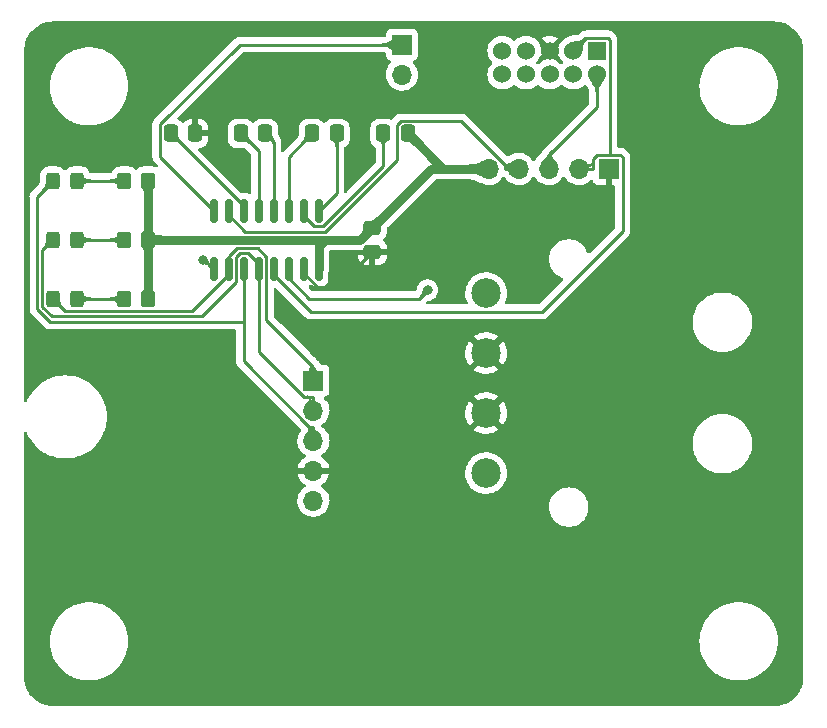
<source format=gtl>
G04 #@! TF.GenerationSoftware,KiCad,Pcbnew,(6.0.8)*
G04 #@! TF.CreationDate,2022-10-08T19:14:22-07:00*
G04 #@! TF.ProjectId,opnsense-gps-pps,6f706e73-656e-4736-952d-6770732d7070,rev?*
G04 #@! TF.SameCoordinates,Original*
G04 #@! TF.FileFunction,Copper,L1,Top*
G04 #@! TF.FilePolarity,Positive*
%FSLAX46Y46*%
G04 Gerber Fmt 4.6, Leading zero omitted, Abs format (unit mm)*
G04 Created by KiCad (PCBNEW (6.0.8)) date 2022-10-08 19:14:22*
%MOMM*%
%LPD*%
G01*
G04 APERTURE LIST*
G04 Aperture macros list*
%AMRoundRect*
0 Rectangle with rounded corners*
0 $1 Rounding radius*
0 $2 $3 $4 $5 $6 $7 $8 $9 X,Y pos of 4 corners*
0 Add a 4 corners polygon primitive as box body*
4,1,4,$2,$3,$4,$5,$6,$7,$8,$9,$2,$3,0*
0 Add four circle primitives for the rounded corners*
1,1,$1+$1,$2,$3*
1,1,$1+$1,$4,$5*
1,1,$1+$1,$6,$7*
1,1,$1+$1,$8,$9*
0 Add four rect primitives between the rounded corners*
20,1,$1+$1,$2,$3,$4,$5,0*
20,1,$1+$1,$4,$5,$6,$7,0*
20,1,$1+$1,$6,$7,$8,$9,0*
20,1,$1+$1,$8,$9,$2,$3,0*%
G04 Aperture macros list end*
G04 #@! TA.AperFunction,ComponentPad*
%ADD10C,2.500000*%
G04 #@! TD*
G04 #@! TA.AperFunction,SMDPad,CuDef*
%ADD11RoundRect,0.250000X0.350000X0.450000X-0.350000X0.450000X-0.350000X-0.450000X0.350000X-0.450000X0*%
G04 #@! TD*
G04 #@! TA.AperFunction,SMDPad,CuDef*
%ADD12RoundRect,0.150000X-0.150000X0.825000X-0.150000X-0.825000X0.150000X-0.825000X0.150000X0.825000X0*%
G04 #@! TD*
G04 #@! TA.AperFunction,SMDPad,CuDef*
%ADD13RoundRect,0.250000X0.337500X0.475000X-0.337500X0.475000X-0.337500X-0.475000X0.337500X-0.475000X0*%
G04 #@! TD*
G04 #@! TA.AperFunction,ComponentPad*
%ADD14R,1.700000X1.700000*%
G04 #@! TD*
G04 #@! TA.AperFunction,ComponentPad*
%ADD15O,1.700000X1.700000*%
G04 #@! TD*
G04 #@! TA.AperFunction,SMDPad,CuDef*
%ADD16RoundRect,0.250000X-0.325000X-0.450000X0.325000X-0.450000X0.325000X0.450000X-0.325000X0.450000X0*%
G04 #@! TD*
G04 #@! TA.AperFunction,ComponentPad*
%ADD17R,1.524003X1.524003*%
G04 #@! TD*
G04 #@! TA.AperFunction,ComponentPad*
%ADD18C,1.524003*%
G04 #@! TD*
G04 #@! TA.AperFunction,SMDPad,CuDef*
%ADD19RoundRect,0.250000X-0.337500X-0.475000X0.337500X-0.475000X0.337500X0.475000X-0.337500X0.475000X0*%
G04 #@! TD*
G04 #@! TA.AperFunction,SMDPad,CuDef*
%ADD20RoundRect,0.250000X-0.475000X0.337500X-0.475000X-0.337500X0.475000X-0.337500X0.475000X0.337500X0*%
G04 #@! TD*
G04 #@! TA.AperFunction,ViaPad*
%ADD21C,0.800000*%
G04 #@! TD*
G04 #@! TA.AperFunction,Conductor*
%ADD22C,0.250000*%
G04 #@! TD*
G04 #@! TA.AperFunction,Conductor*
%ADD23C,0.750000*%
G04 #@! TD*
G04 APERTURE END LIST*
D10*
X103625000Y-67505000D03*
X103625000Y-72585000D03*
X103625000Y-77665000D03*
X103625000Y-82745000D03*
D11*
X75000000Y-63000000D03*
X73000000Y-63000000D03*
D12*
X89445000Y-60525000D03*
X88175000Y-60525000D03*
X86905000Y-60525000D03*
X85635000Y-60525000D03*
X84365000Y-60525000D03*
X83095000Y-60525000D03*
X81825000Y-60525000D03*
X80555000Y-60525000D03*
X80555000Y-65475000D03*
X81825000Y-65475000D03*
X83095000Y-65475000D03*
X84365000Y-65475000D03*
X85635000Y-65475000D03*
X86905000Y-65475000D03*
X88175000Y-65475000D03*
X89445000Y-65475000D03*
D13*
X97000000Y-54000000D03*
X94925000Y-54000000D03*
D11*
X75000000Y-68000000D03*
X73000000Y-68000000D03*
D14*
X96500000Y-46475000D03*
D15*
X96500000Y-49015000D03*
D16*
X66950000Y-63000000D03*
X69000000Y-63000000D03*
X66950000Y-58000000D03*
X69000000Y-58000000D03*
D13*
X84925000Y-54000000D03*
X82850000Y-54000000D03*
D16*
X66950000Y-68000000D03*
X69000000Y-68000000D03*
D13*
X90962500Y-54000000D03*
X88887500Y-54000000D03*
D17*
X113000025Y-47000000D03*
D18*
X113000025Y-49000000D03*
X111000025Y-47000000D03*
X111000025Y-49000000D03*
X109000025Y-47000000D03*
X109000025Y-49000000D03*
X107000025Y-47000000D03*
X107000025Y-49000000D03*
X105000025Y-47000000D03*
X105000025Y-49000000D03*
D14*
X114000000Y-57000000D03*
D15*
X111460000Y-57000000D03*
X108920000Y-57000000D03*
X106380000Y-57000000D03*
X103840000Y-57000000D03*
D14*
X89000000Y-74925000D03*
D15*
X89000000Y-77465000D03*
X89000000Y-80005000D03*
X89000000Y-82545000D03*
X89000000Y-85085000D03*
D19*
X76925000Y-54000000D03*
X79000000Y-54000000D03*
D11*
X75000000Y-58000000D03*
X73000000Y-58000000D03*
D20*
X94000000Y-61962500D03*
X94000000Y-64037500D03*
D21*
X79628800Y-64675000D03*
X98666100Y-67253900D03*
D22*
X106380000Y-57000000D02*
X105204700Y-57000000D01*
X105204700Y-57000000D02*
X105204700Y-56632700D01*
X105204700Y-56632700D02*
X101522000Y-52950000D01*
X101522000Y-52950000D02*
X96424327Y-52950000D01*
X81825000Y-60919900D02*
X81825000Y-60525000D01*
X96424327Y-52950000D02*
X96087500Y-53286827D01*
X96087500Y-53286827D02*
X96087500Y-56230600D01*
X96087500Y-56230600D02*
X90018500Y-62299600D01*
X90018500Y-62299600D02*
X83204700Y-62299600D01*
X83204700Y-62299600D02*
X81825000Y-60919900D01*
X86905000Y-65475000D02*
X86905000Y-66240652D01*
X86905000Y-66240652D02*
X88664348Y-68000000D01*
X88664348Y-68000000D02*
X97920000Y-68000000D01*
X97920000Y-68000000D02*
X98666100Y-67253900D01*
X88175000Y-65475000D02*
X88175000Y-65851751D01*
X88175000Y-65851751D02*
X89323249Y-67000000D01*
X89323249Y-67000000D02*
X91037500Y-67000000D01*
X91037500Y-67000000D02*
X94000000Y-64037500D01*
D23*
X92962500Y-63000000D02*
X90000000Y-63000000D01*
X90000000Y-63000000D02*
X89000000Y-63000000D01*
X89445000Y-63555000D02*
X90000000Y-63000000D01*
X89445000Y-65475000D02*
X89445000Y-63555000D01*
X94000000Y-61962500D02*
X92962500Y-63000000D01*
X94000000Y-61962500D02*
X98962500Y-57000000D01*
X98962500Y-57000000D02*
X100000000Y-57000000D01*
D22*
X88000000Y-65300000D02*
X88175000Y-65475000D01*
D23*
X88899600Y-63000000D02*
X75000000Y-63000000D01*
D22*
X79755000Y-64675000D02*
X80555000Y-65475000D01*
X79628800Y-64675000D02*
X79755000Y-64675000D01*
X76005400Y-55975400D02*
X80555000Y-60525000D01*
X76005400Y-53226800D02*
X76005400Y-55975400D01*
X82757200Y-46475000D02*
X76005400Y-53226800D01*
X96500000Y-46475000D02*
X82757200Y-46475000D01*
X83095000Y-60144200D02*
X83095000Y-60525000D01*
X76950800Y-54000000D02*
X83095000Y-60144200D01*
X76925000Y-54000000D02*
X76950800Y-54000000D01*
X88175000Y-60969700D02*
X88175000Y-60525000D01*
X89044100Y-61838800D02*
X88175000Y-60969700D01*
X89839500Y-61838800D02*
X89044100Y-61838800D01*
X94925000Y-56753300D02*
X89839500Y-61838800D01*
X94925000Y-54000000D02*
X94925000Y-56753300D01*
X84365000Y-55515000D02*
X84365000Y-60525000D01*
X82850000Y-54000000D02*
X84365000Y-55515000D01*
X85635000Y-54710000D02*
X85635000Y-60525000D01*
X84925000Y-54000000D02*
X85635000Y-54710000D01*
X86905000Y-55982500D02*
X86905000Y-60525000D01*
X88887500Y-54000000D02*
X86905000Y-55982500D01*
X90962500Y-59007500D02*
X89445000Y-60525000D01*
X90962500Y-54000000D02*
X90962500Y-59007500D01*
X112087400Y-45912600D02*
X111000000Y-47000000D01*
X113917800Y-45912600D02*
X112087400Y-45912600D01*
X114109100Y-46103900D02*
X113917800Y-45912600D01*
X114109100Y-55824600D02*
X114109100Y-46103900D01*
X113002700Y-55824600D02*
X114109100Y-55824600D01*
X112635300Y-56192000D02*
X113002700Y-55824600D01*
X112635300Y-57000000D02*
X112635300Y-56192000D01*
X85635000Y-65942700D02*
X85635000Y-65475000D01*
X88799000Y-69106700D02*
X85635000Y-65942700D01*
X108312500Y-69106700D02*
X88799000Y-69106700D01*
X115178900Y-62240300D02*
X108312500Y-69106700D01*
X115178900Y-56009700D02*
X115178900Y-62240300D01*
X114993800Y-55824600D02*
X115178900Y-56009700D01*
X114109100Y-55824600D02*
X114993800Y-55824600D01*
X111460000Y-57000000D02*
X112635300Y-57000000D01*
X113000000Y-51744700D02*
X113000000Y-49000000D01*
X108920000Y-55824700D02*
X113000000Y-51744700D01*
X108920000Y-57000000D02*
X108920000Y-55824700D01*
X69000000Y-68000000D02*
X73000000Y-68000000D01*
X89000000Y-74925000D02*
X89000000Y-73749700D01*
X81825000Y-64392200D02*
X81825000Y-65475000D01*
X82509700Y-63707500D02*
X81825000Y-64392200D01*
X84270100Y-63707500D02*
X82509700Y-63707500D01*
X85000000Y-64437400D02*
X84270100Y-63707500D01*
X85000000Y-69749700D02*
X85000000Y-64437400D01*
X89000000Y-73749700D02*
X85000000Y-69749700D01*
X67976400Y-69026400D02*
X66950000Y-68000000D01*
X78725200Y-69026400D02*
X67976400Y-69026400D01*
X81825000Y-65926600D02*
X78725200Y-69026400D01*
X81825000Y-65475000D02*
X81825000Y-65926600D01*
X69000000Y-63000000D02*
X73000000Y-63000000D01*
X89000000Y-77465000D02*
X89000000Y-76289700D01*
X84365000Y-72462700D02*
X84365000Y-65475000D01*
X88192000Y-76289700D02*
X84365000Y-72462700D01*
X89000000Y-76289700D02*
X88192000Y-76289700D01*
X66048400Y-63901600D02*
X66950000Y-63000000D01*
X66048400Y-68697600D02*
X66048400Y-63901600D01*
X66827600Y-69476800D02*
X66048400Y-68697600D01*
X79540600Y-69476800D02*
X66827600Y-69476800D01*
X82460000Y-66557400D02*
X79540600Y-69476800D01*
X82460000Y-64461800D02*
X82460000Y-66557400D01*
X82763900Y-64157900D02*
X82460000Y-64461800D01*
X83436800Y-64157900D02*
X82763900Y-64157900D01*
X84365000Y-65086100D02*
X83436800Y-64157900D01*
X84365000Y-65475000D02*
X84365000Y-65086100D01*
X73000000Y-58000000D02*
X69000000Y-58000000D01*
X89000000Y-80005000D02*
X89000000Y-78829700D01*
X66659000Y-69946400D02*
X83095000Y-69946400D01*
X65597800Y-68885200D02*
X66659000Y-69946400D01*
X65597800Y-59352200D02*
X65597800Y-68885200D01*
X66950000Y-58000000D02*
X65597800Y-59352200D01*
X83095000Y-73292000D02*
X83095000Y-69946400D01*
X88632700Y-78829700D02*
X83095000Y-73292000D01*
X89000000Y-78829700D02*
X88632700Y-78829700D01*
X83095000Y-69946400D02*
X83095000Y-65475000D01*
D23*
X75000000Y-58000000D02*
X75000000Y-63000000D01*
X75000000Y-63000000D02*
X75000000Y-68000000D01*
X103840000Y-57000000D02*
X100000000Y-57000000D01*
X100000000Y-57000000D02*
X97000000Y-54000000D01*
G04 #@! TA.AperFunction,Conductor*
G36*
X84312377Y-64857406D02*
G01*
X84336006Y-64883053D01*
X84350119Y-64898372D01*
X84350796Y-64899177D01*
X84385611Y-64944544D01*
X84386211Y-64945406D01*
X84412748Y-64987474D01*
X84413204Y-64988267D01*
X84428569Y-65017597D01*
X84434007Y-65027979D01*
X84434276Y-65028528D01*
X84451879Y-65066881D01*
X84451923Y-65066977D01*
X84468759Y-65104718D01*
X84487210Y-65142401D01*
X84509756Y-65180785D01*
X84509924Y-65181016D01*
X84509928Y-65181021D01*
X84523156Y-65199127D01*
X84538897Y-65220674D01*
X84539111Y-65220910D01*
X84571367Y-65256506D01*
X84574383Y-65264937D01*
X84572792Y-65270276D01*
X84487159Y-65416462D01*
X84365000Y-65625000D01*
X84219221Y-65473408D01*
X84100806Y-65350271D01*
X84097541Y-65341932D01*
X84098844Y-65336792D01*
X84112950Y-65309479D01*
X84113111Y-65309177D01*
X84131481Y-65276029D01*
X84138664Y-65262868D01*
X84148947Y-65244028D01*
X84164048Y-65212941D01*
X84175397Y-65182405D01*
X84181608Y-65152054D01*
X84181294Y-65121524D01*
X84173070Y-65090452D01*
X84155547Y-65058471D01*
X84155167Y-65058023D01*
X84155165Y-65058020D01*
X84134314Y-65033438D01*
X84131576Y-65024912D01*
X84134964Y-65017597D01*
X84295500Y-64857061D01*
X84303773Y-64853634D01*
X84312377Y-64857406D01*
G37*
G04 #@! TD.AperFunction*
G04 #@! TA.AperFunction,Conductor*
G36*
X81833196Y-60384157D02*
G01*
X81835714Y-60386141D01*
X82089179Y-60649712D01*
X82092443Y-60658050D01*
X82091126Y-60663218D01*
X82076813Y-60690750D01*
X82076623Y-60691100D01*
X82057849Y-60724393D01*
X82051873Y-60735054D01*
X82039813Y-60756566D01*
X82024062Y-60787807D01*
X82012039Y-60818489D01*
X82005191Y-60848984D01*
X82004960Y-60879665D01*
X82012791Y-60910902D01*
X82030127Y-60943070D01*
X82030513Y-60943527D01*
X82030516Y-60943531D01*
X82039471Y-60954125D01*
X82051471Y-60968323D01*
X82054193Y-60976852D01*
X82050807Y-60984147D01*
X81890274Y-61144680D01*
X81882001Y-61148107D01*
X81873382Y-61144319D01*
X81851699Y-61120698D01*
X81835837Y-61103418D01*
X81835137Y-61102580D01*
X81800698Y-61057152D01*
X81800064Y-61056227D01*
X81774025Y-61014019D01*
X81773547Y-61013166D01*
X81753303Y-60973229D01*
X81753031Y-60972654D01*
X81736032Y-60934052D01*
X81735980Y-60933933D01*
X81719752Y-60895939D01*
X81719746Y-60895925D01*
X81719726Y-60895879D01*
X81701820Y-60857925D01*
X81679735Y-60819330D01*
X81650931Y-60779322D01*
X81618606Y-60743492D01*
X81615608Y-60735054D01*
X81617198Y-60729741D01*
X81817187Y-60388338D01*
X81824325Y-60382932D01*
X81833196Y-60384157D01*
G37*
G04 #@! TD.AperFunction*
G04 #@! TA.AperFunction,Conductor*
G36*
X106015699Y-56240967D02*
G01*
X106748763Y-56945919D01*
X106793858Y-56989285D01*
X106797446Y-56997489D01*
X106794181Y-57005828D01*
X106791662Y-57007813D01*
X106296922Y-57297625D01*
X105968219Y-57490175D01*
X105786987Y-57596338D01*
X105778116Y-57597563D01*
X105772570Y-57594280D01*
X105674155Y-57490164D01*
X105673695Y-57489647D01*
X105590657Y-57390182D01*
X105590220Y-57389625D01*
X105522900Y-57298104D01*
X105522566Y-57297625D01*
X105465105Y-57210735D01*
X105464940Y-57210478D01*
X105411537Y-57124967D01*
X105411535Y-57124963D01*
X105356483Y-57037750D01*
X105323595Y-56989285D01*
X105294167Y-56945919D01*
X105294157Y-56945905D01*
X105294085Y-56945799D01*
X105218562Y-56845937D01*
X105124132Y-56734992D01*
X105012880Y-56618058D01*
X105009661Y-56609702D01*
X105013084Y-56601720D01*
X105174268Y-56440536D01*
X105182541Y-56437109D01*
X105189991Y-56439788D01*
X105268955Y-56505008D01*
X105269616Y-56505320D01*
X105269618Y-56505321D01*
X105350134Y-56543294D01*
X105350959Y-56543683D01*
X105351862Y-56543801D01*
X105351864Y-56543801D01*
X105403614Y-56550533D01*
X105429372Y-56553884D01*
X105430248Y-56553730D01*
X105430249Y-56553730D01*
X105505103Y-56540572D01*
X105505104Y-56540572D01*
X105505762Y-56540456D01*
X105518536Y-56535038D01*
X105581328Y-56508402D01*
X105581335Y-56508398D01*
X105581699Y-56508244D01*
X105605286Y-56494116D01*
X105658588Y-56462191D01*
X105658596Y-56462186D01*
X105658751Y-56462093D01*
X105738487Y-56406848D01*
X105822317Y-56347467D01*
X105822626Y-56347256D01*
X105868606Y-56317103D01*
X105911910Y-56288705D01*
X105912688Y-56288237D01*
X105981412Y-56250443D01*
X106001951Y-56239148D01*
X106010852Y-56238164D01*
X106015699Y-56240967D01*
G37*
G04 #@! TD.AperFunction*
G04 #@! TA.AperFunction,Conductor*
G36*
X72744604Y-67465901D02*
G01*
X73144353Y-67850321D01*
X73291231Y-67991567D01*
X73294819Y-67999771D01*
X73291231Y-68008433D01*
X73114691Y-68178203D01*
X72744603Y-68534099D01*
X72736264Y-68537364D01*
X72730964Y-68535977D01*
X72727462Y-68534099D01*
X72629431Y-68481534D01*
X72628666Y-68481085D01*
X72537465Y-68422659D01*
X72536919Y-68422287D01*
X72457778Y-68365021D01*
X72457580Y-68364874D01*
X72385404Y-68310294D01*
X72385363Y-68310263D01*
X72314980Y-68259881D01*
X72241337Y-68215308D01*
X72159226Y-68178040D01*
X72063438Y-68149569D01*
X71948766Y-68131391D01*
X71948442Y-68131376D01*
X71948441Y-68131376D01*
X71821162Y-68125514D01*
X71813055Y-68121710D01*
X71810000Y-68113826D01*
X71810000Y-67886174D01*
X71813427Y-67877901D01*
X71821162Y-67874486D01*
X71948441Y-67868623D01*
X71948442Y-67868623D01*
X71948766Y-67868608D01*
X72063438Y-67850430D01*
X72159226Y-67821959D01*
X72241337Y-67784691D01*
X72314980Y-67740118D01*
X72385363Y-67689736D01*
X72457595Y-67635114D01*
X72457778Y-67634978D01*
X72536919Y-67577712D01*
X72537467Y-67577339D01*
X72628666Y-67518914D01*
X72629431Y-67518465D01*
X72730964Y-67464023D01*
X72739875Y-67463133D01*
X72744604Y-67465901D01*
G37*
G04 #@! TD.AperFunction*
G04 #@! TA.AperFunction,Conductor*
G36*
X69258133Y-67486506D02*
G01*
X69307701Y-67512989D01*
X69355271Y-67538406D01*
X69356008Y-67538836D01*
X69443718Y-67594453D01*
X69444217Y-67594788D01*
X69520498Y-67649101D01*
X69520648Y-67649210D01*
X69590416Y-67700868D01*
X69658444Y-67748375D01*
X69658639Y-67748490D01*
X69658650Y-67748497D01*
X69722583Y-67786164D01*
X69729622Y-67790312D01*
X69729935Y-67790450D01*
X69808557Y-67825156D01*
X69808562Y-67825158D01*
X69808909Y-67825311D01*
X69901261Y-67852004D01*
X69901630Y-67852061D01*
X69901635Y-67852062D01*
X69970569Y-67862691D01*
X70011639Y-67869023D01*
X70011958Y-67869037D01*
X70011965Y-67869038D01*
X70106635Y-67873281D01*
X70133824Y-67874499D01*
X70141935Y-67878293D01*
X70145000Y-67886187D01*
X70145000Y-68113813D01*
X70141573Y-68122086D01*
X70133824Y-68125501D01*
X70093240Y-68127319D01*
X70011965Y-68130961D01*
X70011958Y-68130962D01*
X70011639Y-68130976D01*
X69970569Y-68137308D01*
X69901635Y-68147937D01*
X69901630Y-68147938D01*
X69901261Y-68147995D01*
X69808909Y-68174688D01*
X69808562Y-68174841D01*
X69808557Y-68174843D01*
X69753718Y-68199051D01*
X69729622Y-68209687D01*
X69729319Y-68209865D01*
X69729320Y-68209865D01*
X69658650Y-68251502D01*
X69658639Y-68251509D01*
X69658444Y-68251624D01*
X69590416Y-68299131D01*
X69590338Y-68299189D01*
X69520674Y-68350770D01*
X69520519Y-68350882D01*
X69444217Y-68405211D01*
X69443718Y-68405546D01*
X69356008Y-68461163D01*
X69355271Y-68461593D01*
X69302897Y-68489577D01*
X69258133Y-68513494D01*
X69249221Y-68514371D01*
X69244509Y-68511608D01*
X69133862Y-68405204D01*
X68721269Y-68008433D01*
X68717681Y-68000229D01*
X68721269Y-67991567D01*
X68842485Y-67875000D01*
X69244509Y-67488392D01*
X69252848Y-67485127D01*
X69258133Y-67486506D01*
G37*
G04 #@! TD.AperFunction*
G04 #@! TA.AperFunction,Conductor*
G36*
X88725639Y-73298829D02*
G01*
X88847365Y-73424484D01*
X88847616Y-73424753D01*
X88953036Y-73541545D01*
X88953259Y-73541801D01*
X88987319Y-73582446D01*
X89039938Y-73645238D01*
X89040180Y-73645537D01*
X89113826Y-73739530D01*
X89113978Y-73739729D01*
X89180321Y-73828236D01*
X89180343Y-73828265D01*
X89245104Y-73915226D01*
X89304772Y-73992594D01*
X89313865Y-74004385D01*
X89313897Y-74004424D01*
X89313917Y-74004449D01*
X89386644Y-74092750D01*
X89392314Y-74099634D01*
X89486142Y-74204862D01*
X89486233Y-74204956D01*
X89594882Y-74317577D01*
X89598160Y-74325910D01*
X89596558Y-74331612D01*
X89462331Y-74560752D01*
X89007813Y-75336662D01*
X89000675Y-75342068D01*
X88991804Y-75340843D01*
X88989285Y-75338858D01*
X88241018Y-74560752D01*
X88237753Y-74552413D01*
X88239245Y-74546921D01*
X88306887Y-74426256D01*
X88307449Y-74425354D01*
X88344620Y-74371323D01*
X88388410Y-74307670D01*
X88388733Y-74307223D01*
X88472322Y-74197210D01*
X88551361Y-74093029D01*
X88551463Y-74092895D01*
X88551551Y-74092763D01*
X88551561Y-74092750D01*
X88618835Y-73992594D01*
X88618839Y-73992588D01*
X88619048Y-73992276D01*
X88668132Y-73893138D01*
X88691773Y-73793264D01*
X88683026Y-73690439D01*
X88634947Y-73582446D01*
X88547294Y-73475263D01*
X88544709Y-73466691D01*
X88548078Y-73459585D01*
X88708965Y-73298698D01*
X88717238Y-73295271D01*
X88725639Y-73298829D01*
G37*
G04 #@! TD.AperFunction*
G04 #@! TA.AperFunction,Conductor*
G36*
X81946870Y-64888427D02*
G01*
X81950293Y-64896399D01*
X81951711Y-64951522D01*
X81956731Y-65007986D01*
X81964883Y-65056446D01*
X81975994Y-65098958D01*
X81989888Y-65137578D01*
X82006391Y-65174360D01*
X82006457Y-65174490D01*
X82006458Y-65174491D01*
X82025309Y-65211324D01*
X82025328Y-65211362D01*
X82046500Y-65250592D01*
X82046525Y-65250638D01*
X82069753Y-65294142D01*
X82069880Y-65294388D01*
X82091270Y-65336833D01*
X82091933Y-65345763D01*
X82089255Y-65350208D01*
X81825000Y-65625000D01*
X81560745Y-65350208D01*
X81557480Y-65341869D01*
X81558730Y-65336833D01*
X81580119Y-65294388D01*
X81580246Y-65294142D01*
X81603449Y-65250684D01*
X81603474Y-65250638D01*
X81624671Y-65211362D01*
X81624690Y-65211324D01*
X81643541Y-65174491D01*
X81643542Y-65174490D01*
X81643608Y-65174360D01*
X81660111Y-65137578D01*
X81674005Y-65098958D01*
X81685116Y-65056446D01*
X81693268Y-65007986D01*
X81698288Y-64951522D01*
X81699707Y-64896399D01*
X81703345Y-64888217D01*
X81711403Y-64885000D01*
X81938597Y-64885000D01*
X81946870Y-64888427D01*
G37*
G04 #@! TD.AperFunction*
G04 #@! TA.AperFunction,Conductor*
G36*
X67484656Y-67811134D02*
G01*
X67492860Y-67814722D01*
X67495623Y-67819434D01*
X67527610Y-67924819D01*
X67527831Y-67925661D01*
X67550516Y-68026974D01*
X67550637Y-68027589D01*
X67566169Y-68119923D01*
X67566203Y-68120138D01*
X67579004Y-68205969D01*
X67593515Y-68287665D01*
X67593565Y-68287860D01*
X67593568Y-68287872D01*
X67614109Y-68367332D01*
X67614191Y-68367649D01*
X67645507Y-68448461D01*
X67691936Y-68532638D01*
X67757950Y-68622721D01*
X67840476Y-68712992D01*
X67843529Y-68721409D01*
X67840114Y-68729158D01*
X67679158Y-68890114D01*
X67670885Y-68893541D01*
X67662992Y-68890476D01*
X67613632Y-68845351D01*
X67572960Y-68808168D01*
X67572955Y-68808164D01*
X67572721Y-68807950D01*
X67482638Y-68741936D01*
X67482317Y-68741759D01*
X67482314Y-68741757D01*
X67430160Y-68712991D01*
X67398461Y-68695507D01*
X67398100Y-68695367D01*
X67317952Y-68664308D01*
X67317946Y-68664306D01*
X67317649Y-68664191D01*
X67317332Y-68664109D01*
X67237872Y-68643568D01*
X67237860Y-68643565D01*
X67237665Y-68643515D01*
X67172116Y-68631872D01*
X67156071Y-68629022D01*
X67156064Y-68629021D01*
X67155969Y-68629004D01*
X67070138Y-68616203D01*
X67069923Y-68616169D01*
X66977589Y-68600637D01*
X66976974Y-68600516D01*
X66875661Y-68577831D01*
X66874819Y-68577610D01*
X66769434Y-68545623D01*
X66762513Y-68539941D01*
X66761134Y-68534656D01*
X66746945Y-67808872D01*
X66750210Y-67800533D01*
X66758872Y-67796945D01*
X67484656Y-67811134D01*
G37*
G04 #@! TD.AperFunction*
G04 #@! TA.AperFunction,Conductor*
G36*
X81934211Y-65511435D02*
G01*
X82032236Y-65678773D01*
X82032897Y-65679902D01*
X82034122Y-65688773D01*
X82031652Y-65693469D01*
X82000557Y-65729422D01*
X82000318Y-65729806D01*
X82000314Y-65729811D01*
X81975126Y-65770228D01*
X81974900Y-65770591D01*
X81974729Y-65770984D01*
X81974728Y-65770985D01*
X81958276Y-65808697D01*
X81957209Y-65811142D01*
X81944532Y-65851578D01*
X81944494Y-65851724D01*
X81944484Y-65851759D01*
X81933934Y-65892334D01*
X81933890Y-65892501D01*
X81922525Y-65933709D01*
X81922270Y-65934515D01*
X81916529Y-65950641D01*
X81907293Y-65976583D01*
X81906769Y-65977824D01*
X81885277Y-66021509D01*
X81884487Y-66022875D01*
X81853474Y-66068974D01*
X81852522Y-66070204D01*
X81816696Y-66110623D01*
X81808644Y-66114541D01*
X81799667Y-66111135D01*
X81639173Y-65950641D01*
X81635746Y-65942368D01*
X81638399Y-65934949D01*
X81660472Y-65908030D01*
X81660942Y-65907457D01*
X81676673Y-65873470D01*
X81679476Y-65851578D01*
X81680759Y-65841562D01*
X81680759Y-65841560D01*
X81680868Y-65840708D01*
X81675524Y-65808697D01*
X81662639Y-65776960D01*
X81644210Y-65745023D01*
X81622234Y-65712411D01*
X81622209Y-65712376D01*
X81622168Y-65712315D01*
X81598798Y-65678773D01*
X81598598Y-65678476D01*
X81575870Y-65643623D01*
X81575427Y-65642886D01*
X81559151Y-65613309D01*
X81558165Y-65604409D01*
X81560969Y-65599559D01*
X81569153Y-65591049D01*
X81825000Y-65325000D01*
X81934211Y-65511435D01*
G37*
G04 #@! TD.AperFunction*
G04 #@! TA.AperFunction,Conductor*
G36*
X72744604Y-62465901D02*
G01*
X73144353Y-62850321D01*
X73291231Y-62991567D01*
X73294819Y-62999771D01*
X73291231Y-63008433D01*
X73114691Y-63178203D01*
X72744603Y-63534099D01*
X72736264Y-63537364D01*
X72730964Y-63535977D01*
X72727462Y-63534099D01*
X72629431Y-63481534D01*
X72628666Y-63481085D01*
X72537465Y-63422659D01*
X72536919Y-63422287D01*
X72457778Y-63365021D01*
X72457580Y-63364874D01*
X72385404Y-63310294D01*
X72385363Y-63310263D01*
X72314980Y-63259881D01*
X72241337Y-63215308D01*
X72159226Y-63178040D01*
X72063438Y-63149569D01*
X71948766Y-63131391D01*
X71948442Y-63131376D01*
X71948441Y-63131376D01*
X71821162Y-63125514D01*
X71813055Y-63121710D01*
X71810000Y-63113826D01*
X71810000Y-62886174D01*
X71813427Y-62877901D01*
X71821162Y-62874486D01*
X71948441Y-62868623D01*
X71948442Y-62868623D01*
X71948766Y-62868608D01*
X72063438Y-62850430D01*
X72159226Y-62821959D01*
X72241337Y-62784691D01*
X72314980Y-62740118D01*
X72385363Y-62689736D01*
X72457595Y-62635114D01*
X72457778Y-62634978D01*
X72536919Y-62577712D01*
X72537467Y-62577339D01*
X72628666Y-62518914D01*
X72629431Y-62518465D01*
X72730964Y-62464023D01*
X72739875Y-62463133D01*
X72744604Y-62465901D01*
G37*
G04 #@! TD.AperFunction*
G04 #@! TA.AperFunction,Conductor*
G36*
X69258133Y-62486506D02*
G01*
X69307701Y-62512989D01*
X69355271Y-62538406D01*
X69356008Y-62538836D01*
X69443718Y-62594453D01*
X69444217Y-62594788D01*
X69520498Y-62649101D01*
X69520648Y-62649210D01*
X69590416Y-62700868D01*
X69658444Y-62748375D01*
X69658639Y-62748490D01*
X69658650Y-62748497D01*
X69722583Y-62786164D01*
X69729622Y-62790312D01*
X69729935Y-62790450D01*
X69808557Y-62825156D01*
X69808562Y-62825158D01*
X69808909Y-62825311D01*
X69901261Y-62852004D01*
X69901630Y-62852061D01*
X69901635Y-62852062D01*
X69970569Y-62862691D01*
X70011639Y-62869023D01*
X70011958Y-62869037D01*
X70011965Y-62869038D01*
X70106635Y-62873281D01*
X70133824Y-62874499D01*
X70141935Y-62878293D01*
X70145000Y-62886187D01*
X70145000Y-63113813D01*
X70141573Y-63122086D01*
X70133824Y-63125501D01*
X70093240Y-63127319D01*
X70011965Y-63130961D01*
X70011958Y-63130962D01*
X70011639Y-63130976D01*
X69970569Y-63137308D01*
X69901635Y-63147937D01*
X69901630Y-63147938D01*
X69901261Y-63147995D01*
X69808909Y-63174688D01*
X69808562Y-63174841D01*
X69808557Y-63174843D01*
X69753718Y-63199051D01*
X69729622Y-63209687D01*
X69729319Y-63209865D01*
X69729320Y-63209865D01*
X69658650Y-63251502D01*
X69658639Y-63251509D01*
X69658444Y-63251624D01*
X69590416Y-63299131D01*
X69590338Y-63299189D01*
X69520674Y-63350770D01*
X69520519Y-63350882D01*
X69444217Y-63405211D01*
X69443718Y-63405546D01*
X69356008Y-63461163D01*
X69355271Y-63461593D01*
X69302897Y-63489577D01*
X69258133Y-63513494D01*
X69249221Y-63514371D01*
X69244509Y-63511608D01*
X69133862Y-63405204D01*
X68721269Y-63008433D01*
X68717681Y-63000229D01*
X68721269Y-62991567D01*
X68842485Y-62875000D01*
X69244509Y-62488392D01*
X69252848Y-62485127D01*
X69258133Y-62486506D01*
G37*
G04 #@! TD.AperFunction*
G04 #@! TA.AperFunction,Conductor*
G36*
X88488615Y-76166556D02*
G01*
X88563829Y-76177039D01*
X88567501Y-76178190D01*
X88631642Y-76210678D01*
X88634656Y-76212870D01*
X88682481Y-76261023D01*
X88684117Y-76263092D01*
X88721093Y-76322630D01*
X88721738Y-76323816D01*
X88752809Y-76389766D01*
X88752883Y-76389926D01*
X88769131Y-76425800D01*
X88783032Y-76456494D01*
X88783146Y-76456697D01*
X88783151Y-76456707D01*
X88817121Y-76517207D01*
X88817124Y-76517211D01*
X88817418Y-76517735D01*
X88861429Y-76568168D01*
X88920482Y-76602391D01*
X88921545Y-76602559D01*
X88921546Y-76602560D01*
X88957857Y-76608317D01*
X88990133Y-76613435D01*
X88997767Y-76618116D01*
X89000000Y-76624991D01*
X89000000Y-77860954D01*
X88996573Y-77869227D01*
X88988300Y-77872654D01*
X88979867Y-77869064D01*
X88241044Y-77100779D01*
X88237779Y-77092440D01*
X88239295Y-77086906D01*
X88284931Y-77006282D01*
X88285435Y-77005472D01*
X88347739Y-76913998D01*
X88347990Y-76913645D01*
X88416215Y-76821348D01*
X88416250Y-76821302D01*
X88483294Y-76731533D01*
X88483296Y-76731530D01*
X88483338Y-76731474D01*
X88542359Y-76647190D01*
X88586404Y-76571499D01*
X88587558Y-76568168D01*
X88608150Y-76508691D01*
X88608150Y-76508690D01*
X88608596Y-76507402D01*
X88602060Y-76457902D01*
X88600190Y-76456486D01*
X88561128Y-76426914D01*
X88561127Y-76426913D01*
X88559920Y-76426000D01*
X88485450Y-76416055D01*
X88477705Y-76411564D01*
X88475300Y-76404459D01*
X88475300Y-76178144D01*
X88478727Y-76169871D01*
X88487000Y-76166444D01*
X88488615Y-76166556D01*
G37*
G04 #@! TD.AperFunction*
G04 #@! TA.AperFunction,Conductor*
G36*
X84619993Y-65590161D02*
G01*
X84629255Y-65599792D01*
X84632520Y-65608131D01*
X84631270Y-65613167D01*
X84609880Y-65655611D01*
X84609753Y-65655857D01*
X84586525Y-65699361D01*
X84565328Y-65738637D01*
X84546391Y-65775639D01*
X84529888Y-65812421D01*
X84515994Y-65851041D01*
X84504883Y-65893553D01*
X84496731Y-65942013D01*
X84491711Y-65998477D01*
X84491706Y-65998660D01*
X84491706Y-65998665D01*
X84490293Y-66053601D01*
X84486655Y-66061783D01*
X84478597Y-66065000D01*
X84251403Y-66065000D01*
X84243130Y-66061573D01*
X84239707Y-66053601D01*
X84238293Y-65998665D01*
X84238293Y-65998660D01*
X84238288Y-65998477D01*
X84233268Y-65942013D01*
X84225116Y-65893553D01*
X84214005Y-65851041D01*
X84200111Y-65812421D01*
X84183608Y-65775639D01*
X84164671Y-65738637D01*
X84143474Y-65699361D01*
X84120246Y-65655857D01*
X84120119Y-65655611D01*
X84098730Y-65613167D01*
X84098067Y-65604237D01*
X84100745Y-65599792D01*
X84219138Y-65476678D01*
X84365000Y-65325000D01*
X84619993Y-65590161D01*
G37*
G04 #@! TD.AperFunction*
G04 #@! TA.AperFunction,Conductor*
G36*
X67149467Y-62800210D02*
G01*
X67153055Y-62808872D01*
X67138866Y-63534656D01*
X67135278Y-63542860D01*
X67130566Y-63545623D01*
X67025180Y-63577610D01*
X67024338Y-63577831D01*
X66923025Y-63600516D01*
X66922410Y-63600637D01*
X66830076Y-63616169D01*
X66829861Y-63616203D01*
X66744030Y-63629004D01*
X66743935Y-63629021D01*
X66743928Y-63629022D01*
X66727883Y-63631872D01*
X66662334Y-63643515D01*
X66662139Y-63643565D01*
X66662127Y-63643568D01*
X66582667Y-63664109D01*
X66582350Y-63664191D01*
X66582053Y-63664306D01*
X66582047Y-63664308D01*
X66501899Y-63695367D01*
X66501538Y-63695507D01*
X66469839Y-63712991D01*
X66417685Y-63741757D01*
X66417682Y-63741759D01*
X66417361Y-63741936D01*
X66327278Y-63807950D01*
X66237007Y-63890477D01*
X66228591Y-63893529D01*
X66220842Y-63890114D01*
X66059886Y-63729158D01*
X66056459Y-63720885D01*
X66059524Y-63712992D01*
X66136289Y-63629022D01*
X66141831Y-63622960D01*
X66141835Y-63622955D01*
X66142049Y-63622721D01*
X66208063Y-63532638D01*
X66254492Y-63448461D01*
X66285808Y-63367649D01*
X66285890Y-63367332D01*
X66306431Y-63287872D01*
X66306434Y-63287860D01*
X66306484Y-63287665D01*
X66320995Y-63205969D01*
X66333796Y-63120138D01*
X66333830Y-63119923D01*
X66349362Y-63027589D01*
X66349483Y-63026974D01*
X66372168Y-62925661D01*
X66372389Y-62924819D01*
X66404377Y-62819434D01*
X66410059Y-62812513D01*
X66415344Y-62811134D01*
X67141128Y-62796945D01*
X67149467Y-62800210D01*
G37*
G04 #@! TD.AperFunction*
G04 #@! TA.AperFunction,Conductor*
G36*
X69258133Y-57486506D02*
G01*
X69307701Y-57512989D01*
X69355271Y-57538406D01*
X69356008Y-57538836D01*
X69443718Y-57594453D01*
X69444217Y-57594788D01*
X69520498Y-57649101D01*
X69520648Y-57649210D01*
X69590416Y-57700868D01*
X69658444Y-57748375D01*
X69658639Y-57748490D01*
X69658650Y-57748497D01*
X69722583Y-57786164D01*
X69729622Y-57790312D01*
X69729935Y-57790450D01*
X69808557Y-57825156D01*
X69808562Y-57825158D01*
X69808909Y-57825311D01*
X69901261Y-57852004D01*
X69901630Y-57852061D01*
X69901635Y-57852062D01*
X69970569Y-57862691D01*
X70011639Y-57869023D01*
X70011958Y-57869037D01*
X70011965Y-57869038D01*
X70106635Y-57873281D01*
X70133824Y-57874499D01*
X70141935Y-57878293D01*
X70145000Y-57886187D01*
X70145000Y-58113813D01*
X70141573Y-58122086D01*
X70133824Y-58125501D01*
X70093240Y-58127319D01*
X70011965Y-58130961D01*
X70011958Y-58130962D01*
X70011639Y-58130976D01*
X69970569Y-58137308D01*
X69901635Y-58147937D01*
X69901630Y-58147938D01*
X69901261Y-58147995D01*
X69808909Y-58174688D01*
X69808562Y-58174841D01*
X69808557Y-58174843D01*
X69753718Y-58199051D01*
X69729622Y-58209687D01*
X69729319Y-58209865D01*
X69729320Y-58209865D01*
X69658650Y-58251502D01*
X69658639Y-58251509D01*
X69658444Y-58251624D01*
X69590416Y-58299131D01*
X69590338Y-58299189D01*
X69520674Y-58350770D01*
X69520519Y-58350882D01*
X69444217Y-58405211D01*
X69443718Y-58405546D01*
X69356008Y-58461163D01*
X69355271Y-58461593D01*
X69302897Y-58489577D01*
X69258133Y-58513494D01*
X69249221Y-58514371D01*
X69244509Y-58511608D01*
X69133862Y-58405204D01*
X68721269Y-58008433D01*
X68717681Y-58000229D01*
X68721269Y-57991567D01*
X68842485Y-57875000D01*
X69244509Y-57488392D01*
X69252848Y-57485127D01*
X69258133Y-57486506D01*
G37*
G04 #@! TD.AperFunction*
G04 #@! TA.AperFunction,Conductor*
G36*
X72744604Y-57465901D02*
G01*
X73144353Y-57850321D01*
X73291231Y-57991567D01*
X73294819Y-57999771D01*
X73291231Y-58008433D01*
X73114691Y-58178203D01*
X72744603Y-58534099D01*
X72736264Y-58537364D01*
X72730964Y-58535977D01*
X72727462Y-58534099D01*
X72629431Y-58481534D01*
X72628666Y-58481085D01*
X72537465Y-58422659D01*
X72536919Y-58422287D01*
X72457778Y-58365021D01*
X72457580Y-58364874D01*
X72385404Y-58310294D01*
X72385363Y-58310263D01*
X72314980Y-58259881D01*
X72241337Y-58215308D01*
X72159226Y-58178040D01*
X72063438Y-58149569D01*
X71948766Y-58131391D01*
X71948442Y-58131376D01*
X71948441Y-58131376D01*
X71821162Y-58125514D01*
X71813055Y-58121710D01*
X71810000Y-58113826D01*
X71810000Y-57886174D01*
X71813427Y-57877901D01*
X71821162Y-57874486D01*
X71948441Y-57868623D01*
X71948442Y-57868623D01*
X71948766Y-57868608D01*
X72063438Y-57850430D01*
X72159226Y-57821959D01*
X72241337Y-57784691D01*
X72314980Y-57740118D01*
X72385363Y-57689736D01*
X72457595Y-57635114D01*
X72457778Y-57634978D01*
X72536919Y-57577712D01*
X72537467Y-57577339D01*
X72628666Y-57518914D01*
X72629431Y-57518465D01*
X72730964Y-57464023D01*
X72739875Y-57463133D01*
X72744604Y-57465901D01*
G37*
G04 #@! TD.AperFunction*
G04 #@! TA.AperFunction,Conductor*
G36*
X88618058Y-78637880D02*
G01*
X88734992Y-78749132D01*
X88845937Y-78843562D01*
X88945799Y-78919085D01*
X88945905Y-78919157D01*
X88945919Y-78919167D01*
X89009826Y-78962534D01*
X89037750Y-78981483D01*
X89124963Y-79036535D01*
X89152111Y-79053489D01*
X89210478Y-79089940D01*
X89210735Y-79090105D01*
X89297625Y-79147566D01*
X89298104Y-79147900D01*
X89389634Y-79215227D01*
X89390182Y-79215657D01*
X89489647Y-79298695D01*
X89490164Y-79299155D01*
X89558173Y-79363440D01*
X89594280Y-79397570D01*
X89597938Y-79405744D01*
X89596338Y-79411987D01*
X89007813Y-80416662D01*
X89000675Y-80422068D01*
X88991804Y-80420843D01*
X88989285Y-80418858D01*
X88240967Y-79640699D01*
X88237702Y-79632360D01*
X88239148Y-79626951D01*
X88288237Y-79537688D01*
X88288705Y-79536910D01*
X88347244Y-79447644D01*
X88347467Y-79447317D01*
X88406848Y-79363487D01*
X88462093Y-79283751D01*
X88508244Y-79206699D01*
X88508398Y-79206335D01*
X88508402Y-79206328D01*
X88540195Y-79131377D01*
X88540456Y-79130762D01*
X88553884Y-79054372D01*
X88543683Y-78975959D01*
X88505008Y-78893955D01*
X88439788Y-78814991D01*
X88437162Y-78806431D01*
X88440536Y-78799268D01*
X88601720Y-78638084D01*
X88609993Y-78634657D01*
X88618058Y-78637880D01*
G37*
G04 #@! TD.AperFunction*
G04 #@! TA.AperFunction,Conductor*
G36*
X67149467Y-57800210D02*
G01*
X67153055Y-57808872D01*
X67138866Y-58534656D01*
X67135278Y-58542860D01*
X67130566Y-58545623D01*
X67025180Y-58577610D01*
X67024338Y-58577831D01*
X66923025Y-58600516D01*
X66922410Y-58600637D01*
X66830076Y-58616169D01*
X66829861Y-58616203D01*
X66744030Y-58629004D01*
X66743935Y-58629021D01*
X66743928Y-58629022D01*
X66727883Y-58631872D01*
X66662334Y-58643515D01*
X66662139Y-58643565D01*
X66662127Y-58643568D01*
X66582667Y-58664109D01*
X66582350Y-58664191D01*
X66582053Y-58664306D01*
X66582047Y-58664308D01*
X66501899Y-58695367D01*
X66501538Y-58695507D01*
X66469839Y-58712991D01*
X66417685Y-58741757D01*
X66417682Y-58741759D01*
X66417361Y-58741936D01*
X66327278Y-58807950D01*
X66237007Y-58890477D01*
X66228591Y-58893529D01*
X66220842Y-58890114D01*
X66059886Y-58729158D01*
X66056459Y-58720885D01*
X66059524Y-58712992D01*
X66136289Y-58629022D01*
X66141831Y-58622960D01*
X66141835Y-58622955D01*
X66142049Y-58622721D01*
X66208063Y-58532638D01*
X66254492Y-58448461D01*
X66285808Y-58367649D01*
X66285890Y-58367332D01*
X66306431Y-58287872D01*
X66306434Y-58287860D01*
X66306484Y-58287665D01*
X66320995Y-58205969D01*
X66333796Y-58120138D01*
X66333830Y-58119923D01*
X66349362Y-58027589D01*
X66349483Y-58026974D01*
X66372168Y-57925661D01*
X66372389Y-57924819D01*
X66404377Y-57819434D01*
X66410059Y-57812513D01*
X66415344Y-57811134D01*
X67141128Y-57796945D01*
X67149467Y-57800210D01*
G37*
G04 #@! TD.AperFunction*
G04 #@! TA.AperFunction,Conductor*
G36*
X83103433Y-65333769D02*
G01*
X83359255Y-65599792D01*
X83362520Y-65608131D01*
X83361270Y-65613167D01*
X83339880Y-65655611D01*
X83339753Y-65655857D01*
X83316525Y-65699361D01*
X83295328Y-65738637D01*
X83276391Y-65775639D01*
X83259888Y-65812421D01*
X83245994Y-65851041D01*
X83234883Y-65893553D01*
X83226731Y-65942013D01*
X83221711Y-65998477D01*
X83221706Y-65998660D01*
X83221706Y-65998665D01*
X83220293Y-66053601D01*
X83216655Y-66061783D01*
X83208597Y-66065000D01*
X82981403Y-66065000D01*
X82973130Y-66061573D01*
X82969707Y-66053601D01*
X82968293Y-65998665D01*
X82968293Y-65998660D01*
X82968288Y-65998477D01*
X82963268Y-65942013D01*
X82955116Y-65893553D01*
X82944005Y-65851041D01*
X82930111Y-65812421D01*
X82913608Y-65775639D01*
X82894671Y-65738637D01*
X82873474Y-65699361D01*
X82850246Y-65655857D01*
X82850119Y-65655611D01*
X82828730Y-65613167D01*
X82828067Y-65604237D01*
X82830745Y-65599792D01*
X83086567Y-65333769D01*
X83094771Y-65330181D01*
X83103433Y-65333769D01*
G37*
G04 #@! TD.AperFunction*
G04 #@! TA.AperFunction,Conductor*
G36*
X75371621Y-61813427D02*
G01*
X75375048Y-61821651D01*
X75375550Y-61942171D01*
X75377691Y-62057744D01*
X75382154Y-62159667D01*
X75389673Y-62250887D01*
X75400980Y-62334350D01*
X75416809Y-62413004D01*
X75437893Y-62489796D01*
X75464964Y-62567672D01*
X75498755Y-62649580D01*
X75540000Y-62738467D01*
X75000000Y-63300000D01*
X74705977Y-62994252D01*
X74465550Y-62744238D01*
X74462285Y-62735900D01*
X74463370Y-62731204D01*
X74501199Y-62649677D01*
X74501244Y-62649580D01*
X74535035Y-62567672D01*
X74562106Y-62489796D01*
X74583190Y-62413004D01*
X74599019Y-62334350D01*
X74610326Y-62250887D01*
X74617845Y-62159667D01*
X74622308Y-62057744D01*
X74624449Y-61942171D01*
X74624951Y-61821650D01*
X74628412Y-61813392D01*
X74636651Y-61810000D01*
X75363348Y-61810000D01*
X75371621Y-61813427D01*
G37*
G04 #@! TD.AperFunction*
G04 #@! TA.AperFunction,Conductor*
G36*
X75008433Y-57708769D02*
G01*
X75534450Y-58255762D01*
X75537715Y-58264100D01*
X75536630Y-58268795D01*
X75498755Y-58350419D01*
X75464964Y-58432327D01*
X75437893Y-58510203D01*
X75416809Y-58586995D01*
X75400980Y-58665649D01*
X75389673Y-58749112D01*
X75382154Y-58840332D01*
X75377691Y-58942255D01*
X75377689Y-58942358D01*
X75377688Y-58942395D01*
X75375550Y-59057828D01*
X75375048Y-59178349D01*
X75371587Y-59186608D01*
X75363348Y-59190000D01*
X74636651Y-59190000D01*
X74628378Y-59186573D01*
X74624951Y-59178349D01*
X74624449Y-59057828D01*
X74622311Y-58942395D01*
X74622310Y-58942358D01*
X74622308Y-58942255D01*
X74617845Y-58840332D01*
X74610326Y-58749112D01*
X74599019Y-58665649D01*
X74583190Y-58586995D01*
X74562106Y-58510203D01*
X74535035Y-58432327D01*
X74501244Y-58350419D01*
X74463370Y-58268796D01*
X74462996Y-58259849D01*
X74465549Y-58255763D01*
X74991567Y-57708769D01*
X74999771Y-57705181D01*
X75008433Y-57708769D01*
G37*
G04 #@! TD.AperFunction*
G04 #@! TA.AperFunction,Conductor*
G36*
X75540000Y-63261533D02*
G01*
X75498755Y-63350419D01*
X75464964Y-63432327D01*
X75437893Y-63510203D01*
X75416809Y-63586995D01*
X75400980Y-63665649D01*
X75389673Y-63749112D01*
X75382154Y-63840332D01*
X75377691Y-63942255D01*
X75377689Y-63942358D01*
X75377688Y-63942395D01*
X75375550Y-64057828D01*
X75375048Y-64178349D01*
X75371587Y-64186608D01*
X75363348Y-64190000D01*
X74636651Y-64190000D01*
X74628378Y-64186573D01*
X74624951Y-64178349D01*
X74624449Y-64057828D01*
X74622311Y-63942395D01*
X74622310Y-63942358D01*
X74622308Y-63942255D01*
X74617845Y-63840332D01*
X74610326Y-63749112D01*
X74599019Y-63665649D01*
X74583190Y-63586995D01*
X74562106Y-63510203D01*
X74535035Y-63432327D01*
X74501244Y-63350419D01*
X74463370Y-63268796D01*
X74462996Y-63259849D01*
X74465549Y-63255763D01*
X74705977Y-63005748D01*
X75000000Y-62700000D01*
X75540000Y-63261533D01*
G37*
G04 #@! TD.AperFunction*
G04 #@! TA.AperFunction,Conductor*
G36*
X75371621Y-66813427D02*
G01*
X75375048Y-66821651D01*
X75375550Y-66942171D01*
X75377691Y-67057744D01*
X75382154Y-67159667D01*
X75389673Y-67250887D01*
X75400980Y-67334350D01*
X75416809Y-67413004D01*
X75437893Y-67489796D01*
X75464964Y-67567672D01*
X75498755Y-67649580D01*
X75498800Y-67649677D01*
X75536630Y-67731204D01*
X75537004Y-67740151D01*
X75534451Y-67744237D01*
X75008433Y-68291231D01*
X75000229Y-68294819D01*
X74991567Y-68291231D01*
X74465550Y-67744238D01*
X74462285Y-67735900D01*
X74463370Y-67731204D01*
X74501199Y-67649677D01*
X74501244Y-67649580D01*
X74535035Y-67567672D01*
X74562106Y-67489796D01*
X74583190Y-67413004D01*
X74599019Y-67334350D01*
X74610326Y-67250887D01*
X74617845Y-67159667D01*
X74622308Y-67057744D01*
X74624449Y-66942171D01*
X74624951Y-66821650D01*
X74628412Y-66813392D01*
X74636651Y-66810000D01*
X75363348Y-66810000D01*
X75371621Y-66813427D01*
G37*
G04 #@! TD.AperFunction*
G04 #@! TA.AperFunction,Conductor*
G36*
X103475441Y-56240719D02*
G01*
X103835837Y-56587294D01*
X104256231Y-56991567D01*
X104259819Y-56999771D01*
X104256231Y-57008433D01*
X103768352Y-57477603D01*
X103475441Y-57759281D01*
X103467102Y-57762546D01*
X103462111Y-57761319D01*
X103454383Y-57757466D01*
X103327589Y-57694250D01*
X103203097Y-57629894D01*
X103090318Y-57572179D01*
X103090216Y-57572130D01*
X103090203Y-57572124D01*
X102983704Y-57521428D01*
X102983695Y-57521424D01*
X102983550Y-57521355D01*
X102877094Y-57477670D01*
X102876900Y-57477607D01*
X102876889Y-57477603D01*
X102811275Y-57456308D01*
X102765251Y-57441370D01*
X102642320Y-57412705D01*
X102642083Y-57412670D01*
X102642079Y-57412669D01*
X102549674Y-57398925D01*
X102502601Y-57391923D01*
X102488161Y-57390797D01*
X102340553Y-57379284D01*
X102340539Y-57379283D01*
X102340394Y-57379272D01*
X102340233Y-57379268D01*
X102340225Y-57379268D01*
X102274492Y-57377793D01*
X102161437Y-57375257D01*
X102153243Y-57371646D01*
X102150000Y-57363560D01*
X102150000Y-56636440D01*
X102153427Y-56628167D01*
X102161437Y-56624743D01*
X102271773Y-56622267D01*
X102340224Y-56620731D01*
X102340230Y-56620731D01*
X102340394Y-56620727D01*
X102502601Y-56608076D01*
X102549674Y-56601074D01*
X102642079Y-56587330D01*
X102642083Y-56587329D01*
X102642320Y-56587294D01*
X102765251Y-56558629D01*
X102811275Y-56543691D01*
X102876889Y-56522396D01*
X102876900Y-56522392D01*
X102877094Y-56522329D01*
X102983550Y-56478644D01*
X102983695Y-56478575D01*
X102983704Y-56478571D01*
X103090203Y-56427875D01*
X103090216Y-56427869D01*
X103090318Y-56427820D01*
X103203097Y-56370105D01*
X103327589Y-56305749D01*
X103462111Y-56238681D01*
X103471044Y-56238057D01*
X103475441Y-56240719D01*
G37*
G04 #@! TD.AperFunction*
G04 #@! TA.AperFunction,Conductor*
G36*
X97546978Y-53807041D02*
G01*
X97555182Y-53810629D01*
X97557726Y-53814689D01*
X97587805Y-53896216D01*
X97621446Y-53975445D01*
X97657313Y-54047414D01*
X97696836Y-54114653D01*
X97741441Y-54179690D01*
X97741535Y-54179811D01*
X97741540Y-54179817D01*
X97792474Y-54244947D01*
X97792484Y-54244959D01*
X97792559Y-54245055D01*
X97851616Y-54313277D01*
X97920041Y-54386886D01*
X97920073Y-54386918D01*
X97920074Y-54386920D01*
X97999232Y-54468378D01*
X97999263Y-54468410D01*
X98082485Y-54552108D01*
X98085888Y-54560391D01*
X98082461Y-54568631D01*
X97568631Y-55082461D01*
X97560358Y-55085888D01*
X97552108Y-55082485D01*
X97468410Y-54999263D01*
X97386920Y-54920074D01*
X97386918Y-54920072D01*
X97386886Y-54920041D01*
X97313277Y-54851616D01*
X97245055Y-54792559D01*
X97244959Y-54792484D01*
X97244947Y-54792474D01*
X97179817Y-54741540D01*
X97179811Y-54741535D01*
X97179690Y-54741441D01*
X97114653Y-54696836D01*
X97047414Y-54657313D01*
X97047252Y-54657232D01*
X96975584Y-54621515D01*
X96975577Y-54621512D01*
X96975445Y-54621446D01*
X96896216Y-54587805D01*
X96814689Y-54557726D01*
X96808114Y-54551647D01*
X96807041Y-54546978D01*
X96792526Y-53804453D01*
X96795791Y-53796114D01*
X96804453Y-53792526D01*
X97546978Y-53807041D01*
G37*
G04 #@! TD.AperFunction*
G04 #@! TA.AperFunction,Conductor*
G36*
X94933433Y-53715019D02*
G01*
X95447853Y-54249953D01*
X95451118Y-54258292D01*
X95449735Y-54263585D01*
X95396566Y-54362914D01*
X95396117Y-54363681D01*
X95339100Y-54453131D01*
X95338738Y-54453665D01*
X95282987Y-54531322D01*
X95282855Y-54531503D01*
X95229697Y-54602527D01*
X95180752Y-54671733D01*
X95137498Y-54744144D01*
X95101364Y-54824842D01*
X95073782Y-54918912D01*
X95056184Y-55031437D01*
X95056169Y-55031762D01*
X95056169Y-55031764D01*
X95050508Y-55156331D01*
X95046709Y-55164440D01*
X95038820Y-55167500D01*
X94811180Y-55167500D01*
X94802907Y-55164073D01*
X94799492Y-55156331D01*
X94793830Y-55031764D01*
X94793830Y-55031762D01*
X94793815Y-55031437D01*
X94776217Y-54918912D01*
X94748635Y-54824842D01*
X94712501Y-54744144D01*
X94669247Y-54671733D01*
X94620302Y-54602527D01*
X94567144Y-54531503D01*
X94567012Y-54531322D01*
X94511261Y-54453665D01*
X94510899Y-54453131D01*
X94453879Y-54363676D01*
X94453430Y-54362909D01*
X94400264Y-54263584D01*
X94399381Y-54254674D01*
X94402146Y-54249954D01*
X94916567Y-53715019D01*
X94924771Y-53711431D01*
X94933433Y-53715019D01*
G37*
G04 #@! TD.AperFunction*
G04 #@! TA.AperFunction,Conductor*
G36*
X86913433Y-65333769D02*
G01*
X87169255Y-65599792D01*
X87172520Y-65608131D01*
X87171270Y-65613167D01*
X87149880Y-65655611D01*
X87149753Y-65655857D01*
X87126525Y-65699361D01*
X87105328Y-65738637D01*
X87086391Y-65775639D01*
X87069888Y-65812421D01*
X87055994Y-65851041D01*
X87044883Y-65893553D01*
X87036731Y-65942013D01*
X87031711Y-65998477D01*
X87031706Y-65998660D01*
X87031706Y-65998665D01*
X87030293Y-66053601D01*
X87026655Y-66061783D01*
X87018597Y-66065000D01*
X86791403Y-66065000D01*
X86783130Y-66061573D01*
X86779707Y-66053601D01*
X86778293Y-65998665D01*
X86778293Y-65998660D01*
X86778288Y-65998477D01*
X86773268Y-65942013D01*
X86765116Y-65893553D01*
X86754005Y-65851041D01*
X86740111Y-65812421D01*
X86723608Y-65775639D01*
X86704671Y-65738637D01*
X86683474Y-65699361D01*
X86660246Y-65655857D01*
X86660119Y-65655611D01*
X86638730Y-65613167D01*
X86638067Y-65604237D01*
X86640745Y-65599792D01*
X86896567Y-65333769D01*
X86904771Y-65330181D01*
X86913433Y-65333769D01*
G37*
G04 #@! TD.AperFunction*
G04 #@! TA.AperFunction,Conductor*
G36*
X98803695Y-67115982D02*
G01*
X98807283Y-67124644D01*
X98797534Y-67623343D01*
X98793946Y-67631547D01*
X98789353Y-67634273D01*
X98722467Y-67655357D01*
X98721911Y-67655517D01*
X98655230Y-67672806D01*
X98654897Y-67672887D01*
X98594189Y-67686599D01*
X98594189Y-67686598D01*
X98594185Y-67686600D01*
X98537845Y-67699307D01*
X98484253Y-67713606D01*
X98484034Y-67713683D01*
X98484031Y-67713684D01*
X98431944Y-67732018D01*
X98431936Y-67732021D01*
X98431650Y-67732122D01*
X98378275Y-67757483D01*
X98377997Y-67757656D01*
X98377990Y-67757660D01*
X98322625Y-67792151D01*
X98322362Y-67792315D01*
X98322124Y-67792501D01*
X98322119Y-67792504D01*
X98262343Y-67839095D01*
X98262336Y-67839101D01*
X98262150Y-67839246D01*
X98232907Y-67866451D01*
X98204137Y-67893215D01*
X98195746Y-67896341D01*
X98187895Y-67892922D01*
X98027077Y-67732104D01*
X98023650Y-67723831D01*
X98026783Y-67715864D01*
X98080753Y-67657849D01*
X98080898Y-67657663D01*
X98080904Y-67657656D01*
X98127495Y-67597880D01*
X98127498Y-67597875D01*
X98127684Y-67597637D01*
X98127848Y-67597374D01*
X98162339Y-67542009D01*
X98162343Y-67542002D01*
X98162516Y-67541724D01*
X98187877Y-67488349D01*
X98187978Y-67488063D01*
X98187981Y-67488055D01*
X98206315Y-67435968D01*
X98206316Y-67435965D01*
X98206393Y-67435746D01*
X98220692Y-67382154D01*
X98233399Y-67325814D01*
X98233402Y-67325810D01*
X98233400Y-67325810D01*
X98247112Y-67265102D01*
X98247200Y-67264743D01*
X98264475Y-67198118D01*
X98264641Y-67197537D01*
X98285727Y-67130646D01*
X98291483Y-67123786D01*
X98296657Y-67122466D01*
X98795356Y-67112717D01*
X98803695Y-67115982D01*
G37*
G04 #@! TD.AperFunction*
G04 #@! TA.AperFunction,Conductor*
G36*
X94199747Y-62162247D02*
G01*
X94198861Y-62207555D01*
X94192959Y-62509478D01*
X94189371Y-62517682D01*
X94185311Y-62520226D01*
X94103783Y-62550305D01*
X94024554Y-62583946D01*
X94024422Y-62584012D01*
X94024415Y-62584015D01*
X93952747Y-62619732D01*
X93952585Y-62619813D01*
X93885346Y-62659336D01*
X93820309Y-62703941D01*
X93820188Y-62704035D01*
X93820182Y-62704040D01*
X93755052Y-62754974D01*
X93755040Y-62754984D01*
X93754944Y-62755059D01*
X93686722Y-62814116D01*
X93613113Y-62882541D01*
X93613081Y-62882572D01*
X93613079Y-62882574D01*
X93531589Y-62961763D01*
X93447892Y-63044985D01*
X93439609Y-63048388D01*
X93431369Y-63044961D01*
X92917538Y-62531130D01*
X92914111Y-62522857D01*
X92917513Y-62514610D01*
X93000736Y-62430910D01*
X93079958Y-62349386D01*
X93148383Y-62275777D01*
X93207440Y-62207555D01*
X93207515Y-62207459D01*
X93207525Y-62207447D01*
X93258459Y-62142317D01*
X93258464Y-62142311D01*
X93258558Y-62142190D01*
X93303163Y-62077153D01*
X93342686Y-62009914D01*
X93378553Y-61937945D01*
X93412194Y-61858716D01*
X93442274Y-61777189D01*
X93448353Y-61770614D01*
X93453022Y-61769541D01*
X93489187Y-61768834D01*
X94207712Y-61754788D01*
X94199747Y-62162247D01*
G37*
G04 #@! TD.AperFunction*
G04 #@! TA.AperFunction,Conductor*
G36*
X94568630Y-60880038D02*
G01*
X95082461Y-61393869D01*
X95085888Y-61402142D01*
X95082485Y-61410392D01*
X94999263Y-61494089D01*
X94920041Y-61575613D01*
X94851616Y-61649222D01*
X94792559Y-61717444D01*
X94792484Y-61717540D01*
X94792474Y-61717552D01*
X94741540Y-61782682D01*
X94741441Y-61782809D01*
X94696836Y-61847846D01*
X94657313Y-61915085D01*
X94621446Y-61987054D01*
X94587805Y-62066283D01*
X94587755Y-62066418D01*
X94587754Y-62066421D01*
X94557726Y-62147811D01*
X94551647Y-62154386D01*
X94546978Y-62155459D01*
X94510813Y-62156166D01*
X93792288Y-62170212D01*
X93807041Y-61415522D01*
X93810629Y-61407318D01*
X93814689Y-61404774D01*
X93896078Y-61374745D01*
X93896081Y-61374744D01*
X93896216Y-61374694D01*
X93975445Y-61341053D01*
X93975577Y-61340987D01*
X93975584Y-61340984D01*
X94047252Y-61305267D01*
X94047414Y-61305186D01*
X94114653Y-61265663D01*
X94179690Y-61221058D01*
X94179817Y-61220959D01*
X94244947Y-61170025D01*
X94244959Y-61170015D01*
X94245055Y-61169940D01*
X94313277Y-61110883D01*
X94386886Y-61042458D01*
X94468410Y-60963236D01*
X94552110Y-60880013D01*
X94560390Y-60876611D01*
X94568630Y-60880038D01*
G37*
G04 #@! TD.AperFunction*
G04 #@! TA.AperFunction,Conductor*
G36*
X75350419Y-62501244D02*
G01*
X75432327Y-62535035D01*
X75456545Y-62543454D01*
X75458271Y-62544054D01*
X75510009Y-62562039D01*
X75510020Y-62562043D01*
X75510203Y-62562106D01*
X75586995Y-62583190D01*
X75587188Y-62583229D01*
X75587197Y-62583231D01*
X75665460Y-62598981D01*
X75665649Y-62599019D01*
X75665836Y-62599044D01*
X75665840Y-62599045D01*
X75748956Y-62610305D01*
X75748961Y-62610306D01*
X75749112Y-62610326D01*
X75749262Y-62610338D01*
X75749277Y-62610340D01*
X75840185Y-62617833D01*
X75840192Y-62617833D01*
X75840332Y-62617845D01*
X75840436Y-62617850D01*
X75840458Y-62617851D01*
X75942159Y-62622304D01*
X75942173Y-62622304D01*
X75942255Y-62622308D01*
X75942358Y-62622310D01*
X75942361Y-62622310D01*
X76057817Y-62624449D01*
X76057828Y-62624449D01*
X76178350Y-62624951D01*
X76186608Y-62628412D01*
X76190000Y-62636651D01*
X76190000Y-63363348D01*
X76186573Y-63371621D01*
X76178349Y-63375048D01*
X76066515Y-63375514D01*
X76057828Y-63375550D01*
X76057817Y-63375550D01*
X75942361Y-63377689D01*
X75942358Y-63377689D01*
X75942255Y-63377691D01*
X75942173Y-63377695D01*
X75942159Y-63377695D01*
X75840458Y-63382148D01*
X75840436Y-63382149D01*
X75840332Y-63382154D01*
X75840192Y-63382166D01*
X75840185Y-63382166D01*
X75749277Y-63389659D01*
X75749262Y-63389661D01*
X75749112Y-63389673D01*
X75748961Y-63389693D01*
X75748956Y-63389694D01*
X75665840Y-63400954D01*
X75665836Y-63400955D01*
X75665649Y-63400980D01*
X75665461Y-63401018D01*
X75665460Y-63401018D01*
X75587197Y-63416768D01*
X75587188Y-63416770D01*
X75586995Y-63416809D01*
X75510203Y-63437893D01*
X75510020Y-63437956D01*
X75510009Y-63437960D01*
X75463483Y-63454133D01*
X75456545Y-63456545D01*
X75432327Y-63464964D01*
X75350419Y-63498755D01*
X75261533Y-63540000D01*
X74704542Y-63004368D01*
X74704541Y-62995633D01*
X75261533Y-62460000D01*
X75350419Y-62501244D01*
G37*
G04 #@! TD.AperFunction*
G04 #@! TA.AperFunction,Conductor*
G36*
X79969468Y-64467854D02*
G01*
X79973126Y-64471737D01*
X80012160Y-64539047D01*
X80012476Y-64539628D01*
X80046162Y-64606110D01*
X80046389Y-64606585D01*
X80073768Y-64667249D01*
X80073859Y-64667457D01*
X80098041Y-64724366D01*
X80122000Y-64779228D01*
X80148773Y-64833877D01*
X80181431Y-64890228D01*
X80223046Y-64950198D01*
X80276690Y-65015702D01*
X80345434Y-65088657D01*
X80168657Y-65265434D01*
X80106358Y-65207871D01*
X80049179Y-65164539D01*
X80048875Y-65164362D01*
X80048869Y-65164358D01*
X79995853Y-65133489D01*
X79995847Y-65133486D01*
X79995512Y-65133291D01*
X79943749Y-65111976D01*
X79943385Y-65111880D01*
X79943381Y-65111879D01*
X79921579Y-65106148D01*
X79892283Y-65098447D01*
X79891973Y-65098401D01*
X79891965Y-65098399D01*
X79841256Y-65090817D01*
X79839504Y-65090555D01*
X79804468Y-65087785D01*
X79783870Y-65086156D01*
X79783865Y-65086156D01*
X79783806Y-65086151D01*
X79783756Y-65086148D01*
X79783734Y-65086147D01*
X79759309Y-65084904D01*
X79723580Y-65083086D01*
X79683135Y-65080726D01*
X79657430Y-65079225D01*
X79657038Y-65079196D01*
X79591426Y-65073148D01*
X79583502Y-65068976D01*
X79581134Y-65064272D01*
X79462822Y-64579654D01*
X79464189Y-64570804D01*
X79471859Y-64565413D01*
X79794997Y-64499789D01*
X79960678Y-64466142D01*
X79969468Y-64467854D01*
G37*
G04 #@! TD.AperFunction*
G04 #@! TA.AperFunction,Conductor*
G36*
X80274445Y-65015247D02*
G01*
X80283029Y-65022429D01*
X80317920Y-65051623D01*
X80357951Y-65080125D01*
X80358185Y-65080262D01*
X80358188Y-65080264D01*
X80395634Y-65102193D01*
X80395642Y-65102197D01*
X80395867Y-65102329D01*
X80433000Y-65119813D01*
X80433202Y-65119890D01*
X80433214Y-65119895D01*
X80457738Y-65129228D01*
X80470678Y-65134153D01*
X80510233Y-65146926D01*
X80510282Y-65146941D01*
X80510302Y-65146947D01*
X80552942Y-65159694D01*
X80552993Y-65159709D01*
X80600183Y-65174048D01*
X80600446Y-65174132D01*
X80645581Y-65189019D01*
X80652364Y-65194865D01*
X80653614Y-65199901D01*
X80660828Y-65568901D01*
X80657563Y-65577240D01*
X80648901Y-65580828D01*
X80279901Y-65573614D01*
X80271697Y-65570026D01*
X80269019Y-65565581D01*
X80254132Y-65520446D01*
X80254048Y-65520183D01*
X80239709Y-65472993D01*
X80239694Y-65472942D01*
X80226947Y-65430302D01*
X80226939Y-65430276D01*
X80226926Y-65430233D01*
X80214153Y-65390678D01*
X80210402Y-65380822D01*
X80199895Y-65353214D01*
X80199890Y-65353202D01*
X80199813Y-65353000D01*
X80182329Y-65315867D01*
X80160125Y-65277951D01*
X80131623Y-65237920D01*
X80095247Y-65194445D01*
X80049420Y-65146197D01*
X80226197Y-64969420D01*
X80274445Y-65015247D01*
G37*
G04 #@! TD.AperFunction*
G04 #@! TA.AperFunction,Conductor*
G36*
X80234465Y-60027273D02*
G01*
X80274445Y-60065247D01*
X80317920Y-60101623D01*
X80357951Y-60130125D01*
X80358185Y-60130262D01*
X80358188Y-60130264D01*
X80395634Y-60152193D01*
X80395642Y-60152197D01*
X80395867Y-60152329D01*
X80433000Y-60169813D01*
X80433202Y-60169890D01*
X80433214Y-60169895D01*
X80460822Y-60180402D01*
X80470678Y-60184153D01*
X80510233Y-60196926D01*
X80510282Y-60196941D01*
X80510302Y-60196947D01*
X80552942Y-60209694D01*
X80552993Y-60209709D01*
X80600183Y-60224048D01*
X80600446Y-60224132D01*
X80645581Y-60239019D01*
X80652364Y-60244865D01*
X80653614Y-60249901D01*
X80660828Y-60618901D01*
X80657563Y-60627240D01*
X80648901Y-60630828D01*
X80279901Y-60623614D01*
X80271697Y-60620026D01*
X80269019Y-60615581D01*
X80254132Y-60570446D01*
X80254048Y-60570183D01*
X80239709Y-60522993D01*
X80239694Y-60522942D01*
X80226947Y-60480302D01*
X80226939Y-60480276D01*
X80226926Y-60480233D01*
X80214153Y-60440678D01*
X80210402Y-60430822D01*
X80199895Y-60403214D01*
X80199890Y-60403202D01*
X80199813Y-60403000D01*
X80182329Y-60365867D01*
X80160125Y-60327951D01*
X80131623Y-60287920D01*
X80099812Y-60249901D01*
X80095371Y-60244593D01*
X80095368Y-60244590D01*
X80095247Y-60244445D01*
X80075874Y-60224048D01*
X80057273Y-60204465D01*
X80054060Y-60196106D01*
X80057483Y-60188134D01*
X80218134Y-60027483D01*
X80226407Y-60024056D01*
X80234465Y-60027273D01*
G37*
G04 #@! TD.AperFunction*
G04 #@! TA.AperFunction,Conductor*
G36*
X96135674Y-45715943D02*
G01*
X96806570Y-46361111D01*
X96916231Y-46466567D01*
X96919819Y-46474771D01*
X96916231Y-46483433D01*
X96402513Y-46977451D01*
X96135674Y-47234057D01*
X96127335Y-47237322D01*
X96121966Y-47235898D01*
X95971255Y-47153775D01*
X95970336Y-47153218D01*
X95940926Y-47133492D01*
X95839286Y-47065317D01*
X95838642Y-47064850D01*
X95726311Y-46977451D01*
X95726015Y-46977213D01*
X95624582Y-46892864D01*
X95624544Y-46892832D01*
X95526258Y-46814195D01*
X95423451Y-46744021D01*
X95308273Y-46684914D01*
X95237153Y-46661046D01*
X95173278Y-46639609D01*
X95173275Y-46639608D01*
X95172872Y-46639473D01*
X95063834Y-46620016D01*
X95009758Y-46610366D01*
X95009754Y-46610366D01*
X95009398Y-46610302D01*
X95000763Y-46609856D01*
X94821096Y-46600573D01*
X94813011Y-46596724D01*
X94810000Y-46588889D01*
X94810000Y-46361111D01*
X94813427Y-46352838D01*
X94821096Y-46349427D01*
X95009030Y-46339716D01*
X95009398Y-46339697D01*
X95009754Y-46339633D01*
X95009758Y-46339633D01*
X95063834Y-46329983D01*
X95172872Y-46310526D01*
X95173275Y-46310391D01*
X95173278Y-46310390D01*
X95237153Y-46288953D01*
X95308273Y-46265085D01*
X95423451Y-46205978D01*
X95526258Y-46135804D01*
X95624544Y-46057167D01*
X95726015Y-45972786D01*
X95726311Y-45972548D01*
X95758926Y-45947172D01*
X95838642Y-45885149D01*
X95839286Y-45884682D01*
X95970336Y-45796781D01*
X95971255Y-45796224D01*
X96121966Y-45714102D01*
X96130870Y-45713153D01*
X96135674Y-45715943D01*
G37*
G04 #@! TD.AperFunction*
G04 #@! TA.AperFunction,Conductor*
G36*
X83036651Y-59909736D02*
G01*
X83074667Y-59950795D01*
X83075307Y-59951548D01*
X83110618Y-59996818D01*
X83111204Y-59997640D01*
X83138381Y-60039471D01*
X83138834Y-60040230D01*
X83160375Y-60079605D01*
X83160640Y-60080118D01*
X83179068Y-60118147D01*
X83196713Y-60155523D01*
X83196744Y-60155583D01*
X83196755Y-60155606D01*
X83211512Y-60184309D01*
X83215897Y-60192838D01*
X83216001Y-60193009D01*
X83216006Y-60193018D01*
X83238927Y-60230709D01*
X83239066Y-60230937D01*
X83268662Y-60270666D01*
X83268851Y-60270873D01*
X83268854Y-60270877D01*
X83301331Y-60306504D01*
X83304372Y-60314927D01*
X83302780Y-60320298D01*
X83263820Y-60386807D01*
X83102813Y-60661662D01*
X83095675Y-60667068D01*
X83086804Y-60665843D01*
X83084285Y-60663858D01*
X82830783Y-60400248D01*
X82827518Y-60391909D01*
X82828801Y-60386807D01*
X82842665Y-60359721D01*
X82842790Y-60359484D01*
X82860587Y-60326592D01*
X82860615Y-60326539D01*
X82867801Y-60312868D01*
X82877287Y-60294823D01*
X82891512Y-60263948D01*
X82901954Y-60233612D01*
X82907304Y-60203460D01*
X82907283Y-60202844D01*
X82906279Y-60173849D01*
X82906279Y-60173846D01*
X82906254Y-60173137D01*
X82897495Y-60142288D01*
X82897160Y-60141690D01*
X82879995Y-60111052D01*
X82879992Y-60111047D01*
X82879717Y-60110557D01*
X82879349Y-60110125D01*
X82858624Y-60085813D01*
X82855865Y-60077294D01*
X82859255Y-60069950D01*
X83019793Y-59909412D01*
X83028066Y-59905985D01*
X83036651Y-59909736D01*
G37*
G04 #@! TD.AperFunction*
G04 #@! TA.AperFunction,Conductor*
G36*
X77473528Y-53793516D02*
G01*
X77476436Y-53798143D01*
X77513116Y-53906885D01*
X77513368Y-53907739D01*
X77539911Y-54012014D01*
X77540056Y-54012658D01*
X77558613Y-54107708D01*
X77558656Y-54107943D01*
X77573886Y-54196401D01*
X77590451Y-54280693D01*
X77590509Y-54280906D01*
X77590512Y-54280918D01*
X77612947Y-54363017D01*
X77612950Y-54363026D01*
X77613035Y-54363337D01*
X77646344Y-54446966D01*
X77695081Y-54534211D01*
X77695303Y-54534512D01*
X77695304Y-54534514D01*
X77719214Y-54566973D01*
X77763952Y-54627707D01*
X77764161Y-54627935D01*
X77764164Y-54627939D01*
X77784970Y-54650669D01*
X77850106Y-54721830D01*
X77853164Y-54730245D01*
X77849748Y-54738001D01*
X77688792Y-54898957D01*
X77680519Y-54902384D01*
X77672630Y-54899324D01*
X77580850Y-54815514D01*
X77580845Y-54815510D01*
X77580614Y-54815299D01*
X77488853Y-54748395D01*
X77488518Y-54748213D01*
X77488514Y-54748210D01*
X77403359Y-54701838D01*
X77403356Y-54701837D01*
X77403006Y-54701646D01*
X77402638Y-54701507D01*
X77402635Y-54701506D01*
X77320805Y-54670677D01*
X77320806Y-54670677D01*
X77320476Y-54670553D01*
X77320136Y-54670470D01*
X77320129Y-54670468D01*
X77238892Y-54650669D01*
X77238879Y-54650666D01*
X77238664Y-54650614D01*
X77154975Y-54637326D01*
X77109369Y-54631566D01*
X77066861Y-54626196D01*
X77066686Y-54626172D01*
X76971872Y-54612745D01*
X76971286Y-54612647D01*
X76898389Y-54598514D01*
X76867079Y-54592444D01*
X76866259Y-54592254D01*
X76807656Y-54576404D01*
X76757694Y-54562890D01*
X76750603Y-54557422D01*
X76749064Y-54552187D01*
X76711564Y-53810977D01*
X76714568Y-53802541D01*
X76723115Y-53798687D01*
X77078793Y-53794612D01*
X77465217Y-53790184D01*
X77473528Y-53793516D01*
G37*
G04 #@! TD.AperFunction*
G04 #@! TA.AperFunction,Conductor*
G36*
X88183196Y-60384157D02*
G01*
X88185715Y-60386142D01*
X88439048Y-60649577D01*
X88442313Y-60657916D01*
X88440881Y-60663300D01*
X88424862Y-60692596D01*
X88424443Y-60693302D01*
X88402204Y-60727960D01*
X88402039Y-60728210D01*
X88379262Y-60761679D01*
X88358051Y-60794132D01*
X88357943Y-60794327D01*
X88340608Y-60825563D01*
X88340605Y-60825569D01*
X88340406Y-60825928D01*
X88328256Y-60857524D01*
X88328161Y-60858163D01*
X88328161Y-60858164D01*
X88327738Y-60861020D01*
X88323532Y-60889382D01*
X88328161Y-60921962D01*
X88344075Y-60955722D01*
X88366458Y-60982928D01*
X88369067Y-60991491D01*
X88365695Y-60998632D01*
X88205193Y-61159134D01*
X88196920Y-61162561D01*
X88188181Y-61158641D01*
X88187817Y-61158232D01*
X88152154Y-61118169D01*
X88151239Y-61116998D01*
X88119816Y-61070982D01*
X88119045Y-61069678D01*
X88096998Y-61026162D01*
X88096475Y-61024968D01*
X88080857Y-60983158D01*
X88080595Y-60982373D01*
X88068548Y-60941510D01*
X88068501Y-60941349D01*
X88057231Y-60901001D01*
X88057229Y-60900994D01*
X88057197Y-60900880D01*
X88043876Y-60860738D01*
X88028314Y-60826318D01*
X88025817Y-60820795D01*
X88025815Y-60820791D01*
X88025648Y-60820422D01*
X87999611Y-60779397D01*
X87999327Y-60779070D01*
X87999323Y-60779065D01*
X87968380Y-60743472D01*
X87965538Y-60734980D01*
X87967115Y-60729882D01*
X88167187Y-60388338D01*
X88174325Y-60382932D01*
X88183196Y-60384157D01*
G37*
G04 #@! TD.AperFunction*
G04 #@! TA.AperFunction,Conductor*
G36*
X84486870Y-59938427D02*
G01*
X84490293Y-59946399D01*
X84491711Y-60001522D01*
X84496731Y-60057986D01*
X84504883Y-60106446D01*
X84515994Y-60148958D01*
X84529888Y-60187578D01*
X84546391Y-60224360D01*
X84546457Y-60224490D01*
X84546458Y-60224491D01*
X84565309Y-60261324D01*
X84565328Y-60261362D01*
X84586500Y-60300592D01*
X84586525Y-60300638D01*
X84609753Y-60344142D01*
X84609880Y-60344388D01*
X84631270Y-60386833D01*
X84631933Y-60395763D01*
X84629255Y-60400208D01*
X84373433Y-60666231D01*
X84365229Y-60669819D01*
X84356567Y-60666231D01*
X84100745Y-60400208D01*
X84097480Y-60391869D01*
X84098730Y-60386833D01*
X84120119Y-60344388D01*
X84120246Y-60344142D01*
X84143449Y-60300684D01*
X84143474Y-60300638D01*
X84164671Y-60261362D01*
X84164690Y-60261324D01*
X84183541Y-60224491D01*
X84183542Y-60224490D01*
X84183608Y-60224360D01*
X84200111Y-60187578D01*
X84214005Y-60148958D01*
X84225116Y-60106446D01*
X84233268Y-60057986D01*
X84238288Y-60001522D01*
X84239707Y-59946399D01*
X84243345Y-59938217D01*
X84251403Y-59935000D01*
X84478597Y-59935000D01*
X84486870Y-59938427D01*
G37*
G04 #@! TD.AperFunction*
G04 #@! TA.AperFunction,Conductor*
G36*
X83396457Y-53807031D02*
G01*
X83404661Y-53810619D01*
X83407426Y-53815339D01*
X83440066Y-53923170D01*
X83440291Y-53924030D01*
X83463224Y-54027593D01*
X83463346Y-54028227D01*
X83478836Y-54122569D01*
X83478872Y-54122799D01*
X83486707Y-54177253D01*
X83491504Y-54210597D01*
X83505831Y-54294141D01*
X83505889Y-54294371D01*
X83526361Y-54375590D01*
X83526364Y-54375598D01*
X83526447Y-54375929D01*
X83557959Y-54458542D01*
X83558147Y-54458886D01*
X83604791Y-54544230D01*
X83604795Y-54544236D01*
X83604973Y-54544562D01*
X83672096Y-54636573D01*
X83672316Y-54636814D01*
X83756395Y-54728901D01*
X83759443Y-54737321D01*
X83756028Y-54745063D01*
X83595063Y-54906028D01*
X83586790Y-54909455D01*
X83578901Y-54906395D01*
X83486814Y-54822316D01*
X83486573Y-54822096D01*
X83446680Y-54792994D01*
X83394871Y-54755198D01*
X83394867Y-54755195D01*
X83394562Y-54754973D01*
X83394236Y-54754795D01*
X83394230Y-54754791D01*
X83308886Y-54708147D01*
X83308542Y-54707959D01*
X83225929Y-54676447D01*
X83225598Y-54676364D01*
X83225590Y-54676361D01*
X83144371Y-54655889D01*
X83144372Y-54655889D01*
X83144141Y-54655831D01*
X83060597Y-54641504D01*
X83024481Y-54636308D01*
X82972799Y-54628872D01*
X82972569Y-54628836D01*
X82912191Y-54618922D01*
X82878217Y-54613344D01*
X82877604Y-54613226D01*
X82827035Y-54602028D01*
X82774030Y-54590291D01*
X82773170Y-54590066D01*
X82665339Y-54557426D01*
X82658414Y-54551749D01*
X82657031Y-54546457D01*
X82642526Y-53804453D01*
X82645791Y-53796114D01*
X82654453Y-53792526D01*
X83396457Y-53807031D01*
G37*
G04 #@! TD.AperFunction*
G04 #@! TA.AperFunction,Conductor*
G36*
X85756870Y-59938427D02*
G01*
X85760293Y-59946399D01*
X85761711Y-60001522D01*
X85766731Y-60057986D01*
X85774883Y-60106446D01*
X85785994Y-60148958D01*
X85799888Y-60187578D01*
X85816391Y-60224360D01*
X85816457Y-60224490D01*
X85816458Y-60224491D01*
X85835309Y-60261324D01*
X85835328Y-60261362D01*
X85856500Y-60300592D01*
X85856525Y-60300638D01*
X85879753Y-60344142D01*
X85879880Y-60344388D01*
X85901270Y-60386833D01*
X85901933Y-60395763D01*
X85899255Y-60400208D01*
X85643433Y-60666231D01*
X85635229Y-60669819D01*
X85626567Y-60666231D01*
X85370745Y-60400208D01*
X85367480Y-60391869D01*
X85368730Y-60386833D01*
X85390119Y-60344388D01*
X85390246Y-60344142D01*
X85413449Y-60300684D01*
X85413474Y-60300638D01*
X85434671Y-60261362D01*
X85434690Y-60261324D01*
X85453541Y-60224491D01*
X85453542Y-60224490D01*
X85453608Y-60224360D01*
X85470111Y-60187578D01*
X85484005Y-60148958D01*
X85495116Y-60106446D01*
X85503268Y-60057986D01*
X85508288Y-60001522D01*
X85509707Y-59946399D01*
X85513345Y-59938217D01*
X85521403Y-59935000D01*
X85748597Y-59935000D01*
X85756870Y-59938427D01*
G37*
G04 #@! TD.AperFunction*
G04 #@! TA.AperFunction,Conductor*
G36*
X84732245Y-53796195D02*
G01*
X85504313Y-53997862D01*
X85511451Y-54003268D01*
X85513033Y-54008442D01*
X85519429Y-54109657D01*
X85538239Y-54201607D01*
X85565959Y-54280714D01*
X85599619Y-54351841D01*
X85599689Y-54351970D01*
X85599691Y-54351975D01*
X85636218Y-54419795D01*
X85636276Y-54419904D01*
X85672694Y-54489260D01*
X85673041Y-54489980D01*
X85702654Y-54557167D01*
X85706279Y-54565392D01*
X85706728Y-54566583D01*
X85717099Y-54599449D01*
X85734035Y-54653121D01*
X85734391Y-54654563D01*
X85752941Y-54757308D01*
X85753109Y-54758741D01*
X85759318Y-54871062D01*
X85756353Y-54879512D01*
X85747636Y-54883408D01*
X85520441Y-54883408D01*
X85512168Y-54879981D01*
X85508816Y-54873034D01*
X85497725Y-54775815D01*
X85497620Y-54774893D01*
X85462527Y-54698753D01*
X85412951Y-54653830D01*
X85408550Y-54649842D01*
X85408548Y-54649841D01*
X85407788Y-54649152D01*
X85336471Y-54620255D01*
X85335835Y-54620150D01*
X85335832Y-54620149D01*
X85287479Y-54612155D01*
X85251642Y-54606230D01*
X85251326Y-54606213D01*
X85251322Y-54606213D01*
X85156467Y-54601246D01*
X85156462Y-54601246D01*
X85156370Y-54601241D01*
X85156277Y-54601239D01*
X85156266Y-54601239D01*
X85124614Y-54600688D01*
X85053832Y-54599456D01*
X85053624Y-54599450D01*
X84947213Y-54595053D01*
X84946324Y-54594982D01*
X84903006Y-54589823D01*
X84839335Y-54582240D01*
X84837822Y-54581958D01*
X84740824Y-54557167D01*
X84733657Y-54551798D01*
X84732023Y-54546060D01*
X84725297Y-54201981D01*
X84717590Y-53807744D01*
X84720855Y-53799405D01*
X84729059Y-53795817D01*
X84732245Y-53796195D01*
G37*
G04 #@! TD.AperFunction*
G04 #@! TA.AperFunction,Conductor*
G36*
X87026870Y-59938427D02*
G01*
X87030293Y-59946399D01*
X87031711Y-60001522D01*
X87036731Y-60057986D01*
X87044883Y-60106446D01*
X87055994Y-60148958D01*
X87069888Y-60187578D01*
X87086391Y-60224360D01*
X87086457Y-60224490D01*
X87086458Y-60224491D01*
X87105309Y-60261324D01*
X87105328Y-60261362D01*
X87126500Y-60300592D01*
X87126525Y-60300638D01*
X87149753Y-60344142D01*
X87149880Y-60344388D01*
X87171270Y-60386833D01*
X87171933Y-60395763D01*
X87169255Y-60400208D01*
X86913433Y-60666231D01*
X86905229Y-60669819D01*
X86896567Y-60666231D01*
X86640745Y-60400208D01*
X86637480Y-60391869D01*
X86638730Y-60386833D01*
X86660119Y-60344388D01*
X86660246Y-60344142D01*
X86683449Y-60300684D01*
X86683474Y-60300638D01*
X86704671Y-60261362D01*
X86704690Y-60261324D01*
X86723541Y-60224491D01*
X86723542Y-60224490D01*
X86723608Y-60224360D01*
X86740111Y-60187578D01*
X86754005Y-60148958D01*
X86765116Y-60106446D01*
X86773268Y-60057986D01*
X86778288Y-60001522D01*
X86779707Y-59946399D01*
X86783345Y-59938217D01*
X86791403Y-59935000D01*
X87018597Y-59935000D01*
X87026870Y-59938427D01*
G37*
G04 #@! TD.AperFunction*
G04 #@! TA.AperFunction,Conductor*
G36*
X89091386Y-53795791D02*
G01*
X89094974Y-53804453D01*
X89080469Y-54546457D01*
X89076881Y-54554661D01*
X89072161Y-54557426D01*
X88964329Y-54590066D01*
X88963469Y-54590291D01*
X88910464Y-54602028D01*
X88859895Y-54613226D01*
X88859282Y-54613344D01*
X88825308Y-54618922D01*
X88764930Y-54628836D01*
X88764700Y-54628872D01*
X88713018Y-54636308D01*
X88676902Y-54641504D01*
X88593358Y-54655831D01*
X88593127Y-54655889D01*
X88593128Y-54655889D01*
X88511909Y-54676361D01*
X88511901Y-54676364D01*
X88511570Y-54676447D01*
X88428957Y-54707959D01*
X88428613Y-54708147D01*
X88343269Y-54754791D01*
X88343263Y-54754795D01*
X88342937Y-54754973D01*
X88342632Y-54755195D01*
X88342628Y-54755198D01*
X88290819Y-54792994D01*
X88250926Y-54822096D01*
X88250685Y-54822316D01*
X88158599Y-54906395D01*
X88150179Y-54909443D01*
X88142437Y-54906028D01*
X87981471Y-54745062D01*
X87978044Y-54736789D01*
X87981103Y-54728902D01*
X88065403Y-54636573D01*
X88132526Y-54544562D01*
X88132704Y-54544236D01*
X88132708Y-54544230D01*
X88179352Y-54458886D01*
X88179540Y-54458542D01*
X88211052Y-54375929D01*
X88211135Y-54375598D01*
X88211138Y-54375590D01*
X88231610Y-54294371D01*
X88231668Y-54294141D01*
X88245995Y-54210597D01*
X88250792Y-54177253D01*
X88258627Y-54122799D01*
X88258663Y-54122569D01*
X88274153Y-54028227D01*
X88274275Y-54027593D01*
X88297208Y-53924030D01*
X88297433Y-53923170D01*
X88330073Y-53815339D01*
X88335750Y-53808414D01*
X88341042Y-53807031D01*
X89083047Y-53792526D01*
X89091386Y-53795791D01*
G37*
G04 #@! TD.AperFunction*
G04 #@! TA.AperFunction,Conductor*
G36*
X89781865Y-60027482D02*
G01*
X89942517Y-60188134D01*
X89945944Y-60196407D01*
X89942727Y-60204464D01*
X89904752Y-60244445D01*
X89868376Y-60287920D01*
X89839874Y-60327951D01*
X89817670Y-60365867D01*
X89800186Y-60403000D01*
X89800109Y-60403202D01*
X89800104Y-60403214D01*
X89789597Y-60430822D01*
X89785846Y-60440678D01*
X89773073Y-60480233D01*
X89773060Y-60480276D01*
X89773052Y-60480302D01*
X89760305Y-60522942D01*
X89760290Y-60522993D01*
X89745951Y-60570183D01*
X89745867Y-60570446D01*
X89730981Y-60615581D01*
X89725136Y-60622364D01*
X89720099Y-60623614D01*
X89351099Y-60630828D01*
X89342760Y-60627563D01*
X89339172Y-60618901D01*
X89346386Y-60249901D01*
X89349974Y-60241697D01*
X89354419Y-60239019D01*
X89399553Y-60224132D01*
X89399816Y-60224048D01*
X89447006Y-60209709D01*
X89447057Y-60209694D01*
X89489697Y-60196947D01*
X89489717Y-60196941D01*
X89489766Y-60196926D01*
X89529321Y-60184153D01*
X89539177Y-60180402D01*
X89566785Y-60169895D01*
X89566797Y-60169890D01*
X89566999Y-60169813D01*
X89604132Y-60152329D01*
X89604357Y-60152197D01*
X89604365Y-60152193D01*
X89641811Y-60130264D01*
X89641814Y-60130262D01*
X89642048Y-60130125D01*
X89682079Y-60101623D01*
X89725554Y-60065247D01*
X89765537Y-60027271D01*
X89773893Y-60024059D01*
X89781865Y-60027482D01*
G37*
G04 #@! TD.AperFunction*
G04 #@! TA.AperFunction,Conductor*
G36*
X90970933Y-53715019D02*
G01*
X91485353Y-54249953D01*
X91488618Y-54258292D01*
X91487235Y-54263585D01*
X91434066Y-54362914D01*
X91433617Y-54363681D01*
X91376600Y-54453131D01*
X91376238Y-54453665D01*
X91320487Y-54531322D01*
X91320355Y-54531503D01*
X91267197Y-54602527D01*
X91218252Y-54671733D01*
X91174998Y-54744144D01*
X91138864Y-54824842D01*
X91111282Y-54918912D01*
X91093684Y-55031437D01*
X91093669Y-55031762D01*
X91093669Y-55031764D01*
X91088008Y-55156331D01*
X91084209Y-55164440D01*
X91076320Y-55167500D01*
X90848680Y-55167500D01*
X90840407Y-55164073D01*
X90836992Y-55156331D01*
X90831330Y-55031764D01*
X90831330Y-55031762D01*
X90831315Y-55031437D01*
X90813717Y-54918912D01*
X90786135Y-54824842D01*
X90750001Y-54744144D01*
X90706747Y-54671733D01*
X90657802Y-54602527D01*
X90604644Y-54531503D01*
X90604512Y-54531322D01*
X90548761Y-54453665D01*
X90548399Y-54453131D01*
X90491379Y-54363676D01*
X90490930Y-54362909D01*
X90437764Y-54263584D01*
X90436881Y-54254674D01*
X90439646Y-54249954D01*
X90954067Y-53715019D01*
X90962271Y-53711431D01*
X90970933Y-53715019D01*
G37*
G04 #@! TD.AperFunction*
G04 #@! TA.AperFunction,Conductor*
G36*
X111995702Y-45843268D02*
G01*
X112156732Y-46004298D01*
X112160159Y-46012571D01*
X112157132Y-46020424D01*
X112044508Y-46144812D01*
X112044504Y-46144817D01*
X112044274Y-46145071D01*
X111958009Y-46266983D01*
X111957825Y-46267341D01*
X111957821Y-46267348D01*
X111951222Y-46280207D01*
X111899356Y-46381268D01*
X111861863Y-46491287D01*
X111839074Y-46600401D01*
X111824537Y-46711973D01*
X111824530Y-46712039D01*
X111824529Y-46712046D01*
X111811815Y-46829207D01*
X111811774Y-46829538D01*
X111794455Y-46955547D01*
X111794326Y-46956303D01*
X111765999Y-47094549D01*
X111765752Y-47095533D01*
X111722266Y-47241855D01*
X111716624Y-47248809D01*
X111711280Y-47250220D01*
X110955648Y-47265010D01*
X110742789Y-47269176D01*
X110734450Y-47265911D01*
X110730862Y-47257250D01*
X110749772Y-46288757D01*
X110753360Y-46280552D01*
X110758134Y-46277771D01*
X110904469Y-46234274D01*
X110905439Y-46234031D01*
X110974140Y-46219950D01*
X111043686Y-46205697D01*
X111044441Y-46205568D01*
X111170454Y-46188243D01*
X111170781Y-46188203D01*
X111186003Y-46186550D01*
X111287977Y-46175481D01*
X111287999Y-46175478D01*
X111288019Y-46175476D01*
X111381183Y-46163335D01*
X111399369Y-46160965D01*
X111399371Y-46160965D01*
X111399591Y-46160936D01*
X111508706Y-46138144D01*
X111618726Y-46100649D01*
X111619108Y-46100453D01*
X111732647Y-46042182D01*
X111732654Y-46042178D01*
X111733012Y-46041994D01*
X111854926Y-45955727D01*
X111855180Y-45955497D01*
X111855185Y-45955493D01*
X111979576Y-45842868D01*
X111988009Y-45839855D01*
X111995702Y-45843268D01*
G37*
G04 #@! TD.AperFunction*
G04 #@! TA.AperFunction,Conductor*
G36*
X85643196Y-65334157D02*
G01*
X85645715Y-65336142D01*
X85898992Y-65599518D01*
X85902257Y-65607857D01*
X85900774Y-65613333D01*
X85883904Y-65643542D01*
X85883382Y-65644389D01*
X85859477Y-65679752D01*
X85859231Y-65680101D01*
X85834242Y-65714138D01*
X85834213Y-65714178D01*
X85834208Y-65714185D01*
X85823448Y-65729115D01*
X85810476Y-65747113D01*
X85790213Y-65779370D01*
X85775610Y-65811422D01*
X85768825Y-65843784D01*
X85772014Y-65876968D01*
X85787332Y-65911489D01*
X85787824Y-65912093D01*
X85810271Y-65939670D01*
X85812836Y-65948249D01*
X85809470Y-65955329D01*
X85648991Y-66115808D01*
X85640718Y-66119235D01*
X85631924Y-66115252D01*
X85596532Y-66074921D01*
X85595513Y-66073576D01*
X85565444Y-66027270D01*
X85564621Y-66025773D01*
X85544408Y-65981674D01*
X85543888Y-65980324D01*
X85530413Y-65937671D01*
X85530173Y-65936794D01*
X85520433Y-65894877D01*
X85520393Y-65894699D01*
X85511466Y-65853360D01*
X85511464Y-65853351D01*
X85511434Y-65853213D01*
X85500269Y-65812099D01*
X85487323Y-65779721D01*
X85484010Y-65771435D01*
X85484009Y-65771432D01*
X85483837Y-65771003D01*
X85469494Y-65746971D01*
X85459315Y-65729915D01*
X85459312Y-65729911D01*
X85459062Y-65729492D01*
X85428276Y-65693461D01*
X85425507Y-65684947D01*
X85427076Y-65679948D01*
X85627187Y-65338338D01*
X85634325Y-65332932D01*
X85643196Y-65334157D01*
G37*
G04 #@! TD.AperFunction*
G04 #@! TA.AperFunction,Conductor*
G36*
X111838094Y-56239295D02*
G01*
X111918717Y-56284931D01*
X111919527Y-56285435D01*
X112011001Y-56347739D01*
X112011354Y-56347990D01*
X112103651Y-56416215D01*
X112103697Y-56416250D01*
X112185983Y-56477705D01*
X112193525Y-56483338D01*
X112277809Y-56542359D01*
X112353500Y-56586404D01*
X112354036Y-56586589D01*
X112354039Y-56586591D01*
X112416308Y-56608150D01*
X112416309Y-56608150D01*
X112417597Y-56608596D01*
X112467097Y-56602060D01*
X112478808Y-56586591D01*
X112498085Y-56561128D01*
X112498086Y-56561127D01*
X112498999Y-56559920D01*
X112508944Y-56485450D01*
X112513436Y-56477705D01*
X112520541Y-56475300D01*
X112746856Y-56475300D01*
X112755129Y-56478727D01*
X112758556Y-56487000D01*
X112758444Y-56488615D01*
X112747960Y-56563829D01*
X112746809Y-56567501D01*
X112714321Y-56631642D01*
X112712129Y-56634656D01*
X112663976Y-56682481D01*
X112661910Y-56684115D01*
X112602369Y-56721093D01*
X112601183Y-56721738D01*
X112535234Y-56752809D01*
X112535074Y-56752883D01*
X112480350Y-56777667D01*
X112468505Y-56783032D01*
X112468302Y-56783146D01*
X112468292Y-56783151D01*
X112407792Y-56817121D01*
X112407788Y-56817124D01*
X112407264Y-56817418D01*
X112356831Y-56861429D01*
X112322608Y-56920482D01*
X112322440Y-56921544D01*
X112322439Y-56921546D01*
X112311565Y-56990132D01*
X112306885Y-56997767D01*
X112300009Y-57000000D01*
X111064046Y-57000000D01*
X111055773Y-56996573D01*
X111052346Y-56988300D01*
X111055936Y-56979867D01*
X111824221Y-56241044D01*
X111832560Y-56237779D01*
X111838094Y-56239295D01*
G37*
G04 #@! TD.AperFunction*
G04 #@! TA.AperFunction,Conductor*
G36*
X113008470Y-48627770D02*
G01*
X113679845Y-49325962D01*
X113679888Y-49326007D01*
X113683152Y-49334346D01*
X113681741Y-49339691D01*
X113609017Y-49473915D01*
X113608495Y-49474785D01*
X113530786Y-49592546D01*
X113530344Y-49593172D01*
X113453429Y-49694598D01*
X113453291Y-49694774D01*
X113379370Y-49786693D01*
X113310756Y-49875866D01*
X113249714Y-49969137D01*
X113249564Y-49969441D01*
X113249560Y-49969449D01*
X113210016Y-50049882D01*
X113198431Y-50073446D01*
X113159094Y-50195732D01*
X113133887Y-50342937D01*
X113133870Y-50343274D01*
X113133870Y-50343278D01*
X113125552Y-50510881D01*
X113121719Y-50518974D01*
X113113866Y-50522001D01*
X112886134Y-50522001D01*
X112877861Y-50518574D01*
X112874448Y-50510881D01*
X112866129Y-50343274D01*
X112866129Y-50343273D01*
X112866112Y-50342933D01*
X112840906Y-50195725D01*
X112807164Y-50090832D01*
X112801698Y-50073839D01*
X112801698Y-50073838D01*
X112801568Y-50073435D01*
X112750286Y-49969123D01*
X112750095Y-49968831D01*
X112689373Y-49876042D01*
X112689365Y-49876030D01*
X112689246Y-49875849D01*
X112620635Y-49786672D01*
X112546734Y-49694770D01*
X112546532Y-49694511D01*
X112469682Y-49593158D01*
X112469239Y-49592533D01*
X112391521Y-49474744D01*
X112390999Y-49473873D01*
X112318286Y-49339645D01*
X112317359Y-49330738D01*
X112320141Y-49325962D01*
X112991603Y-48627770D01*
X112999808Y-48624182D01*
X113008470Y-48627770D01*
G37*
G04 #@! TD.AperFunction*
G04 #@! TA.AperFunction,Conductor*
G36*
X109211035Y-55373698D02*
G01*
X109371922Y-55534585D01*
X109375349Y-55542858D01*
X109372707Y-55550263D01*
X109285052Y-55657446D01*
X109236973Y-55765439D01*
X109228226Y-55868264D01*
X109251867Y-55968138D01*
X109300951Y-56067276D01*
X109301160Y-56067588D01*
X109301164Y-56067594D01*
X109368438Y-56167750D01*
X109368448Y-56167763D01*
X109368536Y-56167895D01*
X109368638Y-56168029D01*
X109447677Y-56272210D01*
X109531266Y-56382223D01*
X109531589Y-56382670D01*
X109612545Y-56500347D01*
X109613112Y-56501257D01*
X109680755Y-56621921D01*
X109681811Y-56630813D01*
X109678982Y-56635752D01*
X108930715Y-57413858D01*
X108922511Y-57417446D01*
X108914172Y-57414181D01*
X108912187Y-57411662D01*
X108454776Y-56630813D01*
X108323443Y-56406613D01*
X108322218Y-56397743D01*
X108325118Y-56392577D01*
X108433766Y-56279956D01*
X108433857Y-56279862D01*
X108527685Y-56174634D01*
X108533355Y-56167750D01*
X108606082Y-56079449D01*
X108606102Y-56079424D01*
X108606134Y-56079385D01*
X108615228Y-56067594D01*
X108674895Y-55990226D01*
X108691344Y-55968138D01*
X108739656Y-55903265D01*
X108806024Y-55814726D01*
X108806173Y-55814530D01*
X108879819Y-55720537D01*
X108880061Y-55720238D01*
X108932680Y-55657446D01*
X108966740Y-55616801D01*
X108966963Y-55616545D01*
X109072383Y-55499753D01*
X109072634Y-55499484D01*
X109194361Y-55373829D01*
X109202576Y-55370272D01*
X109211035Y-55373698D01*
G37*
G04 #@! TD.AperFunction*
G04 #@! TA.AperFunction,Conductor*
G36*
X127970018Y-44510000D02*
G01*
X127984851Y-44512310D01*
X127984855Y-44512310D01*
X127993724Y-44513691D01*
X128010923Y-44511442D01*
X128034863Y-44510609D01*
X128292710Y-44526206D01*
X128307814Y-44528040D01*
X128379786Y-44541229D01*
X128588760Y-44579525D01*
X128603526Y-44583164D01*
X128876231Y-44668142D01*
X128890445Y-44673534D01*
X129108223Y-44771547D01*
X129150906Y-44790757D01*
X129164379Y-44797828D01*
X129408813Y-44945595D01*
X129421334Y-44954238D01*
X129646171Y-45130385D01*
X129657560Y-45140475D01*
X129859525Y-45342440D01*
X129869614Y-45353828D01*
X129874323Y-45359838D01*
X130045762Y-45578666D01*
X130054405Y-45591187D01*
X130156767Y-45760513D01*
X130195351Y-45824337D01*
X130202172Y-45835621D01*
X130209242Y-45849092D01*
X130326466Y-46109555D01*
X130331858Y-46123769D01*
X130391354Y-46314700D01*
X130416836Y-46396473D01*
X130420475Y-46411240D01*
X130458771Y-46620214D01*
X130471960Y-46692186D01*
X130473794Y-46707290D01*
X130488953Y-46957904D01*
X130487692Y-46984716D01*
X130487690Y-46984852D01*
X130486309Y-46993724D01*
X130487473Y-47002626D01*
X130487473Y-47002628D01*
X130490436Y-47025283D01*
X130491500Y-47041621D01*
X130491500Y-99950633D01*
X130490000Y-99970018D01*
X130487690Y-99984851D01*
X130487690Y-99984855D01*
X130486309Y-99993724D01*
X130488558Y-100010919D01*
X130489391Y-100034863D01*
X130473794Y-100292710D01*
X130471960Y-100307814D01*
X130420477Y-100588754D01*
X130416836Y-100603527D01*
X130331859Y-100876227D01*
X130326466Y-100890445D01*
X130209243Y-101150906D01*
X130202172Y-101164379D01*
X130054405Y-101408813D01*
X130045762Y-101421334D01*
X129869615Y-101646171D01*
X129859525Y-101657560D01*
X129657560Y-101859525D01*
X129646171Y-101869615D01*
X129421334Y-102045762D01*
X129408813Y-102054405D01*
X129164379Y-102202172D01*
X129150908Y-102209242D01*
X128890445Y-102326466D01*
X128876231Y-102331858D01*
X128603527Y-102416836D01*
X128588760Y-102420475D01*
X128379786Y-102458771D01*
X128307814Y-102471960D01*
X128292710Y-102473794D01*
X128042096Y-102488953D01*
X128015284Y-102487692D01*
X128015148Y-102487690D01*
X128006276Y-102486309D01*
X127997374Y-102487473D01*
X127997372Y-102487473D01*
X127982707Y-102489391D01*
X127974714Y-102490436D01*
X127958379Y-102491500D01*
X67049367Y-102491500D01*
X67029982Y-102490000D01*
X67015149Y-102487690D01*
X67015145Y-102487690D01*
X67006276Y-102486309D01*
X66989077Y-102488558D01*
X66965137Y-102489391D01*
X66707290Y-102473794D01*
X66692186Y-102471960D01*
X66620214Y-102458771D01*
X66411240Y-102420475D01*
X66396473Y-102416836D01*
X66123769Y-102331858D01*
X66109555Y-102326466D01*
X65849092Y-102209242D01*
X65835621Y-102202172D01*
X65591187Y-102054405D01*
X65578666Y-102045762D01*
X65353829Y-101869615D01*
X65342440Y-101859525D01*
X65140475Y-101657560D01*
X65130385Y-101646171D01*
X64954238Y-101421334D01*
X64945595Y-101408813D01*
X64797828Y-101164379D01*
X64790757Y-101150906D01*
X64673534Y-100890445D01*
X64668141Y-100876227D01*
X64583164Y-100603527D01*
X64579523Y-100588754D01*
X64528040Y-100307814D01*
X64526206Y-100292710D01*
X64511269Y-100045768D01*
X64512520Y-100022216D01*
X64512334Y-100022199D01*
X64512769Y-100017350D01*
X64513576Y-100012552D01*
X64513729Y-100000000D01*
X64509773Y-99972376D01*
X64508500Y-99954514D01*
X64508500Y-96988434D01*
X66686661Y-96988434D01*
X66704792Y-97346340D01*
X66705329Y-97349695D01*
X66705330Y-97349701D01*
X66710316Y-97380828D01*
X66761470Y-97700195D01*
X66856033Y-98045859D01*
X66987374Y-98379288D01*
X67153957Y-98696582D01*
X67155858Y-98699411D01*
X67155864Y-98699421D01*
X67339569Y-98972800D01*
X67353834Y-98994029D01*
X67584665Y-99268150D01*
X67843751Y-99515738D01*
X68128061Y-99733897D01*
X68160056Y-99753350D01*
X68431355Y-99918303D01*
X68431360Y-99918306D01*
X68434270Y-99920075D01*
X68437358Y-99921521D01*
X68437357Y-99921521D01*
X68755710Y-100070649D01*
X68755720Y-100070653D01*
X68758794Y-100072093D01*
X68762012Y-100073195D01*
X68762015Y-100073196D01*
X69094615Y-100187071D01*
X69094623Y-100187073D01*
X69097838Y-100188174D01*
X69447435Y-100266959D01*
X69499728Y-100272917D01*
X69800114Y-100307142D01*
X69800122Y-100307142D01*
X69803497Y-100307527D01*
X69806901Y-100307545D01*
X69806904Y-100307545D01*
X70001227Y-100308562D01*
X70161857Y-100309403D01*
X70165243Y-100309053D01*
X70165245Y-100309053D01*
X70514932Y-100272917D01*
X70514941Y-100272916D01*
X70518324Y-100272566D01*
X70521657Y-100271852D01*
X70521660Y-100271851D01*
X70694186Y-100234864D01*
X70868727Y-100197446D01*
X71208968Y-100084922D01*
X71535066Y-99936311D01*
X71629052Y-99880506D01*
X71840262Y-99755099D01*
X71840267Y-99755096D01*
X71843207Y-99753350D01*
X72129786Y-99538180D01*
X72391451Y-99293319D01*
X72625140Y-99021630D01*
X72731750Y-98866512D01*
X72826190Y-98729101D01*
X72826195Y-98729094D01*
X72828120Y-98726292D01*
X72829732Y-98723298D01*
X72829737Y-98723290D01*
X72996395Y-98413772D01*
X72998017Y-98410760D01*
X73132842Y-98078724D01*
X73143142Y-98042568D01*
X73163527Y-97971006D01*
X73231020Y-97734070D01*
X73291401Y-97380828D01*
X73293511Y-97346340D01*
X73313168Y-97024928D01*
X73313278Y-97023131D01*
X73313359Y-97000000D01*
X73312733Y-96988434D01*
X121686661Y-96988434D01*
X121704792Y-97346340D01*
X121705329Y-97349695D01*
X121705330Y-97349701D01*
X121710316Y-97380828D01*
X121761470Y-97700195D01*
X121856033Y-98045859D01*
X121987374Y-98379288D01*
X122153957Y-98696582D01*
X122155858Y-98699411D01*
X122155864Y-98699421D01*
X122339569Y-98972800D01*
X122353834Y-98994029D01*
X122584665Y-99268150D01*
X122843751Y-99515738D01*
X123128061Y-99733897D01*
X123160056Y-99753350D01*
X123431355Y-99918303D01*
X123431360Y-99918306D01*
X123434270Y-99920075D01*
X123437358Y-99921521D01*
X123437357Y-99921521D01*
X123755710Y-100070649D01*
X123755720Y-100070653D01*
X123758794Y-100072093D01*
X123762012Y-100073195D01*
X123762015Y-100073196D01*
X124094615Y-100187071D01*
X124094623Y-100187073D01*
X124097838Y-100188174D01*
X124447435Y-100266959D01*
X124499728Y-100272917D01*
X124800114Y-100307142D01*
X124800122Y-100307142D01*
X124803497Y-100307527D01*
X124806901Y-100307545D01*
X124806904Y-100307545D01*
X125001227Y-100308562D01*
X125161857Y-100309403D01*
X125165243Y-100309053D01*
X125165245Y-100309053D01*
X125514932Y-100272917D01*
X125514941Y-100272916D01*
X125518324Y-100272566D01*
X125521657Y-100271852D01*
X125521660Y-100271851D01*
X125694186Y-100234864D01*
X125868727Y-100197446D01*
X126208968Y-100084922D01*
X126535066Y-99936311D01*
X126629052Y-99880506D01*
X126840262Y-99755099D01*
X126840267Y-99755096D01*
X126843207Y-99753350D01*
X127129786Y-99538180D01*
X127391451Y-99293319D01*
X127625140Y-99021630D01*
X127731750Y-98866512D01*
X127826190Y-98729101D01*
X127826195Y-98729094D01*
X127828120Y-98726292D01*
X127829732Y-98723298D01*
X127829737Y-98723290D01*
X127996395Y-98413772D01*
X127998017Y-98410760D01*
X128132842Y-98078724D01*
X128143142Y-98042568D01*
X128163527Y-97971006D01*
X128231020Y-97734070D01*
X128291401Y-97380828D01*
X128293511Y-97346340D01*
X128313168Y-97024928D01*
X128313278Y-97023131D01*
X128313359Y-97000000D01*
X128293979Y-96642159D01*
X128236066Y-96288505D01*
X128140297Y-95943173D01*
X128137243Y-95935497D01*
X128009052Y-95613369D01*
X128007793Y-95610205D01*
X127977768Y-95553498D01*
X127841702Y-95296513D01*
X127841698Y-95296506D01*
X127840103Y-95293494D01*
X127639190Y-94996746D01*
X127407403Y-94723432D01*
X127147454Y-94476750D01*
X126862384Y-94259585D01*
X126859472Y-94257828D01*
X126859467Y-94257825D01*
X126558443Y-94076236D01*
X126558437Y-94076233D01*
X126555528Y-94074478D01*
X126230475Y-93923593D01*
X126060752Y-93866145D01*
X125894255Y-93809789D01*
X125894250Y-93809788D01*
X125891028Y-93808697D01*
X125692681Y-93764724D01*
X125544493Y-93731871D01*
X125544487Y-93731870D01*
X125541158Y-93731132D01*
X125537769Y-93730758D01*
X125537764Y-93730757D01*
X125188338Y-93692180D01*
X125188333Y-93692180D01*
X125184957Y-93691807D01*
X125181558Y-93691801D01*
X125181557Y-93691801D01*
X125012080Y-93691505D01*
X124826592Y-93691182D01*
X124713413Y-93703277D01*
X124473639Y-93728901D01*
X124473631Y-93728902D01*
X124470256Y-93729263D01*
X124120117Y-93805606D01*
X123780271Y-93919317D01*
X123777178Y-93920739D01*
X123777177Y-93920740D01*
X123770974Y-93923593D01*
X123454694Y-94069066D01*
X123147193Y-94253101D01*
X123144467Y-94255163D01*
X123144465Y-94255164D01*
X123138620Y-94259585D01*
X122861367Y-94469270D01*
X122600559Y-94715043D01*
X122367819Y-94987546D01*
X122365900Y-94990358D01*
X122365897Y-94990363D01*
X122272624Y-95127097D01*
X122165871Y-95283591D01*
X121997077Y-95599714D01*
X121863411Y-95932218D01*
X121862491Y-95935492D01*
X121862489Y-95935497D01*
X121860332Y-95943173D01*
X121766437Y-96277213D01*
X121707290Y-96630663D01*
X121686661Y-96988434D01*
X73312733Y-96988434D01*
X73293979Y-96642159D01*
X73236066Y-96288505D01*
X73140297Y-95943173D01*
X73137243Y-95935497D01*
X73009052Y-95613369D01*
X73007793Y-95610205D01*
X72977768Y-95553498D01*
X72841702Y-95296513D01*
X72841698Y-95296506D01*
X72840103Y-95293494D01*
X72639190Y-94996746D01*
X72407403Y-94723432D01*
X72147454Y-94476750D01*
X71862384Y-94259585D01*
X71859472Y-94257828D01*
X71859467Y-94257825D01*
X71558443Y-94076236D01*
X71558437Y-94076233D01*
X71555528Y-94074478D01*
X71230475Y-93923593D01*
X71060752Y-93866145D01*
X70894255Y-93809789D01*
X70894250Y-93809788D01*
X70891028Y-93808697D01*
X70692681Y-93764724D01*
X70544493Y-93731871D01*
X70544487Y-93731870D01*
X70541158Y-93731132D01*
X70537769Y-93730758D01*
X70537764Y-93730757D01*
X70188338Y-93692180D01*
X70188333Y-93692180D01*
X70184957Y-93691807D01*
X70181558Y-93691801D01*
X70181557Y-93691801D01*
X70012080Y-93691505D01*
X69826592Y-93691182D01*
X69713413Y-93703277D01*
X69473639Y-93728901D01*
X69473631Y-93728902D01*
X69470256Y-93729263D01*
X69120117Y-93805606D01*
X68780271Y-93919317D01*
X68777178Y-93920739D01*
X68777177Y-93920740D01*
X68770974Y-93923593D01*
X68454694Y-94069066D01*
X68147193Y-94253101D01*
X68144467Y-94255163D01*
X68144465Y-94255164D01*
X68138620Y-94259585D01*
X67861367Y-94469270D01*
X67600559Y-94715043D01*
X67367819Y-94987546D01*
X67365900Y-94990358D01*
X67365897Y-94990363D01*
X67272624Y-95127097D01*
X67165871Y-95283591D01*
X66997077Y-95599714D01*
X66863411Y-95932218D01*
X66862491Y-95935492D01*
X66862489Y-95935497D01*
X66860332Y-95943173D01*
X66766437Y-96277213D01*
X66707290Y-96630663D01*
X66686661Y-96988434D01*
X64508500Y-96988434D01*
X64508500Y-85051695D01*
X87637251Y-85051695D01*
X87637548Y-85056848D01*
X87637548Y-85056851D01*
X87643011Y-85151590D01*
X87650110Y-85274715D01*
X87651247Y-85279761D01*
X87651248Y-85279767D01*
X87669316Y-85359938D01*
X87699222Y-85492639D01*
X87783266Y-85699616D01*
X87785965Y-85704020D01*
X87897022Y-85885249D01*
X87899987Y-85890088D01*
X88046250Y-86058938D01*
X88218126Y-86201632D01*
X88411000Y-86314338D01*
X88619692Y-86394030D01*
X88624760Y-86395061D01*
X88624763Y-86395062D01*
X88732017Y-86416883D01*
X88838597Y-86438567D01*
X88843772Y-86438757D01*
X88843774Y-86438757D01*
X89056673Y-86446564D01*
X89056677Y-86446564D01*
X89061837Y-86446753D01*
X89066957Y-86446097D01*
X89066959Y-86446097D01*
X89278288Y-86419025D01*
X89278289Y-86419025D01*
X89283416Y-86418368D01*
X89288366Y-86416883D01*
X89492429Y-86355661D01*
X89492434Y-86355659D01*
X89497384Y-86354174D01*
X89697994Y-86255896D01*
X89879860Y-86126173D01*
X90038096Y-85968489D01*
X90097594Y-85885689D01*
X90165435Y-85791277D01*
X90168453Y-85787077D01*
X90246120Y-85629930D01*
X90248556Y-85625000D01*
X108961372Y-85625000D01*
X108981854Y-85885249D01*
X108983008Y-85890056D01*
X108983009Y-85890062D01*
X109001838Y-85968489D01*
X109042796Y-86139089D01*
X109044689Y-86143660D01*
X109044690Y-86143662D01*
X109115387Y-86314338D01*
X109142697Y-86380271D01*
X109279097Y-86602856D01*
X109448637Y-86801363D01*
X109647144Y-86970903D01*
X109869729Y-87107303D01*
X109874299Y-87109196D01*
X109874303Y-87109198D01*
X110106338Y-87205310D01*
X110110911Y-87207204D01*
X110199931Y-87228576D01*
X110359938Y-87266991D01*
X110359944Y-87266992D01*
X110364751Y-87268146D01*
X110455884Y-87275318D01*
X110557385Y-87283307D01*
X110557394Y-87283307D01*
X110559842Y-87283500D01*
X110690158Y-87283500D01*
X110692606Y-87283307D01*
X110692615Y-87283307D01*
X110794116Y-87275318D01*
X110885249Y-87268146D01*
X110890056Y-87266992D01*
X110890062Y-87266991D01*
X111050069Y-87228576D01*
X111139089Y-87207204D01*
X111143662Y-87205310D01*
X111375697Y-87109198D01*
X111375701Y-87109196D01*
X111380271Y-87107303D01*
X111602856Y-86970903D01*
X111801363Y-86801363D01*
X111970903Y-86602856D01*
X112107303Y-86380271D01*
X112134614Y-86314338D01*
X112205310Y-86143662D01*
X112205311Y-86143660D01*
X112207204Y-86139089D01*
X112248162Y-85968489D01*
X112266991Y-85890062D01*
X112266992Y-85890056D01*
X112268146Y-85885249D01*
X112288628Y-85625000D01*
X112268146Y-85364751D01*
X112266992Y-85359944D01*
X112266991Y-85359938D01*
X112208359Y-85115723D01*
X112207204Y-85110911D01*
X112197865Y-85088365D01*
X112109198Y-84874303D01*
X112109196Y-84874299D01*
X112107303Y-84869729D01*
X111970903Y-84647144D01*
X111801363Y-84448637D01*
X111602856Y-84279097D01*
X111380271Y-84142697D01*
X111375701Y-84140804D01*
X111375697Y-84140802D01*
X111143662Y-84044690D01*
X111143660Y-84044689D01*
X111139089Y-84042796D01*
X111050069Y-84021424D01*
X110890062Y-83983009D01*
X110890056Y-83983008D01*
X110885249Y-83981854D01*
X110794116Y-83974682D01*
X110692615Y-83966693D01*
X110692606Y-83966693D01*
X110690158Y-83966500D01*
X110559842Y-83966500D01*
X110557394Y-83966693D01*
X110557385Y-83966693D01*
X110455884Y-83974682D01*
X110364751Y-83981854D01*
X110359944Y-83983008D01*
X110359938Y-83983009D01*
X110199931Y-84021424D01*
X110110911Y-84042796D01*
X110106340Y-84044689D01*
X110106338Y-84044690D01*
X109874303Y-84140802D01*
X109874299Y-84140804D01*
X109869729Y-84142697D01*
X109647144Y-84279097D01*
X109448637Y-84448637D01*
X109279097Y-84647144D01*
X109142697Y-84869729D01*
X109140804Y-84874299D01*
X109140802Y-84874303D01*
X109052135Y-85088365D01*
X109042796Y-85110911D01*
X109041641Y-85115723D01*
X108983009Y-85359938D01*
X108983008Y-85359944D01*
X108981854Y-85364751D01*
X108961372Y-85625000D01*
X90248556Y-85625000D01*
X90265136Y-85591453D01*
X90265137Y-85591451D01*
X90267430Y-85586811D01*
X90332370Y-85373069D01*
X90361529Y-85151590D01*
X90361611Y-85148240D01*
X90363074Y-85088365D01*
X90363074Y-85088361D01*
X90363156Y-85085000D01*
X90344852Y-84862361D01*
X90290431Y-84645702D01*
X90201354Y-84440840D01*
X90080014Y-84253277D01*
X89929670Y-84088051D01*
X89925619Y-84084852D01*
X89925615Y-84084848D01*
X89758414Y-83952800D01*
X89758410Y-83952798D01*
X89754359Y-83949598D01*
X89712569Y-83926529D01*
X89662598Y-83876097D01*
X89647826Y-83806654D01*
X89672942Y-83740248D01*
X89700294Y-83713641D01*
X89875328Y-83588792D01*
X89883200Y-83582139D01*
X90034052Y-83431812D01*
X90040730Y-83423965D01*
X90165003Y-83251020D01*
X90170313Y-83242183D01*
X90264670Y-83051267D01*
X90268469Y-83041672D01*
X90330377Y-82837910D01*
X90332555Y-82827837D01*
X90333986Y-82816962D01*
X90331775Y-82802778D01*
X90318617Y-82799000D01*
X87683225Y-82799000D01*
X87669694Y-82802973D01*
X87668257Y-82812966D01*
X87698565Y-82947446D01*
X87701645Y-82957275D01*
X87781770Y-83154603D01*
X87786413Y-83163794D01*
X87897694Y-83345388D01*
X87903777Y-83353699D01*
X88043213Y-83514667D01*
X88050580Y-83521883D01*
X88214434Y-83657916D01*
X88222881Y-83663831D01*
X88291969Y-83704203D01*
X88340693Y-83755842D01*
X88353764Y-83825625D01*
X88327033Y-83891396D01*
X88286584Y-83924752D01*
X88273607Y-83931507D01*
X88269474Y-83934610D01*
X88269471Y-83934612D01*
X88122861Y-84044690D01*
X88094965Y-84065635D01*
X88076605Y-84084848D01*
X87991310Y-84174104D01*
X87940629Y-84227138D01*
X87814743Y-84411680D01*
X87720688Y-84614305D01*
X87660989Y-84829570D01*
X87637251Y-85051695D01*
X64508500Y-85051695D01*
X64508500Y-82698839D01*
X101862173Y-82698839D01*
X101862397Y-82703505D01*
X101862397Y-82703511D01*
X101867175Y-82802973D01*
X101874713Y-82959908D01*
X101925704Y-83216256D01*
X102014026Y-83462252D01*
X102016242Y-83466376D01*
X102122338Y-83663831D01*
X102137737Y-83692491D01*
X102140532Y-83696234D01*
X102140534Y-83696237D01*
X102291330Y-83898177D01*
X102291335Y-83898183D01*
X102294122Y-83901915D01*
X102297431Y-83905195D01*
X102297436Y-83905201D01*
X102456145Y-84062530D01*
X102479743Y-84085923D01*
X102483505Y-84088681D01*
X102483508Y-84088684D01*
X102686750Y-84237707D01*
X102690524Y-84240474D01*
X102694667Y-84242654D01*
X102694669Y-84242655D01*
X102917684Y-84359989D01*
X102917689Y-84359991D01*
X102921834Y-84362172D01*
X103051349Y-84407401D01*
X103160704Y-84445590D01*
X103168590Y-84448344D01*
X103173183Y-84449216D01*
X103420785Y-84496224D01*
X103420788Y-84496224D01*
X103425374Y-84497095D01*
X103555959Y-84502226D01*
X103681875Y-84507174D01*
X103681881Y-84507174D01*
X103686543Y-84507357D01*
X103765977Y-84498657D01*
X103941707Y-84479412D01*
X103941712Y-84479411D01*
X103946360Y-84478902D01*
X104059116Y-84449216D01*
X104194594Y-84413548D01*
X104194596Y-84413547D01*
X104199117Y-84412357D01*
X104210653Y-84407401D01*
X104434972Y-84311025D01*
X104439262Y-84309182D01*
X104571845Y-84227138D01*
X104657547Y-84174104D01*
X104657548Y-84174104D01*
X104661519Y-84171646D01*
X104665082Y-84168629D01*
X104665087Y-84168626D01*
X104857439Y-84005787D01*
X104857440Y-84005786D01*
X104861005Y-84002768D01*
X104972093Y-83876097D01*
X105030257Y-83809774D01*
X105030261Y-83809769D01*
X105033339Y-83806259D01*
X105174733Y-83586437D01*
X105282083Y-83348129D01*
X105334071Y-83163794D01*
X105351760Y-83101076D01*
X105351761Y-83101073D01*
X105353030Y-83096572D01*
X105369832Y-82964496D01*
X105385616Y-82840421D01*
X105385616Y-82840417D01*
X105386014Y-82837291D01*
X105386547Y-82816962D01*
X105388348Y-82748160D01*
X105388431Y-82745000D01*
X105385848Y-82710239D01*
X105369407Y-82489000D01*
X105369406Y-82488996D01*
X105369061Y-82484348D01*
X105367908Y-82479250D01*
X105312408Y-82233980D01*
X105311377Y-82229423D01*
X105264842Y-82109758D01*
X105218340Y-81990176D01*
X105218339Y-81990173D01*
X105216647Y-81985823D01*
X105086951Y-81758902D01*
X104925138Y-81553643D01*
X104734763Y-81374557D01*
X104580074Y-81267245D01*
X104523851Y-81228241D01*
X104523848Y-81228239D01*
X104520009Y-81225576D01*
X104515816Y-81223508D01*
X104289781Y-81112040D01*
X104289778Y-81112039D01*
X104285593Y-81109975D01*
X104239449Y-81095204D01*
X104041123Y-81031720D01*
X104036665Y-81030293D01*
X103778693Y-80988279D01*
X103664942Y-80986790D01*
X103522022Y-80984919D01*
X103522019Y-80984919D01*
X103517345Y-80984858D01*
X103258362Y-81020104D01*
X103007433Y-81093243D01*
X103003180Y-81095203D01*
X103003179Y-81095204D01*
X102966659Y-81112040D01*
X102770072Y-81202668D01*
X102731067Y-81228241D01*
X102555404Y-81343410D01*
X102555399Y-81343414D01*
X102551491Y-81345976D01*
X102356494Y-81520018D01*
X102189363Y-81720970D01*
X102186934Y-81724973D01*
X102092846Y-81880026D01*
X102053771Y-81944419D01*
X101952697Y-82185455D01*
X101888359Y-82438783D01*
X101862173Y-82698839D01*
X64508500Y-82698839D01*
X64508500Y-79374383D01*
X64528502Y-79306262D01*
X64582158Y-79259769D01*
X64652432Y-79249665D01*
X64717012Y-79279159D01*
X64752131Y-79329229D01*
X64790427Y-79428994D01*
X64791925Y-79431934D01*
X64951231Y-79744588D01*
X64957380Y-79756657D01*
X64959176Y-79759423D01*
X64959178Y-79759426D01*
X64988141Y-79804025D01*
X65157668Y-80065075D01*
X65389098Y-80350867D01*
X65649133Y-80610902D01*
X65934925Y-80842332D01*
X65937700Y-80844134D01*
X66223201Y-81029540D01*
X66243342Y-81042620D01*
X66246276Y-81044115D01*
X66246283Y-81044119D01*
X66557454Y-81202668D01*
X66571006Y-81209573D01*
X66721247Y-81267245D01*
X66902150Y-81336687D01*
X66914326Y-81341361D01*
X67269541Y-81436541D01*
X67462558Y-81467112D01*
X67629511Y-81493555D01*
X67629519Y-81493556D01*
X67632759Y-81494069D01*
X68000000Y-81513315D01*
X68367241Y-81494069D01*
X68370481Y-81493556D01*
X68370489Y-81493555D01*
X68537442Y-81467112D01*
X68730459Y-81436541D01*
X69085674Y-81341361D01*
X69097851Y-81336687D01*
X69278753Y-81267245D01*
X69428994Y-81209573D01*
X69442546Y-81202668D01*
X69753717Y-81044119D01*
X69753724Y-81044115D01*
X69756658Y-81042620D01*
X69776800Y-81029540D01*
X70062300Y-80844134D01*
X70065075Y-80842332D01*
X70350867Y-80610902D01*
X70610902Y-80350867D01*
X70842332Y-80065075D01*
X71011859Y-79804025D01*
X71040822Y-79759426D01*
X71040824Y-79759423D01*
X71042620Y-79756657D01*
X71048770Y-79744588D01*
X71208075Y-79431934D01*
X71209573Y-79428994D01*
X71310508Y-79166050D01*
X71340175Y-79088764D01*
X71340176Y-79088762D01*
X71341361Y-79085674D01*
X71436541Y-78730459D01*
X71472642Y-78502529D01*
X71493555Y-78370489D01*
X71493556Y-78370481D01*
X71494069Y-78367241D01*
X71513315Y-78000000D01*
X71494069Y-77632759D01*
X71492607Y-77623523D01*
X71437057Y-77272802D01*
X71436541Y-77269541D01*
X71341361Y-76914326D01*
X71307299Y-76825590D01*
X71257829Y-76696718D01*
X71209573Y-76571006D01*
X71090414Y-76337143D01*
X71044119Y-76246284D01*
X71044115Y-76246277D01*
X71042620Y-76243343D01*
X71031108Y-76225615D01*
X70844134Y-75937700D01*
X70842332Y-75934925D01*
X70610902Y-75649133D01*
X70350867Y-75389098D01*
X70065075Y-75157668D01*
X69756658Y-74957380D01*
X69753724Y-74955885D01*
X69753717Y-74955881D01*
X69431934Y-74791925D01*
X69428994Y-74790427D01*
X69085674Y-74658639D01*
X68730459Y-74563459D01*
X68537442Y-74532888D01*
X68370489Y-74506445D01*
X68370481Y-74506444D01*
X68367241Y-74505931D01*
X68000000Y-74486685D01*
X67632759Y-74505931D01*
X67629519Y-74506444D01*
X67629511Y-74506445D01*
X67462558Y-74532888D01*
X67269541Y-74563459D01*
X66914326Y-74658639D01*
X66571006Y-74790427D01*
X66568066Y-74791925D01*
X66246284Y-74955881D01*
X66246277Y-74955885D01*
X66243343Y-74957380D01*
X65934925Y-75157668D01*
X65649133Y-75389098D01*
X65389098Y-75649133D01*
X65157668Y-75934925D01*
X65155866Y-75937700D01*
X64968893Y-76225615D01*
X64957380Y-76243343D01*
X64955885Y-76246277D01*
X64955881Y-76246284D01*
X64909586Y-76337143D01*
X64790427Y-76571006D01*
X64752131Y-76670771D01*
X64709045Y-76727199D01*
X64642292Y-76751376D01*
X64573065Y-76735625D01*
X64523343Y-76684947D01*
X64508500Y-76625617D01*
X64508500Y-59332143D01*
X64959580Y-59332143D01*
X64960326Y-59340035D01*
X64963741Y-59376161D01*
X64964300Y-59388019D01*
X64964300Y-68806433D01*
X64963773Y-68817616D01*
X64962098Y-68825109D01*
X64962347Y-68833035D01*
X64962347Y-68833036D01*
X64964238Y-68893186D01*
X64964300Y-68897145D01*
X64964300Y-68925056D01*
X64964797Y-68928990D01*
X64964797Y-68928991D01*
X64964805Y-68929056D01*
X64965738Y-68940893D01*
X64967127Y-68985089D01*
X64972778Y-69004539D01*
X64976787Y-69023900D01*
X64979326Y-69043997D01*
X64982245Y-69051368D01*
X64982245Y-69051370D01*
X64995604Y-69085112D01*
X64999449Y-69096342D01*
X65011782Y-69138793D01*
X65015815Y-69145612D01*
X65015817Y-69145617D01*
X65022093Y-69156228D01*
X65030788Y-69173976D01*
X65038248Y-69192817D01*
X65042910Y-69199233D01*
X65042910Y-69199234D01*
X65064236Y-69228587D01*
X65070752Y-69238507D01*
X65080519Y-69255021D01*
X65093258Y-69276562D01*
X65107579Y-69290883D01*
X65120419Y-69305916D01*
X65132328Y-69322307D01*
X65138434Y-69327358D01*
X65166405Y-69350498D01*
X65175184Y-69358488D01*
X66155343Y-70338647D01*
X66162887Y-70346937D01*
X66167000Y-70353418D01*
X66172777Y-70358843D01*
X66216667Y-70400058D01*
X66219509Y-70402813D01*
X66239230Y-70422534D01*
X66242425Y-70425012D01*
X66251447Y-70432718D01*
X66283679Y-70462986D01*
X66290628Y-70466806D01*
X66301432Y-70472746D01*
X66317956Y-70483599D01*
X66333959Y-70496013D01*
X66374543Y-70513576D01*
X66385173Y-70518783D01*
X66423940Y-70540095D01*
X66431617Y-70542066D01*
X66431622Y-70542068D01*
X66443558Y-70545132D01*
X66462266Y-70551537D01*
X66480855Y-70559581D01*
X66488680Y-70560820D01*
X66488682Y-70560821D01*
X66524519Y-70566497D01*
X66536140Y-70568904D01*
X66571289Y-70577928D01*
X66578970Y-70579900D01*
X66599231Y-70579900D01*
X66618940Y-70581451D01*
X66638943Y-70584619D01*
X66646835Y-70583873D01*
X66652062Y-70583379D01*
X66682954Y-70580459D01*
X66694811Y-70579900D01*
X82335500Y-70579900D01*
X82403621Y-70599902D01*
X82450114Y-70653558D01*
X82461500Y-70705900D01*
X82461500Y-73213233D01*
X82460973Y-73224416D01*
X82459298Y-73231909D01*
X82459547Y-73239835D01*
X82459547Y-73239836D01*
X82461438Y-73299986D01*
X82461500Y-73303945D01*
X82461500Y-73331856D01*
X82461997Y-73335790D01*
X82461997Y-73335791D01*
X82462005Y-73335856D01*
X82462938Y-73347693D01*
X82464327Y-73391889D01*
X82468521Y-73406325D01*
X82469978Y-73411339D01*
X82473987Y-73430700D01*
X82476526Y-73450797D01*
X82479445Y-73458168D01*
X82479445Y-73458170D01*
X82492804Y-73491912D01*
X82496649Y-73503142D01*
X82503900Y-73528101D01*
X82508982Y-73545593D01*
X82513015Y-73552412D01*
X82513017Y-73552417D01*
X82519293Y-73563028D01*
X82527988Y-73580776D01*
X82535448Y-73599617D01*
X82540110Y-73606033D01*
X82540110Y-73606034D01*
X82561436Y-73635387D01*
X82567952Y-73645307D01*
X82590458Y-73683362D01*
X82604779Y-73697683D01*
X82617619Y-73712716D01*
X82629528Y-73729107D01*
X82635634Y-73734158D01*
X82663605Y-73757298D01*
X82672384Y-73765288D01*
X87906931Y-78999835D01*
X87940957Y-79062147D01*
X87935892Y-79132962D01*
X87922572Y-79158976D01*
X87917841Y-79166050D01*
X87859302Y-79255316D01*
X87848682Y-79272218D01*
X87848214Y-79272996D01*
X87838288Y-79290245D01*
X87821562Y-79320659D01*
X87820186Y-79322899D01*
X87820211Y-79322913D01*
X87817658Y-79327407D01*
X87814743Y-79331680D01*
X87812567Y-79336369D01*
X87812566Y-79336370D01*
X87812450Y-79336620D01*
X87808564Y-79344295D01*
X87791035Y-79376168D01*
X87791030Y-79376179D01*
X87789199Y-79379508D01*
X87774649Y-79415727D01*
X87768930Y-79429962D01*
X87766299Y-79436043D01*
X87722866Y-79529610D01*
X87722861Y-79529624D01*
X87720688Y-79534305D01*
X87660989Y-79749570D01*
X87637251Y-79971695D01*
X87637548Y-79976848D01*
X87637548Y-79976851D01*
X87643011Y-80071590D01*
X87650110Y-80194715D01*
X87651247Y-80199761D01*
X87651248Y-80199767D01*
X87671119Y-80287939D01*
X87699222Y-80412639D01*
X87737461Y-80506811D01*
X87779728Y-80610902D01*
X87783266Y-80619616D01*
X87899987Y-80810088D01*
X88046250Y-80978938D01*
X88218126Y-81121632D01*
X88291955Y-81164774D01*
X88340679Y-81216412D01*
X88353750Y-81286195D01*
X88327019Y-81351967D01*
X88286562Y-81385327D01*
X88278457Y-81389546D01*
X88269738Y-81395036D01*
X88099433Y-81522905D01*
X88091726Y-81529748D01*
X87944590Y-81683717D01*
X87938104Y-81691727D01*
X87818098Y-81867649D01*
X87813000Y-81876623D01*
X87723338Y-82069783D01*
X87719775Y-82079470D01*
X87664389Y-82279183D01*
X87665912Y-82287607D01*
X87678292Y-82291000D01*
X90318344Y-82291000D01*
X90331875Y-82287027D01*
X90333180Y-82277947D01*
X90291214Y-82110875D01*
X90287894Y-82101124D01*
X90202972Y-81905814D01*
X90198105Y-81896739D01*
X90082426Y-81717926D01*
X90076136Y-81709757D01*
X89932806Y-81552240D01*
X89925273Y-81545215D01*
X89758139Y-81413222D01*
X89749556Y-81407520D01*
X89712602Y-81387120D01*
X89662631Y-81336687D01*
X89647859Y-81267245D01*
X89672975Y-81200839D01*
X89700327Y-81174232D01*
X89723797Y-81157491D01*
X89879860Y-81046173D01*
X89906653Y-81019474D01*
X90034435Y-80892137D01*
X90038096Y-80888489D01*
X90097594Y-80805689D01*
X90165435Y-80711277D01*
X90168453Y-80707077D01*
X90215986Y-80610902D01*
X90265136Y-80511453D01*
X90265137Y-80511451D01*
X90267430Y-80506811D01*
X90289910Y-80432821D01*
X121116500Y-80432821D01*
X121156060Y-80745975D01*
X121234557Y-81051702D01*
X121236010Y-81055371D01*
X121236010Y-81055372D01*
X121348772Y-81340175D01*
X121350753Y-81345179D01*
X121352659Y-81348647D01*
X121352660Y-81348648D01*
X121465358Y-81553643D01*
X121502816Y-81621779D01*
X121688346Y-81877140D01*
X121904418Y-82107233D01*
X122147625Y-82308432D01*
X122414131Y-82477562D01*
X122417710Y-82479246D01*
X122417717Y-82479250D01*
X122696144Y-82610267D01*
X122696148Y-82610269D01*
X122699734Y-82611956D01*
X122999928Y-82709495D01*
X123309980Y-82768641D01*
X123546162Y-82783500D01*
X123703838Y-82783500D01*
X123940020Y-82768641D01*
X124250072Y-82709495D01*
X124550266Y-82611956D01*
X124553852Y-82610269D01*
X124553856Y-82610267D01*
X124832283Y-82479250D01*
X124832290Y-82479246D01*
X124835869Y-82477562D01*
X125102375Y-82308432D01*
X125345582Y-82107233D01*
X125561654Y-81877140D01*
X125747184Y-81621779D01*
X125784643Y-81553643D01*
X125897340Y-81348648D01*
X125897341Y-81348647D01*
X125899247Y-81345179D01*
X125901229Y-81340175D01*
X126013990Y-81055372D01*
X126013990Y-81055371D01*
X126015443Y-81051702D01*
X126093940Y-80745975D01*
X126133500Y-80432821D01*
X126133500Y-80117179D01*
X126093940Y-79804025D01*
X126015443Y-79498298D01*
X126013990Y-79494628D01*
X125900702Y-79208495D01*
X125900700Y-79208490D01*
X125899247Y-79204821D01*
X125884293Y-79177620D01*
X125749093Y-78931693D01*
X125749091Y-78931690D01*
X125747184Y-78928221D01*
X125561654Y-78672860D01*
X125345582Y-78442767D01*
X125102375Y-78241568D01*
X124835869Y-78072438D01*
X124832290Y-78070754D01*
X124832283Y-78070750D01*
X124553856Y-77939733D01*
X124553852Y-77939731D01*
X124550266Y-77938044D01*
X124250072Y-77840505D01*
X123940020Y-77781359D01*
X123703838Y-77766500D01*
X123546162Y-77766500D01*
X123309980Y-77781359D01*
X122999928Y-77840505D01*
X122699734Y-77938044D01*
X122696148Y-77939731D01*
X122696144Y-77939733D01*
X122417717Y-78070750D01*
X122417710Y-78070754D01*
X122414131Y-78072438D01*
X122147625Y-78241568D01*
X121904418Y-78442767D01*
X121688346Y-78672860D01*
X121502816Y-78928221D01*
X121500909Y-78931690D01*
X121500907Y-78931693D01*
X121365707Y-79177620D01*
X121350753Y-79204821D01*
X121349300Y-79208490D01*
X121349298Y-79208495D01*
X121236010Y-79494628D01*
X121234557Y-79498298D01*
X121156060Y-79804025D01*
X121116500Y-80117179D01*
X121116500Y-80432821D01*
X90289910Y-80432821D01*
X90332370Y-80293069D01*
X90361529Y-80071590D01*
X90363156Y-80005000D01*
X90344852Y-79782361D01*
X90290431Y-79565702D01*
X90201354Y-79360840D01*
X90148512Y-79279159D01*
X90082824Y-79177620D01*
X90082822Y-79177617D01*
X90080014Y-79173277D01*
X90073438Y-79166050D01*
X89989800Y-79074133D01*
X102580612Y-79074133D01*
X102589325Y-79085653D01*
X102687018Y-79157284D01*
X102694928Y-79162227D01*
X102917890Y-79279533D01*
X102926453Y-79283256D01*
X103164304Y-79366318D01*
X103173313Y-79368732D01*
X103420842Y-79415727D01*
X103430098Y-79416781D01*
X103681857Y-79426673D01*
X103691171Y-79426347D01*
X103941615Y-79398920D01*
X103950792Y-79397219D01*
X104194431Y-79333074D01*
X104203251Y-79330037D01*
X104434736Y-79230583D01*
X104443008Y-79226276D01*
X104657249Y-79093700D01*
X104664188Y-79088658D01*
X104672518Y-79076019D01*
X104666456Y-79065666D01*
X103637812Y-78037022D01*
X103623868Y-78029408D01*
X103622035Y-78029539D01*
X103615420Y-78033790D01*
X102587270Y-79061940D01*
X102580612Y-79074133D01*
X89989800Y-79074133D01*
X89966742Y-79048792D01*
X89961234Y-79042312D01*
X89949818Y-79027924D01*
X89949808Y-79027913D01*
X89947019Y-79024398D01*
X89842903Y-78925983D01*
X89842604Y-78925709D01*
X89842571Y-78925678D01*
X89831837Y-78915834D01*
X89831499Y-78915524D01*
X89830982Y-78915064D01*
X89828219Y-78912683D01*
X89819129Y-78904847D01*
X89819096Y-78904819D01*
X89818734Y-78904507D01*
X89719269Y-78821469D01*
X89718896Y-78821167D01*
X89718846Y-78821126D01*
X89716253Y-78819027D01*
X89675891Y-78760620D01*
X89673513Y-78689663D01*
X89709875Y-78628685D01*
X89722356Y-78618519D01*
X89879860Y-78506173D01*
X90038096Y-78348489D01*
X90168453Y-78167077D01*
X90181575Y-78140528D01*
X90265136Y-77971453D01*
X90265137Y-77971451D01*
X90267430Y-77966811D01*
X90323775Y-77781359D01*
X90330865Y-77758023D01*
X90330865Y-77758021D01*
X90332370Y-77753069D01*
X90349425Y-77623523D01*
X101862898Y-77623523D01*
X101874987Y-77875175D01*
X101876124Y-77884435D01*
X101925274Y-78131535D01*
X101927768Y-78140528D01*
X102012900Y-78377639D01*
X102016700Y-78386174D01*
X102135946Y-78608101D01*
X102140957Y-78615968D01*
X102204446Y-78700990D01*
X102215704Y-78709439D01*
X102228123Y-78702667D01*
X103252978Y-77677812D01*
X103259356Y-77666132D01*
X103989408Y-77666132D01*
X103989539Y-77667965D01*
X103993790Y-77674580D01*
X105024913Y-78705703D01*
X105037293Y-78712463D01*
X105045634Y-78706219D01*
X105171765Y-78510127D01*
X105176212Y-78501936D01*
X105279691Y-78272222D01*
X105282882Y-78263455D01*
X105351269Y-78020976D01*
X105353129Y-78011834D01*
X105385116Y-77760396D01*
X105385597Y-77754108D01*
X105387847Y-77668160D01*
X105387696Y-77661851D01*
X105368912Y-77409074D01*
X105367536Y-77399868D01*
X105311929Y-77154126D01*
X105309205Y-77145215D01*
X105217888Y-76910392D01*
X105213877Y-76901983D01*
X105088854Y-76683240D01*
X105083643Y-76675514D01*
X105046391Y-76628261D01*
X105034466Y-76619790D01*
X105022934Y-76626276D01*
X103997022Y-77652188D01*
X103989408Y-77666132D01*
X103259356Y-77666132D01*
X103260592Y-77663868D01*
X103260461Y-77662035D01*
X103256210Y-77655420D01*
X102226321Y-76625531D01*
X102213013Y-76618264D01*
X102202974Y-76625386D01*
X102192761Y-76637666D01*
X102187346Y-76645258D01*
X102056646Y-76860646D01*
X102052408Y-76868963D01*
X101954981Y-77101299D01*
X101952020Y-77110149D01*
X101890006Y-77354331D01*
X101888384Y-77363528D01*
X101863143Y-77614198D01*
X101862898Y-77623523D01*
X90349425Y-77623523D01*
X90361529Y-77531590D01*
X90363156Y-77465000D01*
X90344852Y-77242361D01*
X90290431Y-77025702D01*
X90201354Y-76820840D01*
X90112337Y-76683240D01*
X90082822Y-76637617D01*
X90082820Y-76637614D01*
X90080014Y-76633277D01*
X90067742Y-76619790D01*
X89932798Y-76471488D01*
X89901746Y-76407642D01*
X89910141Y-76337143D01*
X89955317Y-76282375D01*
X89981761Y-76268706D01*
X90021514Y-76253803D01*
X102578216Y-76253803D01*
X102582789Y-76263579D01*
X103612188Y-77292978D01*
X103626132Y-77300592D01*
X103627965Y-77300461D01*
X103634580Y-77296210D01*
X104663419Y-76267371D01*
X104669803Y-76255681D01*
X104660391Y-76243570D01*
X104523593Y-76148670D01*
X104515565Y-76143942D01*
X104289593Y-76032505D01*
X104280960Y-76029017D01*
X104040998Y-75952205D01*
X104031938Y-75950029D01*
X103783260Y-75909529D01*
X103773973Y-75908717D01*
X103522053Y-75905419D01*
X103512742Y-75905989D01*
X103263097Y-75939964D01*
X103253978Y-75941902D01*
X103012098Y-76012404D01*
X103003367Y-76015667D01*
X102774558Y-76121151D01*
X102766406Y-76125670D01*
X102587353Y-76243062D01*
X102578216Y-76253803D01*
X90021514Y-76253803D01*
X90088297Y-76228767D01*
X90096705Y-76225615D01*
X90213261Y-76138261D01*
X90300615Y-76021705D01*
X90351745Y-75885316D01*
X90358500Y-75823134D01*
X90358500Y-74026866D01*
X90354944Y-73994133D01*
X102580612Y-73994133D01*
X102589325Y-74005653D01*
X102687018Y-74077284D01*
X102694928Y-74082227D01*
X102917890Y-74199533D01*
X102926453Y-74203256D01*
X103164304Y-74286318D01*
X103173313Y-74288732D01*
X103420842Y-74335727D01*
X103430098Y-74336781D01*
X103681857Y-74346673D01*
X103691171Y-74346347D01*
X103941615Y-74318920D01*
X103950792Y-74317219D01*
X104194431Y-74253074D01*
X104203251Y-74250037D01*
X104434736Y-74150583D01*
X104443008Y-74146276D01*
X104657249Y-74013700D01*
X104664188Y-74008658D01*
X104672518Y-73996019D01*
X104666456Y-73985666D01*
X103637812Y-72957022D01*
X103623868Y-72949408D01*
X103622035Y-72949539D01*
X103615420Y-72953790D01*
X102587270Y-73981940D01*
X102580612Y-73994133D01*
X90354944Y-73994133D01*
X90351745Y-73964684D01*
X90300615Y-73828295D01*
X90213261Y-73711739D01*
X90096705Y-73624385D01*
X89960316Y-73573255D01*
X89898134Y-73566500D01*
X89698164Y-73566500D01*
X89630043Y-73546498D01*
X89586839Y-73495618D01*
X89586017Y-73496104D01*
X89583185Y-73491315D01*
X89583182Y-73491311D01*
X89581982Y-73489282D01*
X89581980Y-73489278D01*
X89575706Y-73478668D01*
X89567010Y-73460918D01*
X89562472Y-73449456D01*
X89562469Y-73449451D01*
X89559552Y-73442083D01*
X89546901Y-73424670D01*
X89533573Y-73406325D01*
X89527057Y-73396407D01*
X89508575Y-73365157D01*
X89504542Y-73358337D01*
X89490218Y-73344013D01*
X89477376Y-73328978D01*
X89476587Y-73327892D01*
X89465472Y-73312593D01*
X89431406Y-73284411D01*
X89422627Y-73276422D01*
X89248773Y-73102568D01*
X89244335Y-73097898D01*
X89229060Y-73080975D01*
X89229045Y-73080958D01*
X89228799Y-73080686D01*
X89223059Y-73074432D01*
X89222808Y-73074163D01*
X89216185Y-73067197D01*
X89094459Y-72941542D01*
X89093150Y-72940338D01*
X89093138Y-72940326D01*
X89055645Y-72905833D01*
X89055643Y-72905831D01*
X89051000Y-72901560D01*
X89046832Y-72899042D01*
X89034882Y-72888677D01*
X88689728Y-72543523D01*
X101862898Y-72543523D01*
X101874987Y-72795175D01*
X101876124Y-72804435D01*
X101925274Y-73051535D01*
X101927768Y-73060528D01*
X102012900Y-73297639D01*
X102016700Y-73306174D01*
X102135946Y-73528101D01*
X102140957Y-73535968D01*
X102204446Y-73620990D01*
X102215704Y-73629439D01*
X102228123Y-73622667D01*
X103252978Y-72597812D01*
X103259356Y-72586132D01*
X103989408Y-72586132D01*
X103989539Y-72587965D01*
X103993790Y-72594580D01*
X105024913Y-73625703D01*
X105037293Y-73632463D01*
X105045634Y-73626219D01*
X105171765Y-73430127D01*
X105176212Y-73421936D01*
X105279691Y-73192222D01*
X105282882Y-73183455D01*
X105351269Y-72940976D01*
X105353129Y-72931834D01*
X105385116Y-72680396D01*
X105385597Y-72674108D01*
X105387847Y-72588160D01*
X105387696Y-72581851D01*
X105368912Y-72329074D01*
X105367536Y-72319868D01*
X105311929Y-72074126D01*
X105309205Y-72065215D01*
X105217888Y-71830392D01*
X105213877Y-71821983D01*
X105088854Y-71603240D01*
X105083643Y-71595514D01*
X105046391Y-71548261D01*
X105034466Y-71539790D01*
X105022934Y-71546276D01*
X103997022Y-72572188D01*
X103989408Y-72586132D01*
X103259356Y-72586132D01*
X103260592Y-72583868D01*
X103260461Y-72582035D01*
X103256210Y-72575420D01*
X102226321Y-71545531D01*
X102213013Y-71538264D01*
X102202974Y-71545386D01*
X102192761Y-71557666D01*
X102187346Y-71565258D01*
X102056646Y-71780646D01*
X102052408Y-71788963D01*
X101954981Y-72021299D01*
X101952020Y-72030149D01*
X101890006Y-72274331D01*
X101888384Y-72283528D01*
X101863143Y-72534198D01*
X101862898Y-72543523D01*
X88689728Y-72543523D01*
X87320008Y-71173803D01*
X102578216Y-71173803D01*
X102582789Y-71183579D01*
X103612188Y-72212978D01*
X103626132Y-72220592D01*
X103627965Y-72220461D01*
X103634580Y-72216210D01*
X104663419Y-71187371D01*
X104669803Y-71175681D01*
X104660391Y-71163570D01*
X104523593Y-71068670D01*
X104515565Y-71063942D01*
X104289593Y-70952505D01*
X104280960Y-70949017D01*
X104040998Y-70872205D01*
X104031938Y-70870029D01*
X103783260Y-70829529D01*
X103773973Y-70828717D01*
X103522053Y-70825419D01*
X103512742Y-70825989D01*
X103263097Y-70859964D01*
X103253978Y-70861902D01*
X103012098Y-70932404D01*
X103003367Y-70935667D01*
X102774558Y-71041151D01*
X102766406Y-71045670D01*
X102587353Y-71163062D01*
X102578216Y-71173803D01*
X87320008Y-71173803D01*
X86279026Y-70132821D01*
X121116500Y-70132821D01*
X121156060Y-70445975D01*
X121234557Y-70751702D01*
X121236010Y-70755371D01*
X121236010Y-70755372D01*
X121314061Y-70952505D01*
X121350753Y-71045179D01*
X121502816Y-71321779D01*
X121688346Y-71577140D01*
X121904418Y-71807233D01*
X121907469Y-71809757D01*
X121907470Y-71809758D01*
X121932412Y-71830392D01*
X122147625Y-72008432D01*
X122414131Y-72177562D01*
X122417710Y-72179246D01*
X122417717Y-72179250D01*
X122696144Y-72310267D01*
X122696148Y-72310269D01*
X122699734Y-72311956D01*
X122703506Y-72313182D01*
X122703507Y-72313182D01*
X122752418Y-72329074D01*
X122999928Y-72409495D01*
X123309980Y-72468641D01*
X123546162Y-72483500D01*
X123703838Y-72483500D01*
X123940020Y-72468641D01*
X124250072Y-72409495D01*
X124497582Y-72329074D01*
X124546493Y-72313182D01*
X124546494Y-72313182D01*
X124550266Y-72311956D01*
X124553852Y-72310269D01*
X124553856Y-72310267D01*
X124832283Y-72179250D01*
X124832290Y-72179246D01*
X124835869Y-72177562D01*
X125102375Y-72008432D01*
X125317588Y-71830392D01*
X125342530Y-71809758D01*
X125342531Y-71809757D01*
X125345582Y-71807233D01*
X125561654Y-71577140D01*
X125747184Y-71321779D01*
X125899247Y-71045179D01*
X125935940Y-70952505D01*
X126013990Y-70755372D01*
X126013990Y-70755371D01*
X126015443Y-70751702D01*
X126093940Y-70445975D01*
X126133500Y-70132821D01*
X126133500Y-69817179D01*
X126093940Y-69504025D01*
X126015443Y-69198298D01*
X125972815Y-69090631D01*
X125900702Y-68908495D01*
X125900700Y-68908490D01*
X125899247Y-68904821D01*
X125850009Y-68815258D01*
X125749093Y-68631693D01*
X125749091Y-68631690D01*
X125747184Y-68628221D01*
X125561654Y-68372860D01*
X125372850Y-68171804D01*
X125348297Y-68145658D01*
X125348296Y-68145657D01*
X125345582Y-68142767D01*
X125102375Y-67941568D01*
X124835869Y-67772438D01*
X124832290Y-67770754D01*
X124832283Y-67770750D01*
X124553856Y-67639733D01*
X124553852Y-67639731D01*
X124550266Y-67638044D01*
X124534355Y-67632874D01*
X124253848Y-67541732D01*
X124253850Y-67541732D01*
X124250072Y-67540505D01*
X123940020Y-67481359D01*
X123703838Y-67466500D01*
X123546162Y-67466500D01*
X123309980Y-67481359D01*
X122999928Y-67540505D01*
X122996150Y-67541732D01*
X122996152Y-67541732D01*
X122715646Y-67632874D01*
X122699734Y-67638044D01*
X122696148Y-67639731D01*
X122696144Y-67639733D01*
X122417717Y-67770750D01*
X122417710Y-67770754D01*
X122414131Y-67772438D01*
X122147625Y-67941568D01*
X121904418Y-68142767D01*
X121901704Y-68145657D01*
X121901703Y-68145658D01*
X121877150Y-68171804D01*
X121688346Y-68372860D01*
X121502816Y-68628221D01*
X121500909Y-68631690D01*
X121500907Y-68631693D01*
X121399991Y-68815258D01*
X121350753Y-68904821D01*
X121349300Y-68908490D01*
X121349298Y-68908495D01*
X121277185Y-69090631D01*
X121234557Y-69198298D01*
X121156060Y-69504025D01*
X121116500Y-69817179D01*
X121116500Y-70132821D01*
X86279026Y-70132821D01*
X85670405Y-69524200D01*
X85636379Y-69461888D01*
X85633500Y-69435105D01*
X85633500Y-67141294D01*
X85653502Y-67073173D01*
X85707158Y-67026680D01*
X85777432Y-67016576D01*
X85842012Y-67046070D01*
X85848595Y-67052199D01*
X88295343Y-69498947D01*
X88302887Y-69507237D01*
X88307000Y-69513718D01*
X88312777Y-69519143D01*
X88356667Y-69560358D01*
X88359509Y-69563113D01*
X88379231Y-69582835D01*
X88382373Y-69585272D01*
X88382433Y-69585319D01*
X88391445Y-69593017D01*
X88404878Y-69605631D01*
X88423679Y-69623286D01*
X88430622Y-69627103D01*
X88441431Y-69633045D01*
X88457953Y-69643898D01*
X88473959Y-69656314D01*
X88481237Y-69659464D01*
X88481238Y-69659464D01*
X88514537Y-69673874D01*
X88525187Y-69679091D01*
X88563940Y-69700395D01*
X88571615Y-69702366D01*
X88571616Y-69702366D01*
X88583562Y-69705433D01*
X88602267Y-69711837D01*
X88620855Y-69719881D01*
X88628678Y-69721120D01*
X88628688Y-69721123D01*
X88664524Y-69726799D01*
X88676144Y-69729205D01*
X88707959Y-69737373D01*
X88718970Y-69740200D01*
X88739224Y-69740200D01*
X88758934Y-69741751D01*
X88778943Y-69744920D01*
X88786835Y-69744174D01*
X88805580Y-69742402D01*
X88822962Y-69740759D01*
X88834819Y-69740200D01*
X108233733Y-69740200D01*
X108244916Y-69740727D01*
X108252409Y-69742402D01*
X108260335Y-69742153D01*
X108260336Y-69742153D01*
X108320486Y-69740262D01*
X108324445Y-69740200D01*
X108352356Y-69740200D01*
X108356291Y-69739703D01*
X108356356Y-69739695D01*
X108368193Y-69738762D01*
X108400451Y-69737748D01*
X108404470Y-69737622D01*
X108412389Y-69737373D01*
X108431843Y-69731721D01*
X108451200Y-69727713D01*
X108463430Y-69726168D01*
X108463431Y-69726168D01*
X108471297Y-69725174D01*
X108478668Y-69722255D01*
X108478670Y-69722255D01*
X108512412Y-69708896D01*
X108523642Y-69705051D01*
X108558483Y-69694929D01*
X108558484Y-69694929D01*
X108566093Y-69692718D01*
X108572912Y-69688685D01*
X108572917Y-69688683D01*
X108583528Y-69682407D01*
X108601276Y-69673712D01*
X108620117Y-69666252D01*
X108655887Y-69640264D01*
X108665807Y-69633748D01*
X108697035Y-69615280D01*
X108697038Y-69615278D01*
X108703862Y-69611242D01*
X108718183Y-69596921D01*
X108733217Y-69584080D01*
X108734931Y-69582835D01*
X108749607Y-69572172D01*
X108777798Y-69538095D01*
X108785788Y-69529316D01*
X115571153Y-62743952D01*
X115579439Y-62736412D01*
X115585918Y-62732300D01*
X115632544Y-62682648D01*
X115635298Y-62679807D01*
X115655035Y-62660070D01*
X115657515Y-62656873D01*
X115665220Y-62647851D01*
X115690059Y-62621400D01*
X115695486Y-62615621D01*
X115699305Y-62608675D01*
X115699307Y-62608672D01*
X115705248Y-62597866D01*
X115716099Y-62581347D01*
X115723658Y-62571601D01*
X115728514Y-62565341D01*
X115731659Y-62558072D01*
X115731662Y-62558068D01*
X115746074Y-62524763D01*
X115751291Y-62514113D01*
X115772595Y-62475360D01*
X115777633Y-62455737D01*
X115784037Y-62437034D01*
X115788933Y-62425720D01*
X115788933Y-62425719D01*
X115792081Y-62418445D01*
X115793320Y-62410622D01*
X115793323Y-62410612D01*
X115798999Y-62374776D01*
X115801405Y-62363156D01*
X115810428Y-62328011D01*
X115810428Y-62328010D01*
X115812400Y-62320330D01*
X115812400Y-62300076D01*
X115813951Y-62280365D01*
X115815880Y-62268186D01*
X115817120Y-62260357D01*
X115812959Y-62216338D01*
X115812400Y-62204481D01*
X115812400Y-56088467D01*
X115812927Y-56077284D01*
X115814602Y-56069791D01*
X115813644Y-56039292D01*
X115812462Y-56001701D01*
X115812400Y-55997743D01*
X115812400Y-55969844D01*
X115811896Y-55965853D01*
X115810963Y-55954011D01*
X115810780Y-55948171D01*
X115809574Y-55909811D01*
X115807362Y-55902197D01*
X115807361Y-55902192D01*
X115803923Y-55890359D01*
X115799912Y-55870995D01*
X115798367Y-55858764D01*
X115797374Y-55850903D01*
X115794457Y-55843536D01*
X115794456Y-55843531D01*
X115781098Y-55809792D01*
X115777254Y-55798565D01*
X115774533Y-55789199D01*
X115764918Y-55756107D01*
X115758789Y-55745743D01*
X115754607Y-55738672D01*
X115745912Y-55720924D01*
X115738452Y-55702083D01*
X115712464Y-55666313D01*
X115705948Y-55656393D01*
X115687480Y-55625165D01*
X115687478Y-55625162D01*
X115683442Y-55618338D01*
X115669118Y-55604014D01*
X115656283Y-55588987D01*
X115644372Y-55572593D01*
X115610303Y-55544408D01*
X115601525Y-55536420D01*
X115550198Y-55485093D01*
X115497447Y-55432343D01*
X115489912Y-55424062D01*
X115485800Y-55417582D01*
X115464705Y-55397772D01*
X115436148Y-55370956D01*
X115433306Y-55368201D01*
X115413570Y-55348465D01*
X115410373Y-55345985D01*
X115401351Y-55338280D01*
X115389651Y-55327293D01*
X115369121Y-55308014D01*
X115362175Y-55304195D01*
X115362172Y-55304193D01*
X115351366Y-55298252D01*
X115334847Y-55287401D01*
X115328625Y-55282575D01*
X115318841Y-55274986D01*
X115311572Y-55271841D01*
X115311568Y-55271838D01*
X115278263Y-55257426D01*
X115267613Y-55252209D01*
X115228860Y-55230905D01*
X115209237Y-55225867D01*
X115190534Y-55219463D01*
X115179220Y-55214567D01*
X115179219Y-55214567D01*
X115171945Y-55211419D01*
X115164122Y-55210180D01*
X115164112Y-55210177D01*
X115128276Y-55204501D01*
X115116656Y-55202095D01*
X115081511Y-55193072D01*
X115081510Y-55193072D01*
X115073830Y-55191100D01*
X115053576Y-55191100D01*
X115033865Y-55189549D01*
X115021686Y-55187620D01*
X115013857Y-55186380D01*
X114984586Y-55189147D01*
X114969839Y-55190541D01*
X114957981Y-55191100D01*
X114868600Y-55191100D01*
X114800479Y-55171098D01*
X114753986Y-55117442D01*
X114742600Y-55065100D01*
X114742600Y-49988434D01*
X121686661Y-49988434D01*
X121704792Y-50346340D01*
X121705329Y-50349695D01*
X121705330Y-50349701D01*
X121735016Y-50535037D01*
X121761470Y-50700195D01*
X121856033Y-51045859D01*
X121987374Y-51379288D01*
X122153957Y-51696582D01*
X122155858Y-51699411D01*
X122155864Y-51699421D01*
X122339569Y-51972800D01*
X122353834Y-51994029D01*
X122584665Y-52268150D01*
X122843751Y-52515738D01*
X123128061Y-52733897D01*
X123213556Y-52785879D01*
X123431355Y-52918303D01*
X123431360Y-52918306D01*
X123434270Y-52920075D01*
X123448033Y-52926522D01*
X123755710Y-53070649D01*
X123755720Y-53070653D01*
X123758794Y-53072093D01*
X123762012Y-53073195D01*
X123762015Y-53073196D01*
X124094615Y-53187071D01*
X124094623Y-53187073D01*
X124097838Y-53188174D01*
X124447435Y-53266959D01*
X124499728Y-53272917D01*
X124800114Y-53307142D01*
X124800122Y-53307142D01*
X124803497Y-53307527D01*
X124806901Y-53307545D01*
X124806904Y-53307545D01*
X125001227Y-53308562D01*
X125161857Y-53309403D01*
X125165243Y-53309053D01*
X125165245Y-53309053D01*
X125514932Y-53272917D01*
X125514941Y-53272916D01*
X125518324Y-53272566D01*
X125521657Y-53271852D01*
X125521660Y-53271851D01*
X125734560Y-53226209D01*
X125868727Y-53197446D01*
X126208968Y-53084922D01*
X126535066Y-52936311D01*
X126702788Y-52836725D01*
X126840262Y-52755099D01*
X126840267Y-52755096D01*
X126843207Y-52753350D01*
X127129786Y-52538180D01*
X127391451Y-52293319D01*
X127625140Y-52021630D01*
X127731750Y-51866512D01*
X127826190Y-51729101D01*
X127826195Y-51729094D01*
X127828120Y-51726292D01*
X127829732Y-51723298D01*
X127829737Y-51723290D01*
X127996395Y-51413772D01*
X127998017Y-51410760D01*
X128132842Y-51078724D01*
X128143142Y-51042568D01*
X128163527Y-50971006D01*
X128231020Y-50734070D01*
X128256962Y-50582303D01*
X128290829Y-50384175D01*
X128290829Y-50384173D01*
X128291401Y-50380828D01*
X128291651Y-50376753D01*
X128313168Y-50024928D01*
X128313278Y-50023131D01*
X128313323Y-50010310D01*
X128313353Y-50001819D01*
X128313353Y-50001806D01*
X128313359Y-50000000D01*
X128293979Y-49642159D01*
X128236066Y-49288505D01*
X128140297Y-48943173D01*
X128137243Y-48935497D01*
X128009052Y-48613369D01*
X128007793Y-48610205D01*
X127879187Y-48367310D01*
X127841702Y-48296513D01*
X127841698Y-48296506D01*
X127840103Y-48293494D01*
X127639190Y-47996746D01*
X127606028Y-47957642D01*
X127495019Y-47826745D01*
X127407403Y-47723432D01*
X127147454Y-47476750D01*
X126862384Y-47259585D01*
X126859472Y-47257828D01*
X126859467Y-47257825D01*
X126558443Y-47076236D01*
X126558437Y-47076233D01*
X126555528Y-47074478D01*
X126230475Y-46923593D01*
X126060752Y-46866145D01*
X125894255Y-46809789D01*
X125894250Y-46809788D01*
X125891028Y-46808697D01*
X125692681Y-46764724D01*
X125544493Y-46731871D01*
X125544487Y-46731870D01*
X125541158Y-46731132D01*
X125537769Y-46730758D01*
X125537764Y-46730757D01*
X125188338Y-46692180D01*
X125188333Y-46692180D01*
X125184957Y-46691807D01*
X125181558Y-46691801D01*
X125181557Y-46691801D01*
X125012080Y-46691505D01*
X124826592Y-46691182D01*
X124713413Y-46703277D01*
X124473639Y-46728901D01*
X124473631Y-46728902D01*
X124470256Y-46729263D01*
X124120117Y-46805606D01*
X123780271Y-46919317D01*
X123777178Y-46920739D01*
X123777177Y-46920740D01*
X123770974Y-46923593D01*
X123454694Y-47069066D01*
X123451760Y-47070822D01*
X123451758Y-47070823D01*
X123275188Y-47176498D01*
X123147193Y-47253101D01*
X123144467Y-47255163D01*
X123144465Y-47255164D01*
X122898510Y-47441179D01*
X122861367Y-47469270D01*
X122600559Y-47715043D01*
X122598347Y-47717633D01*
X122598345Y-47717635D01*
X122546133Y-47778767D01*
X122367819Y-47987546D01*
X122365900Y-47990358D01*
X122365897Y-47990363D01*
X122329287Y-48044032D01*
X122165871Y-48283591D01*
X121997077Y-48599714D01*
X121863411Y-48932218D01*
X121862491Y-48935492D01*
X121862489Y-48935497D01*
X121782108Y-49221463D01*
X121766437Y-49277213D01*
X121707290Y-49630663D01*
X121686661Y-49988434D01*
X114742600Y-49988434D01*
X114742600Y-46182667D01*
X114743127Y-46171484D01*
X114744802Y-46163991D01*
X114744146Y-46143106D01*
X114742662Y-46095914D01*
X114742600Y-46091955D01*
X114742600Y-46064044D01*
X114742095Y-46060044D01*
X114741162Y-46048201D01*
X114740022Y-46011930D01*
X114739773Y-46004011D01*
X114734121Y-45984557D01*
X114730113Y-45965200D01*
X114728568Y-45952970D01*
X114728568Y-45952969D01*
X114727574Y-45945103D01*
X114721281Y-45929208D01*
X114711296Y-45903988D01*
X114707451Y-45892758D01*
X114697329Y-45857917D01*
X114697329Y-45857916D01*
X114695118Y-45850307D01*
X114691085Y-45843488D01*
X114691083Y-45843483D01*
X114684807Y-45832872D01*
X114676112Y-45815124D01*
X114668652Y-45796283D01*
X114642664Y-45760513D01*
X114636148Y-45750593D01*
X114617680Y-45719365D01*
X114617678Y-45719362D01*
X114613642Y-45712538D01*
X114599318Y-45698214D01*
X114586483Y-45683187D01*
X114574572Y-45666793D01*
X114540503Y-45638608D01*
X114531725Y-45630620D01*
X114421448Y-45520344D01*
X114413912Y-45512062D01*
X114409800Y-45505582D01*
X114360147Y-45458955D01*
X114357306Y-45456201D01*
X114337570Y-45436465D01*
X114334373Y-45433985D01*
X114325351Y-45426280D01*
X114311922Y-45413669D01*
X114293121Y-45396014D01*
X114286175Y-45392195D01*
X114286172Y-45392193D01*
X114275366Y-45386252D01*
X114258847Y-45375401D01*
X114258383Y-45375041D01*
X114242841Y-45362986D01*
X114235572Y-45359841D01*
X114235568Y-45359838D01*
X114202263Y-45345426D01*
X114191613Y-45340209D01*
X114152860Y-45318905D01*
X114133237Y-45313867D01*
X114114534Y-45307463D01*
X114103220Y-45302567D01*
X114103219Y-45302567D01*
X114095945Y-45299419D01*
X114088122Y-45298180D01*
X114088112Y-45298177D01*
X114052276Y-45292501D01*
X114040656Y-45290095D01*
X114005511Y-45281072D01*
X114005510Y-45281072D01*
X113997830Y-45279100D01*
X113977576Y-45279100D01*
X113957865Y-45277549D01*
X113945686Y-45275620D01*
X113937857Y-45274380D01*
X113908586Y-45277147D01*
X113893839Y-45278541D01*
X113881981Y-45279100D01*
X112166167Y-45279100D01*
X112154984Y-45278573D01*
X112147491Y-45276898D01*
X112139565Y-45277147D01*
X112139564Y-45277147D01*
X112079401Y-45279038D01*
X112075443Y-45279100D01*
X112047544Y-45279100D01*
X112043554Y-45279604D01*
X112031720Y-45280536D01*
X111987511Y-45281926D01*
X111979897Y-45284138D01*
X111979892Y-45284139D01*
X111968059Y-45287577D01*
X111948696Y-45291588D01*
X111928603Y-45294126D01*
X111921236Y-45297043D01*
X111921231Y-45297044D01*
X111887492Y-45310402D01*
X111876265Y-45314246D01*
X111833807Y-45326582D01*
X111826981Y-45330619D01*
X111816372Y-45336893D01*
X111798624Y-45345588D01*
X111779783Y-45353048D01*
X111773367Y-45357710D01*
X111773366Y-45357710D01*
X111744013Y-45379036D01*
X111734093Y-45385552D01*
X111702865Y-45404020D01*
X111702862Y-45404022D01*
X111696038Y-45408058D01*
X111681717Y-45422379D01*
X111666684Y-45435219D01*
X111650293Y-45447128D01*
X111645240Y-45453236D01*
X111640974Y-45457242D01*
X111636115Y-45461411D01*
X111634927Y-45462212D01*
X111576973Y-45514684D01*
X111538750Y-45549291D01*
X111526963Y-45558741D01*
X111473435Y-45596618D01*
X111458190Y-45605861D01*
X111425780Y-45622494D01*
X111408900Y-45629656D01*
X111380185Y-45639442D01*
X111365303Y-45643516D01*
X111318501Y-45653292D01*
X111309028Y-45654897D01*
X111228419Y-45665401D01*
X111225825Y-45665710D01*
X111115363Y-45677702D01*
X111108432Y-45678502D01*
X111108105Y-45678542D01*
X111100513Y-45679528D01*
X111100271Y-45679561D01*
X111100228Y-45679567D01*
X110975045Y-45696778D01*
X110975037Y-45696779D01*
X110974500Y-45696853D01*
X110957957Y-45699403D01*
X110957202Y-45699532D01*
X110956643Y-45699637D01*
X110956632Y-45699639D01*
X110941144Y-45702549D01*
X110941126Y-45702553D01*
X110940586Y-45702654D01*
X110940045Y-45702765D01*
X110940024Y-45702769D01*
X110803011Y-45730850D01*
X110802988Y-45730855D01*
X110802339Y-45730988D01*
X110791497Y-45733456D01*
X110781330Y-45735769D01*
X110781298Y-45735777D01*
X110780655Y-45735923D01*
X110779685Y-45736166D01*
X110778983Y-45736358D01*
X110778976Y-45736360D01*
X110758799Y-45741883D01*
X110758769Y-45741891D01*
X110758161Y-45742058D01*
X110757529Y-45742246D01*
X110757511Y-45742251D01*
X110729447Y-45750593D01*
X110611826Y-45785555D01*
X110608382Y-45787044D01*
X110608367Y-45787050D01*
X110601207Y-45790147D01*
X110583795Y-45796209D01*
X110569145Y-45800134D01*
X110569141Y-45800135D01*
X110563828Y-45801559D01*
X110558842Y-45803884D01*
X110367335Y-45893185D01*
X110367330Y-45893188D01*
X110362348Y-45895511D01*
X110357841Y-45898667D01*
X110357839Y-45898668D01*
X110184754Y-46019863D01*
X110184751Y-46019865D01*
X110180243Y-46023022D01*
X110023047Y-46180218D01*
X109895536Y-46362323D01*
X109893213Y-46367305D01*
X109893210Y-46367310D01*
X109816348Y-46532142D01*
X109791248Y-46567988D01*
X109372046Y-46987189D01*
X109364433Y-47001132D01*
X109364564Y-47002966D01*
X109368815Y-47009580D01*
X109791248Y-47432012D01*
X109816348Y-47467858D01*
X109893210Y-47632690D01*
X109893213Y-47632695D01*
X109895536Y-47637677D01*
X109898692Y-47642184D01*
X109898693Y-47642186D01*
X110003050Y-47791223D01*
X110023047Y-47819782D01*
X110114170Y-47910905D01*
X110148196Y-47973217D01*
X110143131Y-48044032D01*
X110114170Y-48089095D01*
X110089120Y-48114145D01*
X110026808Y-48148171D01*
X109955993Y-48143106D01*
X109910930Y-48114145D01*
X109819807Y-48023022D01*
X109815299Y-48019865D01*
X109815296Y-48019863D01*
X109642211Y-47898668D01*
X109642209Y-47898667D01*
X109637702Y-47895511D01*
X109632720Y-47893188D01*
X109632715Y-47893185D01*
X109475301Y-47819782D01*
X109467882Y-47816322D01*
X109432037Y-47791223D01*
X109012836Y-47372021D01*
X108998893Y-47364408D01*
X108997059Y-47364539D01*
X108990445Y-47368790D01*
X108568013Y-47791223D01*
X108532168Y-47816322D01*
X108524749Y-47819782D01*
X108367335Y-47893185D01*
X108367330Y-47893188D01*
X108362348Y-47895511D01*
X108357841Y-47898667D01*
X108357839Y-47898668D01*
X108184754Y-48019863D01*
X108184751Y-48019865D01*
X108180243Y-48023022D01*
X108089120Y-48114145D01*
X108026808Y-48148171D01*
X107955993Y-48143106D01*
X107910930Y-48114145D01*
X107885880Y-48089095D01*
X107851854Y-48026783D01*
X107856919Y-47955968D01*
X107885880Y-47910905D01*
X107977003Y-47819782D01*
X107997001Y-47791223D01*
X108101357Y-47642186D01*
X108101358Y-47642184D01*
X108104514Y-47637677D01*
X108106837Y-47632695D01*
X108106840Y-47632690D01*
X108183702Y-47467858D01*
X108208802Y-47432012D01*
X108628004Y-47012811D01*
X108635617Y-46998868D01*
X108635486Y-46997034D01*
X108631235Y-46990420D01*
X108208802Y-46567988D01*
X108183702Y-46532142D01*
X108106840Y-46367310D01*
X108106837Y-46367305D01*
X108104514Y-46362323D01*
X107977003Y-46180218D01*
X107819807Y-46023022D01*
X107815299Y-46019865D01*
X107815296Y-46019863D01*
X107701626Y-45940271D01*
X108305885Y-45940271D01*
X108312951Y-45953715D01*
X108987214Y-46627979D01*
X109001157Y-46635592D01*
X109002991Y-46635461D01*
X109009605Y-46631210D01*
X109687822Y-45952992D01*
X109694249Y-45941222D01*
X109684954Y-45929208D01*
X109641956Y-45899101D01*
X109632470Y-45893623D01*
X109441032Y-45804354D01*
X109430740Y-45800608D01*
X109226716Y-45745940D01*
X109215921Y-45744037D01*
X109005500Y-45725627D01*
X108994550Y-45725627D01*
X108784129Y-45744037D01*
X108773334Y-45745940D01*
X108569310Y-45800608D01*
X108559018Y-45804354D01*
X108367580Y-45893623D01*
X108358094Y-45899101D01*
X108314261Y-45929792D01*
X108305885Y-45940271D01*
X107701626Y-45940271D01*
X107642211Y-45898668D01*
X107642209Y-45898667D01*
X107637702Y-45895511D01*
X107632720Y-45893188D01*
X107632715Y-45893185D01*
X107441204Y-45803882D01*
X107441203Y-45803881D01*
X107436222Y-45801559D01*
X107430914Y-45800137D01*
X107430912Y-45800136D01*
X107331508Y-45773501D01*
X107221488Y-45744021D01*
X107000025Y-45724646D01*
X106778562Y-45744021D01*
X106668542Y-45773501D01*
X106569138Y-45800136D01*
X106569136Y-45800137D01*
X106563828Y-45801559D01*
X106558847Y-45803881D01*
X106558846Y-45803882D01*
X106367335Y-45893185D01*
X106367330Y-45893188D01*
X106362348Y-45895511D01*
X106357841Y-45898667D01*
X106357839Y-45898668D01*
X106184754Y-46019863D01*
X106184751Y-46019865D01*
X106180243Y-46023022D01*
X106089120Y-46114145D01*
X106026808Y-46148171D01*
X105955993Y-46143106D01*
X105910930Y-46114145D01*
X105819807Y-46023022D01*
X105815299Y-46019865D01*
X105815296Y-46019863D01*
X105642211Y-45898668D01*
X105642209Y-45898667D01*
X105637702Y-45895511D01*
X105632720Y-45893188D01*
X105632715Y-45893185D01*
X105441204Y-45803882D01*
X105441203Y-45803881D01*
X105436222Y-45801559D01*
X105430914Y-45800137D01*
X105430912Y-45800136D01*
X105331508Y-45773501D01*
X105221488Y-45744021D01*
X105000025Y-45724646D01*
X104778562Y-45744021D01*
X104668542Y-45773501D01*
X104569138Y-45800136D01*
X104569136Y-45800137D01*
X104563828Y-45801559D01*
X104558847Y-45803881D01*
X104558846Y-45803882D01*
X104367335Y-45893185D01*
X104367330Y-45893188D01*
X104362348Y-45895511D01*
X104357841Y-45898667D01*
X104357839Y-45898668D01*
X104184754Y-46019863D01*
X104184751Y-46019865D01*
X104180243Y-46023022D01*
X104023047Y-46180218D01*
X103895536Y-46362323D01*
X103893213Y-46367305D01*
X103893210Y-46367310D01*
X103816348Y-46532142D01*
X103801584Y-46563803D01*
X103744046Y-46778537D01*
X103724671Y-47000000D01*
X103744046Y-47221463D01*
X103801584Y-47436197D01*
X103803906Y-47441178D01*
X103803907Y-47441179D01*
X103893210Y-47632690D01*
X103893213Y-47632695D01*
X103895536Y-47637677D01*
X103898692Y-47642184D01*
X103898693Y-47642186D01*
X104003050Y-47791223D01*
X104023047Y-47819782D01*
X104114170Y-47910905D01*
X104148196Y-47973217D01*
X104143131Y-48044032D01*
X104114170Y-48089095D01*
X104023047Y-48180218D01*
X104019890Y-48184726D01*
X104019888Y-48184729D01*
X103909990Y-48341680D01*
X103895536Y-48362323D01*
X103893213Y-48367305D01*
X103893210Y-48367310D01*
X103891564Y-48370840D01*
X103801584Y-48563803D01*
X103800162Y-48569111D01*
X103800161Y-48569113D01*
X103797051Y-48580720D01*
X103744046Y-48778537D01*
X103724671Y-49000000D01*
X103744046Y-49221463D01*
X103767240Y-49308023D01*
X103799234Y-49427425D01*
X103801584Y-49436197D01*
X103803906Y-49441178D01*
X103803907Y-49441179D01*
X103893210Y-49632690D01*
X103893213Y-49632695D01*
X103895536Y-49637677D01*
X103898692Y-49642184D01*
X103898693Y-49642186D01*
X104009160Y-49799949D01*
X104023047Y-49819782D01*
X104180243Y-49976978D01*
X104184751Y-49980135D01*
X104184754Y-49980137D01*
X104288141Y-50052529D01*
X104362348Y-50104489D01*
X104367330Y-50106812D01*
X104367335Y-50106815D01*
X104530483Y-50182892D01*
X104563828Y-50198441D01*
X104569136Y-50199863D01*
X104569138Y-50199864D01*
X104634897Y-50217484D01*
X104778562Y-50255979D01*
X105000025Y-50275354D01*
X105221488Y-50255979D01*
X105365153Y-50217484D01*
X105430912Y-50199864D01*
X105430914Y-50199863D01*
X105436222Y-50198441D01*
X105469567Y-50182892D01*
X105632715Y-50106815D01*
X105632720Y-50106812D01*
X105637702Y-50104489D01*
X105711909Y-50052529D01*
X105815296Y-49980137D01*
X105815299Y-49980135D01*
X105819807Y-49976978D01*
X105910930Y-49885855D01*
X105973242Y-49851829D01*
X106044057Y-49856894D01*
X106089120Y-49885855D01*
X106180243Y-49976978D01*
X106184751Y-49980135D01*
X106184754Y-49980137D01*
X106288141Y-50052529D01*
X106362348Y-50104489D01*
X106367330Y-50106812D01*
X106367335Y-50106815D01*
X106530483Y-50182892D01*
X106563828Y-50198441D01*
X106569136Y-50199863D01*
X106569138Y-50199864D01*
X106634897Y-50217484D01*
X106778562Y-50255979D01*
X107000025Y-50275354D01*
X107221488Y-50255979D01*
X107365153Y-50217484D01*
X107430912Y-50199864D01*
X107430914Y-50199863D01*
X107436222Y-50198441D01*
X107469567Y-50182892D01*
X107632715Y-50106815D01*
X107632720Y-50106812D01*
X107637702Y-50104489D01*
X107711909Y-50052529D01*
X107815296Y-49980137D01*
X107815299Y-49980135D01*
X107819807Y-49976978D01*
X107910930Y-49885855D01*
X107973242Y-49851829D01*
X108044057Y-49856894D01*
X108089120Y-49885855D01*
X108180243Y-49976978D01*
X108184751Y-49980135D01*
X108184754Y-49980137D01*
X108288141Y-50052529D01*
X108362348Y-50104489D01*
X108367330Y-50106812D01*
X108367335Y-50106815D01*
X108530483Y-50182892D01*
X108563828Y-50198441D01*
X108569136Y-50199863D01*
X108569138Y-50199864D01*
X108634897Y-50217484D01*
X108778562Y-50255979D01*
X109000025Y-50275354D01*
X109221488Y-50255979D01*
X109365153Y-50217484D01*
X109430912Y-50199864D01*
X109430914Y-50199863D01*
X109436222Y-50198441D01*
X109469567Y-50182892D01*
X109632715Y-50106815D01*
X109632720Y-50106812D01*
X109637702Y-50104489D01*
X109711909Y-50052529D01*
X109815296Y-49980137D01*
X109815299Y-49980135D01*
X109819807Y-49976978D01*
X109910930Y-49885855D01*
X109973242Y-49851829D01*
X110044057Y-49856894D01*
X110089120Y-49885855D01*
X110180243Y-49976978D01*
X110184751Y-49980135D01*
X110184754Y-49980137D01*
X110288141Y-50052529D01*
X110362348Y-50104489D01*
X110367330Y-50106812D01*
X110367335Y-50106815D01*
X110530483Y-50182892D01*
X110563828Y-50198441D01*
X110569136Y-50199863D01*
X110569138Y-50199864D01*
X110634897Y-50217484D01*
X110778562Y-50255979D01*
X111000025Y-50275354D01*
X111221488Y-50255979D01*
X111365153Y-50217484D01*
X111430912Y-50199864D01*
X111430914Y-50199863D01*
X111436222Y-50198441D01*
X111469567Y-50182892D01*
X111632715Y-50106815D01*
X111632720Y-50106812D01*
X111637702Y-50104489D01*
X111711909Y-50052529D01*
X111815296Y-49980137D01*
X111815299Y-49980135D01*
X111819807Y-49976978D01*
X111886246Y-49910539D01*
X111948558Y-49876513D01*
X112019373Y-49881578D01*
X112075740Y-49923504D01*
X112137356Y-50004765D01*
X112141621Y-50010310D01*
X112141823Y-50010569D01*
X112146565Y-50016557D01*
X112146644Y-50016655D01*
X112216168Y-50103115D01*
X112217818Y-50105213D01*
X112267386Y-50169638D01*
X112272938Y-50177455D01*
X112299134Y-50217484D01*
X112306779Y-50230892D01*
X112320157Y-50258105D01*
X112327027Y-50275104D01*
X112329945Y-50284174D01*
X112338181Y-50309777D01*
X112342428Y-50327099D01*
X112353495Y-50391737D01*
X112355147Y-50406754D01*
X112361579Y-50536337D01*
X112361697Y-50537632D01*
X112365413Y-50578447D01*
X112365173Y-50578469D01*
X112366500Y-50592945D01*
X112366500Y-51430105D01*
X112346498Y-51498226D01*
X112329595Y-51519200D01*
X108860865Y-54987930D01*
X108848871Y-54998492D01*
X108825543Y-55016540D01*
X108703816Y-55142195D01*
X108703668Y-55142351D01*
X108697368Y-55148976D01*
X108697309Y-55149038D01*
X108697191Y-55149163D01*
X108696940Y-55149432D01*
X108691200Y-55155686D01*
X108690954Y-55155958D01*
X108690939Y-55155975D01*
X108675654Y-55172909D01*
X108671216Y-55177579D01*
X108527747Y-55321048D01*
X108519461Y-55328588D01*
X108512982Y-55332700D01*
X108507557Y-55338477D01*
X108466357Y-55382351D01*
X108463602Y-55385193D01*
X108443865Y-55404930D01*
X108441385Y-55408127D01*
X108433682Y-55417147D01*
X108403414Y-55449379D01*
X108399595Y-55456325D01*
X108399593Y-55456328D01*
X108393652Y-55467134D01*
X108382801Y-55483653D01*
X108370386Y-55499659D01*
X108367241Y-55506928D01*
X108367238Y-55506932D01*
X108352826Y-55540237D01*
X108347609Y-55550887D01*
X108326305Y-55589640D01*
X108325319Y-55593480D01*
X108311067Y-55619047D01*
X108266235Y-55679247D01*
X108264998Y-55680879D01*
X108205736Y-55757721D01*
X108203295Y-55760783D01*
X108139264Y-55838526D01*
X108136070Y-55842252D01*
X108068514Y-55918017D01*
X108058948Y-55928745D01*
X108055590Y-55932365D01*
X107955559Y-56036054D01*
X107953156Y-56039285D01*
X107953150Y-56039292D01*
X107937570Y-56060241D01*
X107927564Y-56072095D01*
X107886719Y-56114836D01*
X107868218Y-56134197D01*
X107860629Y-56142138D01*
X107753201Y-56299621D01*
X107698293Y-56344621D01*
X107627768Y-56352792D01*
X107564021Y-56321538D01*
X107543324Y-56297054D01*
X107462822Y-56172617D01*
X107462820Y-56172614D01*
X107460014Y-56168277D01*
X107309670Y-56003051D01*
X107305619Y-55999852D01*
X107305615Y-55999848D01*
X107138414Y-55867800D01*
X107138410Y-55867798D01*
X107134359Y-55864598D01*
X107124179Y-55858978D01*
X107039697Y-55812342D01*
X106938789Y-55756638D01*
X106933920Y-55754914D01*
X106933916Y-55754912D01*
X106733087Y-55683795D01*
X106733083Y-55683794D01*
X106728212Y-55682069D01*
X106723119Y-55681162D01*
X106723116Y-55681161D01*
X106513373Y-55643800D01*
X106513367Y-55643799D01*
X106508284Y-55642894D01*
X106434452Y-55641992D01*
X106290081Y-55640228D01*
X106290079Y-55640228D01*
X106284911Y-55640165D01*
X106064091Y-55673955D01*
X105851756Y-55743357D01*
X105826243Y-55756638D01*
X105794391Y-55773219D01*
X105780599Y-55779378D01*
X105754508Y-55789199D01*
X105750560Y-55791370D01*
X105750556Y-55791372D01*
X105729756Y-55802811D01*
X105665245Y-55838288D01*
X105664722Y-55838589D01*
X105658357Y-55842252D01*
X105647996Y-55848214D01*
X105647218Y-55848682D01*
X105630315Y-55859303D01*
X105541031Y-55917854D01*
X105540829Y-55917989D01*
X105540787Y-55918017D01*
X105534014Y-55922550D01*
X105466278Y-55943816D01*
X105397797Y-55925085D01*
X105374838Y-55906933D01*
X102025652Y-52557747D01*
X102018112Y-52549461D01*
X102014000Y-52542982D01*
X102006411Y-52535855D01*
X101964349Y-52496357D01*
X101961507Y-52493602D01*
X101941770Y-52473865D01*
X101938573Y-52471385D01*
X101929551Y-52463680D01*
X101897321Y-52433414D01*
X101890375Y-52429595D01*
X101890372Y-52429593D01*
X101879566Y-52423652D01*
X101863047Y-52412801D01*
X101862583Y-52412441D01*
X101847041Y-52400386D01*
X101839772Y-52397241D01*
X101839768Y-52397238D01*
X101806463Y-52382826D01*
X101795813Y-52377609D01*
X101757060Y-52356305D01*
X101737437Y-52351267D01*
X101718734Y-52344863D01*
X101707420Y-52339967D01*
X101707419Y-52339967D01*
X101700145Y-52336819D01*
X101692322Y-52335580D01*
X101692312Y-52335577D01*
X101656476Y-52329901D01*
X101644856Y-52327495D01*
X101609711Y-52318472D01*
X101609710Y-52318472D01*
X101602030Y-52316500D01*
X101581776Y-52316500D01*
X101562065Y-52314949D01*
X101549886Y-52313020D01*
X101542057Y-52311780D01*
X101512786Y-52314547D01*
X101498039Y-52315941D01*
X101486181Y-52316500D01*
X96503094Y-52316500D01*
X96491911Y-52315973D01*
X96484418Y-52314298D01*
X96476492Y-52314547D01*
X96476491Y-52314547D01*
X96416341Y-52316438D01*
X96412382Y-52316500D01*
X96384471Y-52316500D01*
X96380537Y-52316997D01*
X96380536Y-52316997D01*
X96380471Y-52317005D01*
X96368634Y-52317938D01*
X96336817Y-52318938D01*
X96332356Y-52319078D01*
X96324437Y-52319327D01*
X96306781Y-52324456D01*
X96304985Y-52324978D01*
X96285633Y-52328986D01*
X96278562Y-52329880D01*
X96265530Y-52331526D01*
X96258161Y-52334443D01*
X96258159Y-52334444D01*
X96224424Y-52347800D01*
X96213196Y-52351645D01*
X96170734Y-52363982D01*
X96163912Y-52368016D01*
X96163906Y-52368019D01*
X96153295Y-52374294D01*
X96135545Y-52382990D01*
X96124083Y-52387528D01*
X96124078Y-52387531D01*
X96116710Y-52390448D01*
X96099297Y-52403099D01*
X96080952Y-52416427D01*
X96071034Y-52422943D01*
X96059790Y-52429593D01*
X96032964Y-52445458D01*
X96018640Y-52459782D01*
X96003608Y-52472621D01*
X95987220Y-52484528D01*
X95961401Y-52515738D01*
X95959039Y-52518593D01*
X95951049Y-52527373D01*
X95695247Y-52783175D01*
X95686961Y-52790715D01*
X95680482Y-52794827D01*
X95675183Y-52800469D01*
X95610022Y-52828448D01*
X95555276Y-52822947D01*
X95417361Y-52777203D01*
X95410525Y-52776503D01*
X95410522Y-52776502D01*
X95367469Y-52772091D01*
X95312900Y-52766500D01*
X94537100Y-52766500D01*
X94533854Y-52766837D01*
X94533850Y-52766837D01*
X94438192Y-52776762D01*
X94438188Y-52776763D01*
X94431334Y-52777474D01*
X94424798Y-52779655D01*
X94424796Y-52779655D01*
X94319095Y-52814920D01*
X94263554Y-52833450D01*
X94113152Y-52926522D01*
X94107979Y-52931704D01*
X94097365Y-52942337D01*
X93988195Y-53051697D01*
X93984355Y-53057927D01*
X93984354Y-53057928D01*
X93903607Y-53188924D01*
X93895385Y-53202262D01*
X93839703Y-53370139D01*
X93829000Y-53474600D01*
X93829000Y-54525400D01*
X93829337Y-54528646D01*
X93829337Y-54528650D01*
X93839118Y-54622914D01*
X93839974Y-54631166D01*
X93842155Y-54637702D01*
X93842155Y-54637704D01*
X93863607Y-54702002D01*
X93895950Y-54798946D01*
X93989022Y-54949348D01*
X94114197Y-55074305D01*
X94231617Y-55146684D01*
X94279109Y-55199455D01*
X94291500Y-55253943D01*
X94291500Y-56438706D01*
X94271498Y-56506827D01*
X94254595Y-56527801D01*
X91811095Y-58971300D01*
X91748783Y-59005326D01*
X91677967Y-59000261D01*
X91621132Y-58957714D01*
X91596321Y-58891194D01*
X91596000Y-58882205D01*
X91596000Y-55254046D01*
X91616002Y-55185925D01*
X91655697Y-55146902D01*
X91768120Y-55077332D01*
X91774348Y-55073478D01*
X91899305Y-54948303D01*
X91992115Y-54797738D01*
X92035759Y-54666154D01*
X92045632Y-54636389D01*
X92045632Y-54636387D01*
X92047797Y-54629861D01*
X92058500Y-54525400D01*
X92058500Y-53474600D01*
X92048371Y-53376978D01*
X92048238Y-53375692D01*
X92048237Y-53375688D01*
X92047526Y-53368834D01*
X92027582Y-53309053D01*
X91993868Y-53208002D01*
X91991550Y-53201054D01*
X91898478Y-53050652D01*
X91773303Y-52925695D01*
X91734472Y-52901759D01*
X91628968Y-52836725D01*
X91628966Y-52836724D01*
X91622738Y-52832885D01*
X91507996Y-52794827D01*
X91461389Y-52779368D01*
X91461387Y-52779368D01*
X91454861Y-52777203D01*
X91448025Y-52776503D01*
X91448022Y-52776502D01*
X91404969Y-52772091D01*
X91350400Y-52766500D01*
X90574600Y-52766500D01*
X90571354Y-52766837D01*
X90571350Y-52766837D01*
X90475692Y-52776762D01*
X90475688Y-52776763D01*
X90468834Y-52777474D01*
X90462298Y-52779655D01*
X90462296Y-52779655D01*
X90356595Y-52814920D01*
X90301054Y-52833450D01*
X90150652Y-52926522D01*
X90145479Y-52931704D01*
X90134865Y-52942337D01*
X90025695Y-53051697D01*
X90023094Y-53055916D01*
X89965970Y-53096417D01*
X89895047Y-53099649D01*
X89833635Y-53064024D01*
X89827078Y-53056470D01*
X89823478Y-53050652D01*
X89698303Y-52925695D01*
X89659472Y-52901759D01*
X89553968Y-52836725D01*
X89553966Y-52836724D01*
X89547738Y-52832885D01*
X89432996Y-52794827D01*
X89386389Y-52779368D01*
X89386387Y-52779368D01*
X89379861Y-52777203D01*
X89373025Y-52776503D01*
X89373022Y-52776502D01*
X89329969Y-52772091D01*
X89275400Y-52766500D01*
X88499600Y-52766500D01*
X88496354Y-52766837D01*
X88496350Y-52766837D01*
X88400692Y-52776762D01*
X88400688Y-52776763D01*
X88393834Y-52777474D01*
X88387298Y-52779655D01*
X88387296Y-52779655D01*
X88281595Y-52814920D01*
X88226054Y-52833450D01*
X88075652Y-52926522D01*
X88070479Y-52931704D01*
X88059865Y-52942337D01*
X87950695Y-53051697D01*
X87946855Y-53057927D01*
X87946854Y-53057928D01*
X87866107Y-53188924D01*
X87857885Y-53202262D01*
X87802203Y-53370139D01*
X87791500Y-53474600D01*
X87791500Y-53818883D01*
X87788520Y-53846125D01*
X87773432Y-53914263D01*
X87772920Y-53916573D01*
X87772852Y-53916902D01*
X87772844Y-53916939D01*
X87771161Y-53925074D01*
X87770026Y-53930561D01*
X87769904Y-53931195D01*
X87767436Y-53945039D01*
X87751910Y-54039611D01*
X87750361Y-54049672D01*
X87741827Y-54108993D01*
X87738959Y-54128925D01*
X87738435Y-54132250D01*
X87729723Y-54183050D01*
X87727720Y-54192527D01*
X87722318Y-54213957D01*
X87717869Y-54228056D01*
X87715257Y-54234904D01*
X87708095Y-54250426D01*
X87701907Y-54261747D01*
X87693142Y-54275568D01*
X87674475Y-54301156D01*
X87671250Y-54305577D01*
X87662510Y-54316272D01*
X87601890Y-54382666D01*
X87601017Y-54383708D01*
X87601011Y-54383714D01*
X87595243Y-54390593D01*
X87574058Y-54415858D01*
X87573938Y-54415758D01*
X87564367Y-54427228D01*
X86512747Y-55478848D01*
X86504461Y-55486388D01*
X86497982Y-55490500D01*
X86492557Y-55496277D01*
X86486351Y-55502886D01*
X86425138Y-55538852D01*
X86354198Y-55536015D01*
X86296054Y-55495275D01*
X86269165Y-55429567D01*
X86268500Y-55416634D01*
X86268500Y-54888502D01*
X86268983Y-54877482D01*
X86271642Y-54847197D01*
X86271642Y-54847195D01*
X86272035Y-54842719D01*
X86269162Y-54790748D01*
X86269456Y-54775665D01*
X86270702Y-54770092D01*
X86268562Y-54702001D01*
X86268500Y-54698044D01*
X86268500Y-54670144D01*
X86267996Y-54666153D01*
X86267063Y-54654311D01*
X86265923Y-54618036D01*
X86265674Y-54610111D01*
X86260021Y-54590652D01*
X86256012Y-54571293D01*
X86255846Y-54569983D01*
X86253474Y-54551203D01*
X86250558Y-54543837D01*
X86250556Y-54543831D01*
X86237200Y-54510098D01*
X86233355Y-54498868D01*
X86223230Y-54464017D01*
X86223230Y-54464016D01*
X86221019Y-54456407D01*
X86210705Y-54438966D01*
X86202008Y-54421213D01*
X86197168Y-54408990D01*
X86194552Y-54402383D01*
X86193736Y-54401259D01*
X86189000Y-54390593D01*
X86187514Y-54386298D01*
X86187503Y-54386267D01*
X86187217Y-54385441D01*
X86186768Y-54384250D01*
X86185711Y-54381661D01*
X86176470Y-54359041D01*
X86176465Y-54359028D01*
X86176163Y-54358290D01*
X86142925Y-54282878D01*
X86139556Y-54275572D01*
X86135855Y-54267546D01*
X86135829Y-54267490D01*
X86135622Y-54267042D01*
X86135275Y-54266322D01*
X86127329Y-54250536D01*
X86094406Y-54187835D01*
X86090911Y-54181180D01*
X86088377Y-54176414D01*
X86059600Y-54122982D01*
X86056644Y-54117134D01*
X86044482Y-54091435D01*
X86039458Y-54079195D01*
X86037169Y-54072661D01*
X86032641Y-54056263D01*
X86031413Y-54050262D01*
X86029106Y-54032948D01*
X86025743Y-53979733D01*
X86025511Y-53976057D01*
X86023034Y-53962438D01*
X86021000Y-53939891D01*
X86021000Y-53474600D01*
X86010871Y-53376978D01*
X86010738Y-53375692D01*
X86010737Y-53375688D01*
X86010026Y-53368834D01*
X85990082Y-53309053D01*
X85956368Y-53208002D01*
X85954050Y-53201054D01*
X85860978Y-53050652D01*
X85735803Y-52925695D01*
X85696972Y-52901759D01*
X85591468Y-52836725D01*
X85591466Y-52836724D01*
X85585238Y-52832885D01*
X85470496Y-52794827D01*
X85423889Y-52779368D01*
X85423887Y-52779368D01*
X85417361Y-52777203D01*
X85410525Y-52776503D01*
X85410522Y-52776502D01*
X85367469Y-52772091D01*
X85312900Y-52766500D01*
X84537100Y-52766500D01*
X84533854Y-52766837D01*
X84533850Y-52766837D01*
X84438192Y-52776762D01*
X84438188Y-52776763D01*
X84431334Y-52777474D01*
X84424798Y-52779655D01*
X84424796Y-52779655D01*
X84319095Y-52814920D01*
X84263554Y-52833450D01*
X84113152Y-52926522D01*
X84107979Y-52931704D01*
X84097365Y-52942337D01*
X83988195Y-53051697D01*
X83985594Y-53055916D01*
X83928470Y-53096417D01*
X83857547Y-53099649D01*
X83796135Y-53064024D01*
X83789578Y-53056470D01*
X83785978Y-53050652D01*
X83660803Y-52925695D01*
X83621972Y-52901759D01*
X83516468Y-52836725D01*
X83516466Y-52836724D01*
X83510238Y-52832885D01*
X83395496Y-52794827D01*
X83348889Y-52779368D01*
X83348887Y-52779368D01*
X83342361Y-52777203D01*
X83335525Y-52776503D01*
X83335522Y-52776502D01*
X83292469Y-52772091D01*
X83237900Y-52766500D01*
X82462100Y-52766500D01*
X82458854Y-52766837D01*
X82458850Y-52766837D01*
X82363192Y-52776762D01*
X82363188Y-52776763D01*
X82356334Y-52777474D01*
X82349798Y-52779655D01*
X82349796Y-52779655D01*
X82244095Y-52814920D01*
X82188554Y-52833450D01*
X82038152Y-52926522D01*
X82032979Y-52931704D01*
X82022365Y-52942337D01*
X81913195Y-53051697D01*
X81909355Y-53057927D01*
X81909354Y-53057928D01*
X81828607Y-53188924D01*
X81820385Y-53202262D01*
X81764703Y-53370139D01*
X81754000Y-53474600D01*
X81754000Y-54525400D01*
X81754337Y-54528646D01*
X81754337Y-54528650D01*
X81764118Y-54622914D01*
X81764974Y-54631166D01*
X81767155Y-54637702D01*
X81767155Y-54637704D01*
X81788607Y-54702002D01*
X81820950Y-54798946D01*
X81914022Y-54949348D01*
X82039197Y-55074305D01*
X82045427Y-55078145D01*
X82045428Y-55078146D01*
X82182590Y-55162694D01*
X82189762Y-55167115D01*
X82265847Y-55192351D01*
X82351111Y-55220632D01*
X82351113Y-55220632D01*
X82357639Y-55222797D01*
X82364475Y-55223497D01*
X82364478Y-55223498D01*
X82399177Y-55227053D01*
X82462100Y-55233500D01*
X83126725Y-55233500D01*
X83194846Y-55253502D01*
X83211682Y-55266450D01*
X83226350Y-55279842D01*
X83232665Y-55285608D01*
X83233649Y-55286433D01*
X83233658Y-55286441D01*
X83265847Y-55313432D01*
X83265747Y-55313552D01*
X83277226Y-55323130D01*
X83694595Y-55740499D01*
X83728621Y-55802811D01*
X83731500Y-55829594D01*
X83731500Y-59001776D01*
X83711498Y-59069897D01*
X83657842Y-59116390D01*
X83587568Y-59126494D01*
X83541364Y-59110231D01*
X83508601Y-59090855D01*
X83500990Y-59088644D01*
X83500988Y-59088643D01*
X83432366Y-59068707D01*
X83348831Y-59044438D01*
X83342426Y-59043934D01*
X83342421Y-59043933D01*
X83313958Y-59041693D01*
X83313950Y-59041693D01*
X83311502Y-59041500D01*
X82940394Y-59041500D01*
X82872273Y-59021498D01*
X82851299Y-59004595D01*
X79294799Y-55448094D01*
X79260773Y-55385782D01*
X79265838Y-55314966D01*
X79308385Y-55258131D01*
X79374905Y-55233320D01*
X79383894Y-55232999D01*
X79384595Y-55232999D01*
X79391114Y-55232662D01*
X79486706Y-55222743D01*
X79500100Y-55219851D01*
X79654284Y-55168412D01*
X79667462Y-55162239D01*
X79805307Y-55076937D01*
X79816708Y-55067901D01*
X79931239Y-54953171D01*
X79940251Y-54941760D01*
X80025316Y-54803757D01*
X80031463Y-54790576D01*
X80082638Y-54636290D01*
X80085505Y-54622914D01*
X80095172Y-54528562D01*
X80095500Y-54522146D01*
X80095500Y-54272115D01*
X80091025Y-54256876D01*
X80089635Y-54255671D01*
X80081952Y-54254000D01*
X78872000Y-54254000D01*
X78803879Y-54233998D01*
X78757386Y-54180342D01*
X78746000Y-54128000D01*
X78746000Y-53727885D01*
X79254000Y-53727885D01*
X79258475Y-53743124D01*
X79259865Y-53744329D01*
X79267548Y-53746000D01*
X80077384Y-53746000D01*
X80092623Y-53741525D01*
X80093828Y-53740135D01*
X80095499Y-53732452D01*
X80095499Y-53477905D01*
X80095162Y-53471386D01*
X80085243Y-53375794D01*
X80082351Y-53362400D01*
X80030912Y-53208216D01*
X80024739Y-53195038D01*
X79939437Y-53057193D01*
X79930401Y-53045792D01*
X79815671Y-52931261D01*
X79804260Y-52922249D01*
X79666257Y-52837184D01*
X79653076Y-52831037D01*
X79498790Y-52779862D01*
X79485414Y-52776995D01*
X79391062Y-52767328D01*
X79384645Y-52767000D01*
X79272115Y-52767000D01*
X79256876Y-52771475D01*
X79255671Y-52772865D01*
X79254000Y-52780548D01*
X79254000Y-53727885D01*
X78746000Y-53727885D01*
X78746000Y-52785116D01*
X78741525Y-52769877D01*
X78740135Y-52768672D01*
X78732452Y-52767001D01*
X78615405Y-52767001D01*
X78608886Y-52767338D01*
X78513294Y-52777257D01*
X78499900Y-52780149D01*
X78345716Y-52831588D01*
X78332538Y-52837761D01*
X78194693Y-52923063D01*
X78183292Y-52932099D01*
X78068762Y-53046828D01*
X78061706Y-53055762D01*
X78003788Y-53096823D01*
X77932865Y-53100053D01*
X77871454Y-53064426D01*
X77864654Y-53056593D01*
X77860978Y-53050652D01*
X77735803Y-52925695D01*
X77696972Y-52901759D01*
X77591468Y-52836725D01*
X77591466Y-52836724D01*
X77585238Y-52832885D01*
X77569687Y-52827727D01*
X77561282Y-52824939D01*
X77502921Y-52784509D01*
X77475684Y-52718945D01*
X77488217Y-52649063D01*
X77511853Y-52616251D01*
X80204600Y-49923505D01*
X82982700Y-47145405D01*
X83045012Y-47111379D01*
X83071795Y-47108500D01*
X94757484Y-47108500D01*
X94781826Y-47110874D01*
X94788343Y-47112157D01*
X94794600Y-47113389D01*
X94942941Y-47121053D01*
X94958571Y-47122844D01*
X95036252Y-47136705D01*
X95054218Y-47141298D01*
X95055603Y-47141763D01*
X95113815Y-47182407D01*
X95140813Y-47248070D01*
X95141500Y-47261211D01*
X95141500Y-47373134D01*
X95148255Y-47435316D01*
X95199385Y-47571705D01*
X95286739Y-47688261D01*
X95403295Y-47775615D01*
X95411704Y-47778767D01*
X95411705Y-47778768D01*
X95520451Y-47819535D01*
X95577216Y-47862176D01*
X95601916Y-47928738D01*
X95586709Y-47998087D01*
X95567316Y-48024568D01*
X95440629Y-48157138D01*
X95314743Y-48341680D01*
X95220688Y-48544305D01*
X95160989Y-48759570D01*
X95137251Y-48981695D01*
X95137548Y-48986848D01*
X95137548Y-48986851D01*
X95143011Y-49081590D01*
X95150110Y-49204715D01*
X95151247Y-49209761D01*
X95151248Y-49209767D01*
X95166448Y-49277213D01*
X95199222Y-49422639D01*
X95283266Y-49629616D01*
X95399987Y-49820088D01*
X95546250Y-49988938D01*
X95718126Y-50131632D01*
X95911000Y-50244338D01*
X95915825Y-50246180D01*
X95915826Y-50246181D01*
X95942739Y-50256458D01*
X96119692Y-50324030D01*
X96124760Y-50325061D01*
X96124763Y-50325062D01*
X96229348Y-50346340D01*
X96338597Y-50368567D01*
X96343772Y-50368757D01*
X96343774Y-50368757D01*
X96556673Y-50376564D01*
X96556677Y-50376564D01*
X96561837Y-50376753D01*
X96566957Y-50376097D01*
X96566959Y-50376097D01*
X96778288Y-50349025D01*
X96778289Y-50349025D01*
X96783416Y-50348368D01*
X96854309Y-50327099D01*
X96992429Y-50285661D01*
X96992434Y-50285659D01*
X96997384Y-50284174D01*
X97197994Y-50185896D01*
X97379860Y-50056173D01*
X97411215Y-50024928D01*
X97534435Y-49902137D01*
X97538096Y-49898489D01*
X97547175Y-49885855D01*
X97665435Y-49721277D01*
X97668453Y-49717077D01*
X97709478Y-49634070D01*
X97765136Y-49521453D01*
X97765137Y-49521451D01*
X97767430Y-49516811D01*
X97832370Y-49303069D01*
X97861529Y-49081590D01*
X97863156Y-49015000D01*
X97844852Y-48792361D01*
X97790431Y-48575702D01*
X97701354Y-48370840D01*
X97643090Y-48280777D01*
X97582822Y-48187617D01*
X97582820Y-48187614D01*
X97580014Y-48183277D01*
X97573685Y-48176321D01*
X97432798Y-48021488D01*
X97401746Y-47957642D01*
X97410141Y-47887143D01*
X97455317Y-47832375D01*
X97481761Y-47818706D01*
X97588297Y-47778767D01*
X97596705Y-47775615D01*
X97713261Y-47688261D01*
X97800615Y-47571705D01*
X97851745Y-47435316D01*
X97858500Y-47373134D01*
X97858500Y-45576866D01*
X97851745Y-45514684D01*
X97800615Y-45378295D01*
X97713261Y-45261739D01*
X97596705Y-45174385D01*
X97460316Y-45123255D01*
X97398134Y-45116500D01*
X95601866Y-45116500D01*
X95539684Y-45123255D01*
X95403295Y-45174385D01*
X95286739Y-45261739D01*
X95199385Y-45378295D01*
X95148255Y-45514684D01*
X95141500Y-45576866D01*
X95141500Y-45688788D01*
X95121498Y-45756909D01*
X95067842Y-45803402D01*
X95055603Y-45808236D01*
X95054218Y-45808701D01*
X95036249Y-45813294D01*
X94958572Y-45827155D01*
X94942941Y-45828946D01*
X94794598Y-45836611D01*
X94753051Y-45840455D01*
X94753025Y-45840179D01*
X94738708Y-45841500D01*
X82835967Y-45841500D01*
X82824784Y-45840973D01*
X82817291Y-45839298D01*
X82809365Y-45839547D01*
X82809364Y-45839547D01*
X82749214Y-45841438D01*
X82745255Y-45841500D01*
X82717344Y-45841500D01*
X82713410Y-45841997D01*
X82713409Y-45841997D01*
X82713344Y-45842005D01*
X82701507Y-45842938D01*
X82669690Y-45843938D01*
X82665229Y-45844078D01*
X82657310Y-45844327D01*
X82640901Y-45849094D01*
X82637858Y-45849978D01*
X82618506Y-45853986D01*
X82611435Y-45854880D01*
X82598403Y-45856526D01*
X82591034Y-45859443D01*
X82591032Y-45859444D01*
X82557297Y-45872800D01*
X82546069Y-45876645D01*
X82503607Y-45888982D01*
X82496784Y-45893017D01*
X82496782Y-45893018D01*
X82486172Y-45899293D01*
X82468424Y-45907988D01*
X82449583Y-45915448D01*
X82443167Y-45920110D01*
X82443166Y-45920110D01*
X82413813Y-45941436D01*
X82403893Y-45947952D01*
X82372665Y-45966420D01*
X82372662Y-45966422D01*
X82365838Y-45970458D01*
X82351517Y-45984779D01*
X82336484Y-45997619D01*
X82320093Y-46009528D01*
X82315042Y-46015634D01*
X82291902Y-46043605D01*
X82283912Y-46052384D01*
X75613147Y-52723148D01*
X75604861Y-52730688D01*
X75598382Y-52734800D01*
X75592957Y-52740577D01*
X75551757Y-52784451D01*
X75549002Y-52787293D01*
X75529265Y-52807030D01*
X75526785Y-52810227D01*
X75519082Y-52819247D01*
X75488814Y-52851479D01*
X75484995Y-52858425D01*
X75484993Y-52858428D01*
X75479052Y-52869234D01*
X75468201Y-52885753D01*
X75455786Y-52901759D01*
X75452641Y-52909028D01*
X75452638Y-52909032D01*
X75438226Y-52942337D01*
X75433009Y-52952987D01*
X75411705Y-52991740D01*
X75409734Y-52999415D01*
X75409734Y-52999416D01*
X75406667Y-53011362D01*
X75400263Y-53030066D01*
X75392219Y-53048655D01*
X75390980Y-53056478D01*
X75390977Y-53056488D01*
X75385301Y-53092324D01*
X75382895Y-53103944D01*
X75371900Y-53146770D01*
X75371900Y-53167024D01*
X75370349Y-53186734D01*
X75367180Y-53206743D01*
X75367926Y-53214630D01*
X75371341Y-53250761D01*
X75371900Y-53262619D01*
X75371900Y-55896633D01*
X75371373Y-55907816D01*
X75369698Y-55915309D01*
X75369947Y-55923235D01*
X75369947Y-55923236D01*
X75371838Y-55983386D01*
X75371900Y-55987345D01*
X75371900Y-56015256D01*
X75372397Y-56019190D01*
X75372397Y-56019191D01*
X75372405Y-56019256D01*
X75373338Y-56031093D01*
X75374727Y-56075289D01*
X75379474Y-56091628D01*
X75380378Y-56094739D01*
X75384387Y-56114100D01*
X75386926Y-56134197D01*
X75389845Y-56141568D01*
X75389845Y-56141570D01*
X75403204Y-56175312D01*
X75407049Y-56186542D01*
X75412888Y-56206639D01*
X75419382Y-56228993D01*
X75423415Y-56235812D01*
X75423417Y-56235817D01*
X75429693Y-56246428D01*
X75438388Y-56264176D01*
X75445848Y-56283017D01*
X75450510Y-56289433D01*
X75450510Y-56289434D01*
X75471836Y-56318787D01*
X75478352Y-56328707D01*
X75494399Y-56355840D01*
X75500858Y-56366762D01*
X75515179Y-56381083D01*
X75528019Y-56396116D01*
X75539928Y-56412507D01*
X75546034Y-56417558D01*
X75574005Y-56440698D01*
X75582784Y-56448688D01*
X75774257Y-56640161D01*
X75808283Y-56702473D01*
X75803218Y-56773288D01*
X75760671Y-56830124D01*
X75694151Y-56854935D01*
X75645495Y-56848849D01*
X75511389Y-56804368D01*
X75511387Y-56804368D01*
X75504861Y-56802203D01*
X75498025Y-56801503D01*
X75498022Y-56801502D01*
X75454969Y-56797091D01*
X75400400Y-56791500D01*
X74599600Y-56791500D01*
X74596354Y-56791837D01*
X74596350Y-56791837D01*
X74500692Y-56801762D01*
X74500688Y-56801763D01*
X74493834Y-56802474D01*
X74487298Y-56804655D01*
X74487296Y-56804655D01*
X74442327Y-56819658D01*
X74326054Y-56858450D01*
X74175652Y-56951522D01*
X74170479Y-56956704D01*
X74089216Y-57038109D01*
X74026934Y-57072188D01*
X73956114Y-57067185D01*
X73911025Y-57038264D01*
X73828483Y-56955866D01*
X73823303Y-56950695D01*
X73695637Y-56872000D01*
X73678968Y-56861725D01*
X73678966Y-56861724D01*
X73672738Y-56857885D01*
X73589041Y-56830124D01*
X73511389Y-56804368D01*
X73511387Y-56804368D01*
X73504861Y-56802203D01*
X73498025Y-56801503D01*
X73498022Y-56801502D01*
X73454969Y-56797091D01*
X73400400Y-56791500D01*
X72599600Y-56791500D01*
X72596354Y-56791837D01*
X72596350Y-56791837D01*
X72500692Y-56801762D01*
X72500688Y-56801763D01*
X72493834Y-56802474D01*
X72487298Y-56804655D01*
X72487296Y-56804655D01*
X72442327Y-56819658D01*
X72326054Y-56858450D01*
X72175652Y-56951522D01*
X72050695Y-57076697D01*
X71957885Y-57227262D01*
X71955581Y-57234209D01*
X71955580Y-57234212D01*
X71942417Y-57273897D01*
X71901987Y-57332257D01*
X71836423Y-57359495D01*
X71828624Y-57360098D01*
X71797533Y-57361530D01*
X71796241Y-57361644D01*
X71796228Y-57361645D01*
X71754512Y-57365330D01*
X71754497Y-57365160D01*
X71739695Y-57366500D01*
X70194937Y-57366500D01*
X70171439Y-57364289D01*
X70161250Y-57362355D01*
X70161238Y-57362354D01*
X70156815Y-57361514D01*
X70152317Y-57361312D01*
X70152305Y-57361311D01*
X70146778Y-57361063D01*
X70079622Y-57338029D01*
X70035581Y-57282343D01*
X70032902Y-57275067D01*
X70018867Y-57232999D01*
X70016550Y-57226054D01*
X69923478Y-57075652D01*
X69907682Y-57059883D01*
X69803483Y-56955866D01*
X69798303Y-56950695D01*
X69670637Y-56872000D01*
X69653968Y-56861725D01*
X69653966Y-56861724D01*
X69647738Y-56857885D01*
X69564041Y-56830124D01*
X69486389Y-56804368D01*
X69486387Y-56804368D01*
X69479861Y-56802203D01*
X69473025Y-56801503D01*
X69473022Y-56801502D01*
X69429969Y-56797091D01*
X69375400Y-56791500D01*
X68624600Y-56791500D01*
X68621354Y-56791837D01*
X68621350Y-56791837D01*
X68525692Y-56801762D01*
X68525688Y-56801763D01*
X68518834Y-56802474D01*
X68512298Y-56804655D01*
X68512296Y-56804655D01*
X68467327Y-56819658D01*
X68351054Y-56858450D01*
X68200652Y-56951522D01*
X68075695Y-57076697D01*
X68073094Y-57080916D01*
X68015970Y-57121417D01*
X67945047Y-57124649D01*
X67883635Y-57089024D01*
X67877078Y-57081470D01*
X67873478Y-57075652D01*
X67857682Y-57059883D01*
X67753483Y-56955866D01*
X67748303Y-56950695D01*
X67620637Y-56872000D01*
X67603968Y-56861725D01*
X67603966Y-56861724D01*
X67597738Y-56857885D01*
X67514041Y-56830124D01*
X67436389Y-56804368D01*
X67436387Y-56804368D01*
X67429861Y-56802203D01*
X67423025Y-56801503D01*
X67423022Y-56801502D01*
X67379969Y-56797091D01*
X67325400Y-56791500D01*
X66574600Y-56791500D01*
X66571354Y-56791837D01*
X66571350Y-56791837D01*
X66475692Y-56801762D01*
X66475688Y-56801763D01*
X66468834Y-56802474D01*
X66462298Y-56804655D01*
X66462296Y-56804655D01*
X66417327Y-56819658D01*
X66301054Y-56858450D01*
X66150652Y-56951522D01*
X66025695Y-57076697D01*
X65932885Y-57227262D01*
X65917417Y-57273897D01*
X65887147Y-57365160D01*
X65877203Y-57395139D01*
X65876503Y-57401975D01*
X65876502Y-57401978D01*
X65872091Y-57445031D01*
X65866500Y-57499600D01*
X65866500Y-57819966D01*
X65863455Y-57847497D01*
X65848391Y-57914774D01*
X65845642Y-57927844D01*
X65845521Y-57928459D01*
X65845459Y-57928799D01*
X65845450Y-57928846D01*
X65844274Y-57935295D01*
X65842976Y-57942407D01*
X65827444Y-58034741D01*
X65826633Y-58039715D01*
X65826599Y-58039930D01*
X65825913Y-58044391D01*
X65815140Y-58116632D01*
X65814413Y-58121504D01*
X65813854Y-58124925D01*
X65805284Y-58173173D01*
X65805218Y-58173546D01*
X65803152Y-58183036D01*
X65799200Y-58198323D01*
X65798001Y-58202959D01*
X65793505Y-58216932D01*
X65791238Y-58222784D01*
X65784076Y-58238124D01*
X65778274Y-58248643D01*
X65769577Y-58262264D01*
X65748326Y-58291264D01*
X65739693Y-58301799D01*
X65732139Y-58310062D01*
X65681426Y-58365534D01*
X65681411Y-58365551D01*
X65680528Y-58366517D01*
X65652605Y-58399784D01*
X65652496Y-58399693D01*
X65642869Y-58411227D01*
X65205542Y-58848553D01*
X65197263Y-58856087D01*
X65190782Y-58860200D01*
X65162740Y-58890062D01*
X65144157Y-58909851D01*
X65141402Y-58912693D01*
X65121665Y-58932430D01*
X65119185Y-58935627D01*
X65111482Y-58944647D01*
X65081214Y-58976879D01*
X65077395Y-58983825D01*
X65077393Y-58983828D01*
X65071452Y-58994634D01*
X65060601Y-59011153D01*
X65048186Y-59027159D01*
X65045041Y-59034428D01*
X65045038Y-59034432D01*
X65030626Y-59067737D01*
X65025409Y-59078387D01*
X65004105Y-59117140D01*
X65002134Y-59124815D01*
X65002134Y-59124816D01*
X64999067Y-59136762D01*
X64992663Y-59155466D01*
X64984619Y-59174055D01*
X64983380Y-59181878D01*
X64983377Y-59181888D01*
X64977701Y-59217724D01*
X64975295Y-59229344D01*
X64972173Y-59241505D01*
X64964300Y-59272170D01*
X64964300Y-59292424D01*
X64962749Y-59312134D01*
X64959580Y-59332143D01*
X64508500Y-59332143D01*
X64508500Y-49988434D01*
X66686661Y-49988434D01*
X66704792Y-50346340D01*
X66705329Y-50349695D01*
X66705330Y-50349701D01*
X66735016Y-50535037D01*
X66761470Y-50700195D01*
X66856033Y-51045859D01*
X66987374Y-51379288D01*
X67153957Y-51696582D01*
X67155858Y-51699411D01*
X67155864Y-51699421D01*
X67339569Y-51972800D01*
X67353834Y-51994029D01*
X67584665Y-52268150D01*
X67843751Y-52515738D01*
X68128061Y-52733897D01*
X68213556Y-52785879D01*
X68431355Y-52918303D01*
X68431360Y-52918306D01*
X68434270Y-52920075D01*
X68448033Y-52926522D01*
X68755710Y-53070649D01*
X68755720Y-53070653D01*
X68758794Y-53072093D01*
X68762012Y-53073195D01*
X68762015Y-53073196D01*
X69094615Y-53187071D01*
X69094623Y-53187073D01*
X69097838Y-53188174D01*
X69447435Y-53266959D01*
X69499728Y-53272917D01*
X69800114Y-53307142D01*
X69800122Y-53307142D01*
X69803497Y-53307527D01*
X69806901Y-53307545D01*
X69806904Y-53307545D01*
X70001227Y-53308562D01*
X70161857Y-53309403D01*
X70165243Y-53309053D01*
X70165245Y-53309053D01*
X70514932Y-53272917D01*
X70514941Y-53272916D01*
X70518324Y-53272566D01*
X70521657Y-53271852D01*
X70521660Y-53271851D01*
X70734560Y-53226209D01*
X70868727Y-53197446D01*
X71208968Y-53084922D01*
X71535066Y-52936311D01*
X71702788Y-52836725D01*
X71840262Y-52755099D01*
X71840267Y-52755096D01*
X71843207Y-52753350D01*
X72129786Y-52538180D01*
X72391451Y-52293319D01*
X72625140Y-52021630D01*
X72731750Y-51866512D01*
X72826190Y-51729101D01*
X72826195Y-51729094D01*
X72828120Y-51726292D01*
X72829732Y-51723298D01*
X72829737Y-51723290D01*
X72996395Y-51413772D01*
X72998017Y-51410760D01*
X73132842Y-51078724D01*
X73143142Y-51042568D01*
X73163527Y-50971006D01*
X73231020Y-50734070D01*
X73256962Y-50582303D01*
X73290829Y-50384175D01*
X73290829Y-50384173D01*
X73291401Y-50380828D01*
X73291651Y-50376753D01*
X73313168Y-50024928D01*
X73313278Y-50023131D01*
X73313323Y-50010310D01*
X73313353Y-50001819D01*
X73313353Y-50001806D01*
X73313359Y-50000000D01*
X73293979Y-49642159D01*
X73236066Y-49288505D01*
X73140297Y-48943173D01*
X73137243Y-48935497D01*
X73009052Y-48613369D01*
X73007793Y-48610205D01*
X72879187Y-48367310D01*
X72841702Y-48296513D01*
X72841698Y-48296506D01*
X72840103Y-48293494D01*
X72639190Y-47996746D01*
X72606028Y-47957642D01*
X72495019Y-47826745D01*
X72407403Y-47723432D01*
X72147454Y-47476750D01*
X71862384Y-47259585D01*
X71859472Y-47257828D01*
X71859467Y-47257825D01*
X71558443Y-47076236D01*
X71558437Y-47076233D01*
X71555528Y-47074478D01*
X71230475Y-46923593D01*
X71060752Y-46866145D01*
X70894255Y-46809789D01*
X70894250Y-46809788D01*
X70891028Y-46808697D01*
X70692681Y-46764724D01*
X70544493Y-46731871D01*
X70544487Y-46731870D01*
X70541158Y-46731132D01*
X70537769Y-46730758D01*
X70537764Y-46730757D01*
X70188338Y-46692180D01*
X70188333Y-46692180D01*
X70184957Y-46691807D01*
X70181558Y-46691801D01*
X70181557Y-46691801D01*
X70012080Y-46691505D01*
X69826592Y-46691182D01*
X69713413Y-46703277D01*
X69473639Y-46728901D01*
X69473631Y-46728902D01*
X69470256Y-46729263D01*
X69120117Y-46805606D01*
X68780271Y-46919317D01*
X68777178Y-46920739D01*
X68777177Y-46920740D01*
X68770974Y-46923593D01*
X68454694Y-47069066D01*
X68451760Y-47070822D01*
X68451758Y-47070823D01*
X68275188Y-47176498D01*
X68147193Y-47253101D01*
X68144467Y-47255163D01*
X68144465Y-47255164D01*
X67898510Y-47441179D01*
X67861367Y-47469270D01*
X67600559Y-47715043D01*
X67598347Y-47717633D01*
X67598345Y-47717635D01*
X67546133Y-47778767D01*
X67367819Y-47987546D01*
X67365900Y-47990358D01*
X67365897Y-47990363D01*
X67329287Y-48044032D01*
X67165871Y-48283591D01*
X66997077Y-48599714D01*
X66863411Y-48932218D01*
X66862491Y-48935492D01*
X66862489Y-48935497D01*
X66782108Y-49221463D01*
X66766437Y-49277213D01*
X66707290Y-49630663D01*
X66686661Y-49988434D01*
X64508500Y-49988434D01*
X64508500Y-47053250D01*
X64510246Y-47032345D01*
X64512770Y-47017344D01*
X64512770Y-47017341D01*
X64513576Y-47012552D01*
X64513729Y-47000000D01*
X64513040Y-46995186D01*
X64513039Y-46995177D01*
X64511869Y-46987006D01*
X64510827Y-46961540D01*
X64526206Y-46707290D01*
X64528040Y-46692186D01*
X64541229Y-46620214D01*
X64579525Y-46411240D01*
X64583164Y-46396473D01*
X64608646Y-46314700D01*
X64668142Y-46123769D01*
X64673534Y-46109555D01*
X64790758Y-45849092D01*
X64797828Y-45835621D01*
X64804650Y-45824337D01*
X64843233Y-45760513D01*
X64945595Y-45591187D01*
X64954238Y-45578666D01*
X65125677Y-45359838D01*
X65130386Y-45353828D01*
X65140475Y-45342440D01*
X65342440Y-45140475D01*
X65353829Y-45130385D01*
X65578666Y-44954238D01*
X65591187Y-44945595D01*
X65835621Y-44797828D01*
X65849094Y-44790757D01*
X65891777Y-44771547D01*
X66109555Y-44673534D01*
X66123769Y-44668142D01*
X66396474Y-44583164D01*
X66411240Y-44579525D01*
X66620214Y-44541229D01*
X66692186Y-44528040D01*
X66707290Y-44526206D01*
X66957904Y-44511047D01*
X66984716Y-44512308D01*
X66984852Y-44512310D01*
X66993724Y-44513691D01*
X67002626Y-44512527D01*
X67002628Y-44512527D01*
X67017677Y-44510559D01*
X67025286Y-44509564D01*
X67041621Y-44508500D01*
X127950633Y-44508500D01*
X127970018Y-44510000D01*
G37*
G04 #@! TD.AperFunction*
G04 #@! TA.AperFunction,Conductor*
G36*
X114196121Y-56766002D02*
G01*
X114242614Y-56819658D01*
X114254000Y-56872000D01*
X114254000Y-58339884D01*
X114258475Y-58355123D01*
X114259865Y-58356328D01*
X114267548Y-58357999D01*
X114419400Y-58357999D01*
X114487521Y-58378001D01*
X114534014Y-58431657D01*
X114545400Y-58483999D01*
X114545400Y-61925706D01*
X114525398Y-61993827D01*
X114508495Y-62014801D01*
X112400641Y-64122655D01*
X112338329Y-64156681D01*
X112267514Y-64151616D01*
X112210678Y-64109069D01*
X112195137Y-64081778D01*
X112109198Y-63874303D01*
X112109196Y-63874299D01*
X112107303Y-63869729D01*
X111970903Y-63647144D01*
X111801363Y-63448637D01*
X111602856Y-63279097D01*
X111380271Y-63142697D01*
X111375701Y-63140804D01*
X111375697Y-63140802D01*
X111143662Y-63044690D01*
X111143660Y-63044689D01*
X111139089Y-63042796D01*
X111050069Y-63021424D01*
X110890062Y-62983009D01*
X110890056Y-62983008D01*
X110885249Y-62981854D01*
X110794116Y-62974682D01*
X110692615Y-62966693D01*
X110692606Y-62966693D01*
X110690158Y-62966500D01*
X110559842Y-62966500D01*
X110557394Y-62966693D01*
X110557385Y-62966693D01*
X110455884Y-62974682D01*
X110364751Y-62981854D01*
X110359944Y-62983008D01*
X110359938Y-62983009D01*
X110199931Y-63021424D01*
X110110911Y-63042796D01*
X110106340Y-63044689D01*
X110106338Y-63044690D01*
X109874303Y-63140802D01*
X109874299Y-63140804D01*
X109869729Y-63142697D01*
X109647144Y-63279097D01*
X109448637Y-63448637D01*
X109279097Y-63647144D01*
X109142697Y-63869729D01*
X109140804Y-63874299D01*
X109140802Y-63874303D01*
X109054863Y-64081778D01*
X109042796Y-64110911D01*
X109026487Y-64178843D01*
X108983009Y-64359938D01*
X108983008Y-64359944D01*
X108981854Y-64364751D01*
X108961372Y-64625000D01*
X108981854Y-64885249D01*
X108983008Y-64890056D01*
X108983009Y-64890062D01*
X109001697Y-64967901D01*
X109042796Y-65139089D01*
X109044689Y-65143660D01*
X109044690Y-65143662D01*
X109131760Y-65353866D01*
X109142697Y-65380271D01*
X109279097Y-65602856D01*
X109448637Y-65801363D01*
X109647144Y-65970903D01*
X109869729Y-66107303D01*
X109874299Y-66109196D01*
X109874303Y-66109198D01*
X109929085Y-66131889D01*
X110081780Y-66195137D01*
X110137059Y-66239684D01*
X110159480Y-66307047D01*
X110141922Y-66375839D01*
X110122655Y-66400640D01*
X108087000Y-68436295D01*
X108024688Y-68470321D01*
X107997905Y-68473200D01*
X105312583Y-68473200D01*
X105244462Y-68453198D01*
X105197969Y-68399542D01*
X105187865Y-68329268D01*
X105197701Y-68295449D01*
X105209534Y-68269182D01*
X105282083Y-68108129D01*
X105320567Y-67971676D01*
X105351760Y-67861076D01*
X105351761Y-67861073D01*
X105353030Y-67856572D01*
X105360767Y-67795752D01*
X105385616Y-67600421D01*
X105385616Y-67600417D01*
X105386014Y-67597291D01*
X105388431Y-67505000D01*
X105383397Y-67437265D01*
X105369407Y-67249000D01*
X105369406Y-67248996D01*
X105369061Y-67244348D01*
X105366768Y-67234212D01*
X105315044Y-67005628D01*
X105311377Y-66989423D01*
X105304683Y-66972209D01*
X105218340Y-66750176D01*
X105218339Y-66750173D01*
X105216647Y-66745823D01*
X105086951Y-66518902D01*
X104925138Y-66313643D01*
X104734763Y-66134557D01*
X104520009Y-65985576D01*
X104495495Y-65973487D01*
X104289781Y-65872040D01*
X104289778Y-65872039D01*
X104285593Y-65869975D01*
X104239449Y-65855204D01*
X104041123Y-65791720D01*
X104036665Y-65790293D01*
X103778693Y-65748279D01*
X103664942Y-65746790D01*
X103522022Y-65744919D01*
X103522019Y-65744919D01*
X103517345Y-65744858D01*
X103258362Y-65780104D01*
X103007433Y-65853243D01*
X103003180Y-65855203D01*
X103003179Y-65855204D01*
X102966659Y-65872040D01*
X102770072Y-65962668D01*
X102731067Y-65988241D01*
X102555404Y-66103410D01*
X102555399Y-66103414D01*
X102551491Y-66105976D01*
X102356494Y-66280018D01*
X102189363Y-66480970D01*
X102186934Y-66484973D01*
X102056465Y-66699980D01*
X102053771Y-66704419D01*
X101952697Y-66945455D01*
X101888359Y-67198783D01*
X101887891Y-67203434D01*
X101887890Y-67203438D01*
X101884229Y-67239794D01*
X101862173Y-67458839D01*
X101862397Y-67463505D01*
X101862397Y-67463511D01*
X101868443Y-67589373D01*
X101874713Y-67719908D01*
X101925704Y-67976256D01*
X102014026Y-68222252D01*
X102016242Y-68226376D01*
X102049118Y-68287562D01*
X102063741Y-68357037D01*
X102038482Y-68423388D01*
X101981361Y-68465550D01*
X101938126Y-68473200D01*
X98655019Y-68473200D01*
X98586898Y-68453198D01*
X98540405Y-68399542D01*
X98530301Y-68329268D01*
X98559795Y-68264688D01*
X98569190Y-68254955D01*
X98591481Y-68234217D01*
X98599836Y-68227099D01*
X98604727Y-68223287D01*
X98649697Y-68200928D01*
X98658215Y-68198655D01*
X98662980Y-68197482D01*
X98707026Y-68187548D01*
X98707163Y-68187517D01*
X98707319Y-68187482D01*
X98768031Y-68173769D01*
X98768289Y-68173709D01*
X98768361Y-68173692D01*
X98776044Y-68171890D01*
X98776101Y-68171876D01*
X98776264Y-68171838D01*
X98776597Y-68171757D01*
X98784108Y-68169870D01*
X98784436Y-68169785D01*
X98850358Y-68152693D01*
X98850390Y-68152684D01*
X98850789Y-68152581D01*
X98863918Y-68148991D01*
X98864474Y-68148831D01*
X98864793Y-68148735D01*
X98864823Y-68148726D01*
X98876512Y-68145202D01*
X98876552Y-68145190D01*
X98876846Y-68145101D01*
X98943732Y-68124017D01*
X98945153Y-68123382D01*
X98948388Y-68122694D01*
X98991216Y-68103626D01*
X99116822Y-68047703D01*
X99116824Y-68047702D01*
X99122852Y-68045018D01*
X99277353Y-67932766D01*
X99345958Y-67856572D01*
X99400721Y-67795752D01*
X99400722Y-67795751D01*
X99405140Y-67790844D01*
X99500627Y-67625456D01*
X99559642Y-67443828D01*
X99567770Y-67366500D01*
X99578914Y-67260465D01*
X99579604Y-67253900D01*
X99576677Y-67226054D01*
X99560332Y-67070535D01*
X99560332Y-67070533D01*
X99559642Y-67063972D01*
X99500627Y-66882344D01*
X99485494Y-66856132D01*
X99453953Y-66801502D01*
X99405140Y-66716956D01*
X99277353Y-66575034D01*
X99122852Y-66462782D01*
X99116824Y-66460098D01*
X99116822Y-66460097D01*
X98954419Y-66387791D01*
X98954418Y-66387791D01*
X98948388Y-66385106D01*
X98849248Y-66364033D01*
X98768044Y-66346772D01*
X98768039Y-66346772D01*
X98761587Y-66345400D01*
X98570613Y-66345400D01*
X98564161Y-66346772D01*
X98564156Y-66346772D01*
X98482952Y-66364033D01*
X98383812Y-66385106D01*
X98377782Y-66387791D01*
X98377781Y-66387791D01*
X98215378Y-66460097D01*
X98215376Y-66460098D01*
X98209348Y-66462782D01*
X98054847Y-66575034D01*
X97927060Y-66716956D01*
X97878247Y-66801502D01*
X97846707Y-66856132D01*
X97831573Y-66882344D01*
X97822865Y-66909145D01*
X97814242Y-66935683D01*
X97807966Y-66951342D01*
X97797933Y-66972209D01*
X97797928Y-66972222D01*
X97795984Y-66976265D01*
X97794634Y-66980547D01*
X97794633Y-66980550D01*
X97782881Y-67017830D01*
X97774898Y-67043156D01*
X97770898Y-67056468D01*
X97770732Y-67057049D01*
X97767412Y-67069236D01*
X97750137Y-67135861D01*
X97748465Y-67142490D01*
X97748377Y-67142849D01*
X97746230Y-67151969D01*
X97732518Y-67212677D01*
X97732431Y-67212657D01*
X97732391Y-67212816D01*
X97732482Y-67212837D01*
X97727935Y-67232999D01*
X97722517Y-67257020D01*
X97721344Y-67261784D01*
X97719071Y-67270302D01*
X97696710Y-67315275D01*
X97694618Y-67317959D01*
X97636964Y-67359391D01*
X97595239Y-67366500D01*
X88978942Y-67366500D01*
X88910821Y-67346498D01*
X88889847Y-67329595D01*
X88628192Y-67067940D01*
X88594166Y-67005628D01*
X88599231Y-66934813D01*
X88641778Y-66877977D01*
X88653148Y-66870391D01*
X88724675Y-66828090D01*
X88732364Y-66822126D01*
X88798449Y-66796179D01*
X88868072Y-66810080D01*
X88884158Y-66820418D01*
X88888193Y-66824453D01*
X88895021Y-66828491D01*
X88895024Y-66828493D01*
X88940827Y-66855581D01*
X89031399Y-66909145D01*
X89039010Y-66911356D01*
X89039012Y-66911357D01*
X89091231Y-66926528D01*
X89191169Y-66955562D01*
X89197574Y-66956066D01*
X89197579Y-66956067D01*
X89226042Y-66958307D01*
X89226050Y-66958307D01*
X89228498Y-66958500D01*
X89661502Y-66958500D01*
X89663950Y-66958307D01*
X89663958Y-66958307D01*
X89692421Y-66956067D01*
X89692426Y-66956066D01*
X89698831Y-66955562D01*
X89798769Y-66926528D01*
X89850988Y-66911357D01*
X89850990Y-66911356D01*
X89858601Y-66909145D01*
X89913596Y-66876621D01*
X89994980Y-66828491D01*
X89994983Y-66828489D01*
X90001807Y-66824453D01*
X90119453Y-66706807D01*
X90123489Y-66699983D01*
X90123491Y-66699980D01*
X90194479Y-66579945D01*
X90204145Y-66563601D01*
X90250562Y-66403831D01*
X90251825Y-66387791D01*
X90253307Y-66368958D01*
X90253307Y-66368950D01*
X90253500Y-66366502D01*
X90253500Y-65865717D01*
X90259667Y-65826781D01*
X90311914Y-65665981D01*
X90311914Y-65665980D01*
X90313954Y-65659702D01*
X90328500Y-65521306D01*
X90328500Y-64422095D01*
X92767001Y-64422095D01*
X92767338Y-64428614D01*
X92777257Y-64524206D01*
X92780149Y-64537600D01*
X92831588Y-64691784D01*
X92837761Y-64704962D01*
X92923063Y-64842807D01*
X92932099Y-64854208D01*
X93046829Y-64968739D01*
X93058240Y-64977751D01*
X93196243Y-65062816D01*
X93209424Y-65068963D01*
X93363710Y-65120138D01*
X93377086Y-65123005D01*
X93471438Y-65132672D01*
X93477854Y-65133000D01*
X93727885Y-65133000D01*
X93743124Y-65128525D01*
X93744329Y-65127135D01*
X93746000Y-65119452D01*
X93746000Y-65114884D01*
X94254000Y-65114884D01*
X94258475Y-65130123D01*
X94259865Y-65131328D01*
X94267548Y-65132999D01*
X94522095Y-65132999D01*
X94528614Y-65132662D01*
X94624206Y-65122743D01*
X94637600Y-65119851D01*
X94791784Y-65068412D01*
X94804962Y-65062239D01*
X94942807Y-64976937D01*
X94954208Y-64967901D01*
X95068739Y-64853171D01*
X95077751Y-64841760D01*
X95162816Y-64703757D01*
X95168963Y-64690576D01*
X95220138Y-64536290D01*
X95223005Y-64522914D01*
X95232672Y-64428562D01*
X95233000Y-64422146D01*
X95233000Y-64309615D01*
X95228525Y-64294376D01*
X95227135Y-64293171D01*
X95219452Y-64291500D01*
X94272115Y-64291500D01*
X94256876Y-64295975D01*
X94255671Y-64297365D01*
X94254000Y-64305048D01*
X94254000Y-65114884D01*
X93746000Y-65114884D01*
X93746000Y-64309615D01*
X93741525Y-64294376D01*
X93740135Y-64293171D01*
X93732452Y-64291500D01*
X92785116Y-64291500D01*
X92769877Y-64295975D01*
X92768672Y-64297365D01*
X92767001Y-64305048D01*
X92767001Y-64422095D01*
X90328500Y-64422095D01*
X90328500Y-64009500D01*
X90348502Y-63941379D01*
X90402158Y-63894886D01*
X90454500Y-63883500D01*
X92883043Y-63883500D01*
X92902755Y-63885051D01*
X92916007Y-63887150D01*
X92922594Y-63886805D01*
X92922598Y-63886805D01*
X92982350Y-63883673D01*
X92988945Y-63883500D01*
X93008806Y-63883500D01*
X93028569Y-63881423D01*
X93035128Y-63880907D01*
X93050927Y-63880079D01*
X93094877Y-63877776D01*
X93094881Y-63877775D01*
X93101471Y-63877430D01*
X93114429Y-63873958D01*
X93133872Y-63870355D01*
X93134295Y-63870311D01*
X93147202Y-63868954D01*
X93210394Y-63848422D01*
X93216696Y-63846556D01*
X93274485Y-63831071D01*
X93280863Y-63829362D01*
X93286742Y-63826366D01*
X93286751Y-63826363D01*
X93292817Y-63823272D01*
X93311079Y-63815708D01*
X93317543Y-63813608D01*
X93317551Y-63813605D01*
X93323831Y-63811564D01*
X93329550Y-63808262D01*
X93329557Y-63808259D01*
X93343204Y-63800380D01*
X93406202Y-63783500D01*
X95214884Y-63783500D01*
X95230123Y-63779025D01*
X95231328Y-63777635D01*
X95232999Y-63769952D01*
X95232999Y-63652905D01*
X95232662Y-63646386D01*
X95222743Y-63550794D01*
X95219851Y-63537400D01*
X95168412Y-63383216D01*
X95162239Y-63370038D01*
X95076937Y-63232193D01*
X95067901Y-63220792D01*
X94953172Y-63106262D01*
X94944238Y-63099206D01*
X94903177Y-63041288D01*
X94899947Y-62970365D01*
X94935574Y-62908954D01*
X94943407Y-62902154D01*
X94949348Y-62898478D01*
X95074305Y-62773303D01*
X95130185Y-62682649D01*
X95163275Y-62628968D01*
X95163276Y-62628966D01*
X95167115Y-62622738D01*
X95222797Y-62454861D01*
X95233500Y-62350400D01*
X95233500Y-62042134D01*
X95253502Y-61974013D01*
X95267212Y-61956350D01*
X95291338Y-61930395D01*
X95293182Y-61928454D01*
X95365025Y-61854524D01*
X95365941Y-61853592D01*
X95390429Y-61828965D01*
X95446616Y-61772457D01*
X95447711Y-61771233D01*
X95447722Y-61771221D01*
X95478686Y-61736599D01*
X95482793Y-61732007D01*
X95484453Y-61729201D01*
X95494626Y-61717332D01*
X99291552Y-57920405D01*
X99353864Y-57886379D01*
X99380647Y-57883500D01*
X99973555Y-57883500D01*
X99980150Y-57883673D01*
X100039902Y-57886805D01*
X100039906Y-57886805D01*
X100046493Y-57887150D01*
X100059747Y-57885051D01*
X100079456Y-57883500D01*
X102108733Y-57883500D01*
X102129458Y-57885216D01*
X102141056Y-57887150D01*
X102149919Y-57888628D01*
X102154420Y-57888729D01*
X102161788Y-57888894D01*
X102311170Y-57892246D01*
X102318113Y-57892593D01*
X102440415Y-57902132D01*
X102449139Y-57903120D01*
X102513158Y-57912642D01*
X102541010Y-57916785D01*
X102551086Y-57918706D01*
X102622227Y-57935295D01*
X102632509Y-57938157D01*
X102695587Y-57958629D01*
X102704514Y-57961904D01*
X102772362Y-57989746D01*
X102778677Y-57992542D01*
X102861324Y-58031884D01*
X102864569Y-58033487D01*
X102968089Y-58086464D01*
X102968549Y-58086700D01*
X103001336Y-58103649D01*
X103091781Y-58150404D01*
X103098470Y-58153800D01*
X103171347Y-58190134D01*
X103229876Y-58219316D01*
X103229884Y-58219320D01*
X103232992Y-58220869D01*
X103236259Y-58222068D01*
X103239426Y-58223434D01*
X103243970Y-58225501D01*
X103246541Y-58226733D01*
X103251000Y-58229338D01*
X103459692Y-58309030D01*
X103464760Y-58310061D01*
X103464763Y-58310062D01*
X103572017Y-58331883D01*
X103678597Y-58353567D01*
X103683772Y-58353757D01*
X103683774Y-58353757D01*
X103896673Y-58361564D01*
X103896677Y-58361564D01*
X103901837Y-58361753D01*
X103906957Y-58361097D01*
X103906959Y-58361097D01*
X104118288Y-58334025D01*
X104118289Y-58334025D01*
X104123416Y-58333368D01*
X104128366Y-58331883D01*
X104332429Y-58270661D01*
X104332434Y-58270659D01*
X104337384Y-58269174D01*
X104537994Y-58170896D01*
X104719860Y-58041173D01*
X104726535Y-58034522D01*
X104832580Y-57928846D01*
X104878096Y-57883489D01*
X104907499Y-57842571D01*
X104993963Y-57722242D01*
X105049958Y-57678594D01*
X105120661Y-57672148D01*
X105183626Y-57704951D01*
X105194218Y-57716488D01*
X105196469Y-57719269D01*
X105279507Y-57818734D01*
X105279819Y-57819096D01*
X105279847Y-57819129D01*
X105287683Y-57828219D01*
X105290064Y-57830982D01*
X105290524Y-57831499D01*
X105290834Y-57831837D01*
X105300678Y-57842571D01*
X105300709Y-57842604D01*
X105300983Y-57842903D01*
X105332994Y-57876768D01*
X105395039Y-57942407D01*
X105399398Y-57947019D01*
X105402842Y-57949770D01*
X105406068Y-57952738D01*
X105405924Y-57952894D01*
X105418434Y-57964915D01*
X105426250Y-57973938D01*
X105598126Y-58116632D01*
X105791000Y-58229338D01*
X105999692Y-58309030D01*
X106004760Y-58310061D01*
X106004763Y-58310062D01*
X106112017Y-58331883D01*
X106218597Y-58353567D01*
X106223772Y-58353757D01*
X106223774Y-58353757D01*
X106436673Y-58361564D01*
X106436677Y-58361564D01*
X106441837Y-58361753D01*
X106446957Y-58361097D01*
X106446959Y-58361097D01*
X106658288Y-58334025D01*
X106658289Y-58334025D01*
X106663416Y-58333368D01*
X106668366Y-58331883D01*
X106872429Y-58270661D01*
X106872434Y-58270659D01*
X106877384Y-58269174D01*
X107077994Y-58170896D01*
X107259860Y-58041173D01*
X107266535Y-58034522D01*
X107372580Y-57928846D01*
X107418096Y-57883489D01*
X107447499Y-57842571D01*
X107548453Y-57702077D01*
X107549776Y-57703028D01*
X107596645Y-57659857D01*
X107666580Y-57647625D01*
X107732026Y-57675144D01*
X107759875Y-57706994D01*
X107819987Y-57805088D01*
X107966250Y-57973938D01*
X108138126Y-58116632D01*
X108331000Y-58229338D01*
X108539692Y-58309030D01*
X108544760Y-58310061D01*
X108544763Y-58310062D01*
X108652017Y-58331883D01*
X108758597Y-58353567D01*
X108763772Y-58353757D01*
X108763774Y-58353757D01*
X108976673Y-58361564D01*
X108976677Y-58361564D01*
X108981837Y-58361753D01*
X108986957Y-58361097D01*
X108986959Y-58361097D01*
X109198288Y-58334025D01*
X109198289Y-58334025D01*
X109203416Y-58333368D01*
X109208366Y-58331883D01*
X109412429Y-58270661D01*
X109412434Y-58270659D01*
X109417384Y-58269174D01*
X109617994Y-58170896D01*
X109799860Y-58041173D01*
X109806535Y-58034522D01*
X109912580Y-57928846D01*
X109958096Y-57883489D01*
X109987499Y-57842571D01*
X110088453Y-57702077D01*
X110089776Y-57703028D01*
X110136645Y-57659857D01*
X110206580Y-57647625D01*
X110272026Y-57675144D01*
X110299875Y-57706994D01*
X110359987Y-57805088D01*
X110506250Y-57973938D01*
X110678126Y-58116632D01*
X110871000Y-58229338D01*
X111079692Y-58309030D01*
X111084760Y-58310061D01*
X111084763Y-58310062D01*
X111192017Y-58331883D01*
X111298597Y-58353567D01*
X111303772Y-58353757D01*
X111303774Y-58353757D01*
X111516673Y-58361564D01*
X111516677Y-58361564D01*
X111521837Y-58361753D01*
X111526957Y-58361097D01*
X111526959Y-58361097D01*
X111738288Y-58334025D01*
X111738289Y-58334025D01*
X111743416Y-58333368D01*
X111748366Y-58331883D01*
X111952429Y-58270661D01*
X111952434Y-58270659D01*
X111957384Y-58269174D01*
X112157994Y-58170896D01*
X112339860Y-58041173D01*
X112346535Y-58034522D01*
X112448479Y-57932933D01*
X112510851Y-57899017D01*
X112581658Y-57904205D01*
X112638419Y-57946851D01*
X112655401Y-57977954D01*
X112696676Y-58088054D01*
X112705214Y-58103649D01*
X112781715Y-58205724D01*
X112794276Y-58218285D01*
X112896351Y-58294786D01*
X112911946Y-58303324D01*
X113032394Y-58348478D01*
X113047649Y-58352105D01*
X113098514Y-58357631D01*
X113105328Y-58358000D01*
X113727885Y-58358000D01*
X113743124Y-58353525D01*
X113744329Y-58352135D01*
X113746000Y-58344452D01*
X113746000Y-56872000D01*
X113766002Y-56803879D01*
X113819658Y-56757386D01*
X113872000Y-56746000D01*
X114128000Y-56746000D01*
X114196121Y-56766002D01*
G37*
G04 #@! TD.AperFunction*
M02*

</source>
